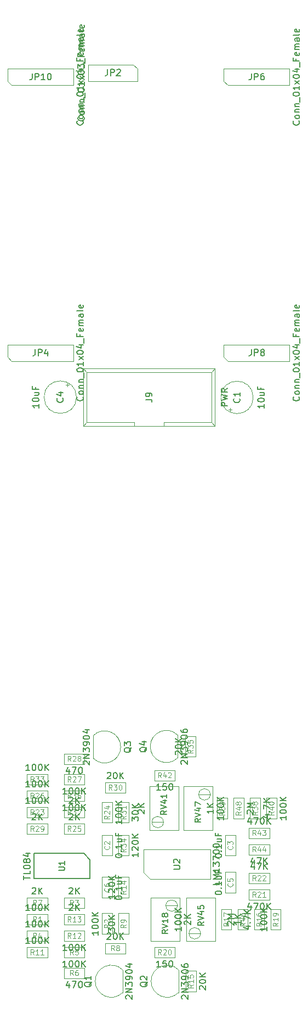
<source format=gbr>
G04 #@! TF.GenerationSoftware,KiCad,Pcbnew,(5.0.1)-4*
G04 #@! TF.CreationDate,2019-03-05T01:37:16-06:00*
G04 #@! TF.ProjectId,vca,7663612E6B696361645F706362000000,rev?*
G04 #@! TF.SameCoordinates,Original*
G04 #@! TF.FileFunction,Other,Fab,Top*
%FSLAX46Y46*%
G04 Gerber Fmt 4.6, Leading zero omitted, Abs format (unit mm)*
G04 Created by KiCad (PCBNEW (5.0.1)-4) date 3/5/2019 1:37:16*
%MOMM*%
%LPD*%
G01*
G04 APERTURE LIST*
%ADD10C,0.100000*%
%ADD11C,0.150000*%
%ADD12C,0.120000*%
%ADD13C,0.135000*%
G04 APERTURE END LIST*
D10*
G04 #@! TO.C,Q2*
X134573625Y-163001625D02*
G75*
G02X130340000Y-161248000I-1753625J1753625D01*
G01*
X134573625Y-159494375D02*
G75*
G03X130340000Y-161248000I-1753625J-1753625D01*
G01*
X134570000Y-163018000D02*
X134570000Y-159518000D01*
G04 #@! TO.C,Q1*
X125937625Y-163001625D02*
G75*
G02X121704000Y-161248000I-1753625J1753625D01*
G01*
X125937625Y-159494375D02*
G75*
G03X121704000Y-161248000I-1753625J-1753625D01*
G01*
X125934000Y-163018000D02*
X125934000Y-159518000D01*
G04 #@! TO.C,Q4*
X134446625Y-126806625D02*
G75*
G02X130213000Y-125053000I-1753625J1753625D01*
G01*
X134446625Y-123299375D02*
G75*
G03X130213000Y-125053000I-1753625J-1753625D01*
G01*
X134443000Y-126823000D02*
X134443000Y-123323000D01*
G04 #@! TO.C,Q3*
X121414375Y-123362875D02*
G75*
G02X125648000Y-125116500I1753625J-1753625D01*
G01*
X121414375Y-126870125D02*
G75*
G03X125648000Y-125116500I1753625J1753625D01*
G01*
X121418000Y-123346500D02*
X121418000Y-126846500D01*
G04 #@! TO.C,C3*
X141799000Y-141893000D02*
X141799000Y-138693000D01*
X143399000Y-141893000D02*
X141799000Y-141893000D01*
X143399000Y-138693000D02*
X143399000Y-141893000D01*
X141799000Y-138693000D02*
X143399000Y-138693000D01*
G04 #@! TO.C,C5*
X141799000Y-147608000D02*
X141799000Y-144408000D01*
X143399000Y-147608000D02*
X141799000Y-147608000D01*
X143399000Y-144408000D02*
X143399000Y-147608000D01*
X141799000Y-144408000D02*
X143399000Y-144408000D01*
G04 #@! TO.C,C1*
X142277500Y-73108605D02*
X142777500Y-73108605D01*
X142527500Y-73358605D02*
X142527500Y-72858605D01*
X146115000Y-71225000D02*
G75*
G03X146115000Y-71225000I-2500000J0D01*
G01*
G04 #@! TO.C,C2*
X124349000Y-138693000D02*
X124349000Y-141893000D01*
X122749000Y-138693000D02*
X124349000Y-138693000D01*
X122749000Y-141893000D02*
X122749000Y-138693000D01*
X124349000Y-141893000D02*
X122749000Y-141893000D01*
G04 #@! TO.C,C6*
X124349000Y-145170000D02*
X124349000Y-148370000D01*
X122749000Y-145170000D02*
X124349000Y-145170000D01*
X122749000Y-148370000D02*
X122749000Y-145170000D01*
X124349000Y-148370000D02*
X122749000Y-148370000D01*
G04 #@! TO.C,J9*
X140206000Y-75630000D02*
X139646000Y-75080000D01*
X119846000Y-75630000D02*
X120386000Y-75080000D01*
X140206000Y-66780000D02*
X139646000Y-67330000D01*
X119846000Y-66780000D02*
X120386000Y-67330000D01*
X139646000Y-67330000D02*
X139646000Y-75080000D01*
X140206000Y-66780000D02*
X140206000Y-75630000D01*
X120386000Y-67330000D02*
X120386000Y-75080000D01*
X119846000Y-66780000D02*
X119846000Y-75630000D01*
X132276000Y-75080000D02*
X132276000Y-75630000D01*
X127776000Y-75080000D02*
X127776000Y-75630000D01*
X132276000Y-75080000D02*
X139646000Y-75080000D01*
X120386000Y-75080000D02*
X127776000Y-75080000D01*
X119846000Y-75630000D02*
X140206000Y-75630000D01*
X120386000Y-67330000D02*
X139646000Y-67330000D01*
X119846000Y-66780000D02*
X140206000Y-66780000D01*
G04 #@! TO.C,R1*
X111154000Y-150923000D02*
X114354000Y-150923000D01*
X111154000Y-152523000D02*
X111154000Y-150923000D01*
X114354000Y-152523000D02*
X111154000Y-152523000D01*
X114354000Y-150923000D02*
X114354000Y-152523000D01*
G04 #@! TO.C,R2*
X122749000Y-153958000D02*
X122749000Y-150758000D01*
X124349000Y-153958000D02*
X122749000Y-153958000D01*
X124349000Y-150758000D02*
X124349000Y-153958000D01*
X122749000Y-150758000D02*
X124349000Y-150758000D01*
G04 #@! TO.C,R3*
X116869000Y-148383000D02*
X120069000Y-148383000D01*
X116869000Y-149983000D02*
X116869000Y-148383000D01*
X120069000Y-149983000D02*
X116869000Y-149983000D01*
X120069000Y-148383000D02*
X120069000Y-149983000D01*
G04 #@! TO.C,R4*
X111154000Y-153463000D02*
X114354000Y-153463000D01*
X111154000Y-155063000D02*
X111154000Y-153463000D01*
X114354000Y-155063000D02*
X111154000Y-155063000D01*
X114354000Y-153463000D02*
X114354000Y-155063000D01*
G04 #@! TO.C,R5*
X120069000Y-157603000D02*
X116869000Y-157603000D01*
X120069000Y-156003000D02*
X120069000Y-157603000D01*
X116869000Y-156003000D02*
X120069000Y-156003000D01*
X116869000Y-157603000D02*
X116869000Y-156003000D01*
G04 #@! TO.C,R6*
X120069000Y-160778000D02*
X116869000Y-160778000D01*
X120069000Y-159178000D02*
X120069000Y-160778000D01*
X116869000Y-159178000D02*
X120069000Y-159178000D01*
X116869000Y-160778000D02*
X116869000Y-159178000D01*
G04 #@! TO.C,R7*
X111154000Y-148383000D02*
X114354000Y-148383000D01*
X111154000Y-149983000D02*
X111154000Y-148383000D01*
X114354000Y-149983000D02*
X111154000Y-149983000D01*
X114354000Y-148383000D02*
X114354000Y-149983000D01*
G04 #@! TO.C,R8*
X123219000Y-155368000D02*
X126419000Y-155368000D01*
X123219000Y-156968000D02*
X123219000Y-155368000D01*
X126419000Y-156968000D02*
X123219000Y-156968000D01*
X126419000Y-155368000D02*
X126419000Y-156968000D01*
G04 #@! TO.C,R9*
X125289000Y-153958000D02*
X125289000Y-150758000D01*
X126889000Y-153958000D02*
X125289000Y-153958000D01*
X126889000Y-150758000D02*
X126889000Y-153958000D01*
X125289000Y-150758000D02*
X126889000Y-150758000D01*
G04 #@! TO.C,R11*
X111154000Y-156003000D02*
X114354000Y-156003000D01*
X111154000Y-157603000D02*
X111154000Y-156003000D01*
X114354000Y-157603000D02*
X111154000Y-157603000D01*
X114354000Y-156003000D02*
X114354000Y-157603000D01*
G04 #@! TO.C,R12*
X120069000Y-155063000D02*
X116869000Y-155063000D01*
X120069000Y-153463000D02*
X120069000Y-155063000D01*
X116869000Y-153463000D02*
X120069000Y-153463000D01*
X116869000Y-155063000D02*
X116869000Y-153463000D01*
G04 #@! TO.C,R13*
X116869000Y-150923000D02*
X120069000Y-150923000D01*
X116869000Y-152523000D02*
X116869000Y-150923000D01*
X120069000Y-152523000D02*
X116869000Y-152523000D01*
X120069000Y-150923000D02*
X120069000Y-152523000D01*
G04 #@! TO.C,R14*
X125289000Y-148370000D02*
X125289000Y-145170000D01*
X126889000Y-148370000D02*
X125289000Y-148370000D01*
X126889000Y-145170000D02*
X126889000Y-148370000D01*
X125289000Y-145170000D02*
X126889000Y-145170000D01*
G04 #@! TO.C,R15*
X137303000Y-159648000D02*
X137303000Y-162848000D01*
X135703000Y-159648000D02*
X137303000Y-159648000D01*
X135703000Y-162848000D02*
X135703000Y-159648000D01*
X137303000Y-162848000D02*
X135703000Y-162848000D01*
G04 #@! TO.C,R16*
X146244000Y-153323000D02*
X146244000Y-150123000D01*
X147844000Y-153323000D02*
X146244000Y-153323000D01*
X147844000Y-150123000D02*
X147844000Y-153323000D01*
X146244000Y-150123000D02*
X147844000Y-150123000D01*
G04 #@! TO.C,R17*
X142764000Y-150123000D02*
X142764000Y-153323000D01*
X141164000Y-150123000D02*
X142764000Y-150123000D01*
X141164000Y-153323000D02*
X141164000Y-150123000D01*
X142764000Y-153323000D02*
X141164000Y-153323000D01*
G04 #@! TO.C,R19*
X148784000Y-153323000D02*
X148784000Y-150123000D01*
X150384000Y-153323000D02*
X148784000Y-153323000D01*
X150384000Y-150123000D02*
X150384000Y-153323000D01*
X148784000Y-150123000D02*
X150384000Y-150123000D01*
G04 #@! TO.C,R20*
X134039000Y-157603000D02*
X130839000Y-157603000D01*
X134039000Y-156003000D02*
X134039000Y-157603000D01*
X130839000Y-156003000D02*
X134039000Y-156003000D01*
X130839000Y-157603000D02*
X130839000Y-156003000D01*
G04 #@! TO.C,R21*
X148644000Y-148713000D02*
X145444000Y-148713000D01*
X148644000Y-147113000D02*
X148644000Y-148713000D01*
X145444000Y-147113000D02*
X148644000Y-147113000D01*
X145444000Y-148713000D02*
X145444000Y-147113000D01*
G04 #@! TO.C,R22*
X145444000Y-144573000D02*
X148644000Y-144573000D01*
X145444000Y-146173000D02*
X145444000Y-144573000D01*
X148644000Y-146173000D02*
X145444000Y-146173000D01*
X148644000Y-144573000D02*
X148644000Y-146173000D01*
G04 #@! TO.C,R23*
X111154000Y-134413000D02*
X114354000Y-134413000D01*
X111154000Y-136013000D02*
X111154000Y-134413000D01*
X114354000Y-136013000D02*
X111154000Y-136013000D01*
X114354000Y-134413000D02*
X114354000Y-136013000D01*
G04 #@! TO.C,R24*
X124349000Y-133613000D02*
X124349000Y-136813000D01*
X122749000Y-133613000D02*
X124349000Y-133613000D01*
X122749000Y-136813000D02*
X122749000Y-133613000D01*
X124349000Y-136813000D02*
X122749000Y-136813000D01*
G04 #@! TO.C,R25*
X116869000Y-136953000D02*
X120069000Y-136953000D01*
X116869000Y-138553000D02*
X116869000Y-136953000D01*
X120069000Y-138553000D02*
X116869000Y-138553000D01*
X120069000Y-136953000D02*
X120069000Y-138553000D01*
G04 #@! TO.C,R26*
X111154000Y-131873000D02*
X114354000Y-131873000D01*
X111154000Y-133473000D02*
X111154000Y-131873000D01*
X114354000Y-133473000D02*
X111154000Y-133473000D01*
X114354000Y-131873000D02*
X114354000Y-133473000D01*
G04 #@! TO.C,R27*
X120069000Y-130933000D02*
X116869000Y-130933000D01*
X120069000Y-129333000D02*
X120069000Y-130933000D01*
X116869000Y-129333000D02*
X120069000Y-129333000D01*
X116869000Y-130933000D02*
X116869000Y-129333000D01*
G04 #@! TO.C,R28*
X120069000Y-127758000D02*
X116869000Y-127758000D01*
X120069000Y-126158000D02*
X120069000Y-127758000D01*
X116869000Y-126158000D02*
X120069000Y-126158000D01*
X116869000Y-127758000D02*
X116869000Y-126158000D01*
G04 #@! TO.C,R29*
X111154000Y-136953000D02*
X114354000Y-136953000D01*
X111154000Y-138553000D02*
X111154000Y-136953000D01*
X114354000Y-138553000D02*
X111154000Y-138553000D01*
X114354000Y-136953000D02*
X114354000Y-138553000D01*
G04 #@! TO.C,R30*
X123219000Y-130603000D02*
X126419000Y-130603000D01*
X123219000Y-132203000D02*
X123219000Y-130603000D01*
X126419000Y-132203000D02*
X123219000Y-132203000D01*
X126419000Y-130603000D02*
X126419000Y-132203000D01*
G04 #@! TO.C,R31*
X126889000Y-133613000D02*
X126889000Y-136813000D01*
X125289000Y-133613000D02*
X126889000Y-133613000D01*
X125289000Y-136813000D02*
X125289000Y-133613000D01*
X126889000Y-136813000D02*
X125289000Y-136813000D01*
G04 #@! TO.C,R33*
X111154000Y-129333000D02*
X114354000Y-129333000D01*
X111154000Y-130933000D02*
X111154000Y-129333000D01*
X114354000Y-130933000D02*
X111154000Y-130933000D01*
X114354000Y-129333000D02*
X114354000Y-130933000D01*
G04 #@! TO.C,R34*
X126889000Y-138693000D02*
X126889000Y-141893000D01*
X125289000Y-138693000D02*
X126889000Y-138693000D01*
X125289000Y-141893000D02*
X125289000Y-138693000D01*
X126889000Y-141893000D02*
X125289000Y-141893000D01*
G04 #@! TO.C,R35*
X135639500Y-126653000D02*
X135639500Y-123453000D01*
X137239500Y-126653000D02*
X135639500Y-126653000D01*
X137239500Y-123453000D02*
X137239500Y-126653000D01*
X135639500Y-123453000D02*
X137239500Y-123453000D01*
G04 #@! TO.C,R36*
X120069000Y-133473000D02*
X116869000Y-133473000D01*
X120069000Y-131873000D02*
X120069000Y-133473000D01*
X116869000Y-131873000D02*
X120069000Y-131873000D01*
X116869000Y-133473000D02*
X116869000Y-131873000D01*
G04 #@! TO.C,R37*
X116869000Y-134413000D02*
X120069000Y-134413000D01*
X116869000Y-136013000D02*
X116869000Y-134413000D01*
X120069000Y-136013000D02*
X116869000Y-136013000D01*
X120069000Y-134413000D02*
X120069000Y-136013000D01*
G04 #@! TO.C,R38*
X147209000Y-132978000D02*
X147209000Y-136178000D01*
X145609000Y-132978000D02*
X147209000Y-132978000D01*
X145609000Y-136178000D02*
X145609000Y-132978000D01*
X147209000Y-136178000D02*
X145609000Y-136178000D01*
G04 #@! TO.C,R39*
X140529000Y-136178000D02*
X140529000Y-132978000D01*
X142129000Y-136178000D02*
X140529000Y-136178000D01*
X142129000Y-132978000D02*
X142129000Y-136178000D01*
X140529000Y-132978000D02*
X142129000Y-132978000D01*
G04 #@! TO.C,R40*
X149749000Y-132978000D02*
X149749000Y-136178000D01*
X148149000Y-132978000D02*
X149749000Y-132978000D01*
X148149000Y-136178000D02*
X148149000Y-132978000D01*
X149749000Y-136178000D02*
X148149000Y-136178000D01*
G04 #@! TO.C,R42*
X134039000Y-130298000D02*
X130839000Y-130298000D01*
X134039000Y-128698000D02*
X134039000Y-130298000D01*
X130839000Y-128698000D02*
X134039000Y-128698000D01*
X130839000Y-130298000D02*
X130839000Y-128698000D01*
G04 #@! TO.C,R43*
X145444000Y-137588000D02*
X148644000Y-137588000D01*
X145444000Y-139188000D02*
X145444000Y-137588000D01*
X148644000Y-139188000D02*
X145444000Y-139188000D01*
X148644000Y-137588000D02*
X148644000Y-139188000D01*
G04 #@! TO.C,R44*
X148644000Y-141728000D02*
X145444000Y-141728000D01*
X148644000Y-140128000D02*
X148644000Y-141728000D01*
X145444000Y-140128000D02*
X148644000Y-140128000D01*
X145444000Y-141728000D02*
X145444000Y-140128000D01*
G04 #@! TO.C,R46*
X143704000Y-153323000D02*
X143704000Y-150123000D01*
X145304000Y-153323000D02*
X143704000Y-153323000D01*
X145304000Y-150123000D02*
X145304000Y-153323000D01*
X143704000Y-150123000D02*
X145304000Y-150123000D01*
G04 #@! TO.C,R48*
X144669000Y-132978000D02*
X144669000Y-136178000D01*
X143069000Y-132978000D02*
X144669000Y-132978000D01*
X143069000Y-136178000D02*
X143069000Y-132978000D01*
X144669000Y-136178000D02*
X143069000Y-136178000D01*
G04 #@! TO.C,RV18*
X134391000Y-149588000D02*
X132628000Y-149587000D01*
X134391000Y-149588000D02*
X132628000Y-149587000D01*
X130279000Y-148368000D02*
X130279000Y-155078000D01*
X134779000Y-148368000D02*
X130279000Y-148368000D01*
X134779000Y-155078000D02*
X134779000Y-148368000D01*
X130279000Y-155078000D02*
X134779000Y-155078000D01*
X134399000Y-149588000D02*
G75*
G03X134399000Y-149588000I-890000J0D01*
G01*
G04 #@! TO.C,RV41*
X130487000Y-136713000D02*
X132250000Y-136714000D01*
X130487000Y-136713000D02*
X132250000Y-136714000D01*
X134599000Y-137933000D02*
X134599000Y-131223000D01*
X130099000Y-137933000D02*
X134599000Y-137933000D01*
X130099000Y-131223000D02*
X130099000Y-137933000D01*
X134599000Y-131223000D02*
X130099000Y-131223000D01*
X132259000Y-136713000D02*
G75*
G03X132259000Y-136713000I-890000J0D01*
G01*
G04 #@! TO.C,RV45*
X136202000Y-153858000D02*
X137965000Y-153859000D01*
X136202000Y-153858000D02*
X137965000Y-153859000D01*
X140314000Y-155078000D02*
X140314000Y-148368000D01*
X135814000Y-155078000D02*
X140314000Y-155078000D01*
X135814000Y-148368000D02*
X135814000Y-155078000D01*
X140314000Y-148368000D02*
X135814000Y-148368000D01*
X137974000Y-153858000D02*
G75*
G03X137974000Y-153858000I-890000J0D01*
G01*
G04 #@! TO.C,RV47*
X139471000Y-132443000D02*
X137708000Y-132442000D01*
X139471000Y-132443000D02*
X137708000Y-132442000D01*
X135359000Y-131223000D02*
X135359000Y-137933000D01*
X139859000Y-131223000D02*
X135359000Y-131223000D01*
X139859000Y-137933000D02*
X139859000Y-131223000D01*
X135359000Y-137933000D02*
X139859000Y-137933000D01*
X139479000Y-132443000D02*
G75*
G03X139479000Y-132443000I-890000J0D01*
G01*
D11*
G04 #@! TO.C,U1*
X119914000Y-141518000D02*
X120914000Y-142518000D01*
X112214000Y-141518000D02*
X119914000Y-141518000D01*
X112214000Y-145418000D02*
X112214000Y-141518000D01*
X120914000Y-145418000D02*
X112214000Y-145418000D01*
X120914000Y-142518000D02*
X120914000Y-145418000D01*
D10*
G04 #@! TO.C,C4*
X117647500Y-69301395D02*
X117147500Y-69301395D01*
X117397500Y-69051395D02*
X117397500Y-69551395D01*
X118810000Y-71185000D02*
G75*
G03X118810000Y-71185000I-2500000J0D01*
G01*
G04 #@! TO.C,JP2*
X127613000Y-19897000D02*
X128248000Y-20532000D01*
X120628000Y-19897000D02*
X127613000Y-19897000D01*
X120628000Y-22437000D02*
X120628000Y-19897000D01*
X128248000Y-22437000D02*
X120628000Y-22437000D01*
X128248000Y-20532000D02*
X128248000Y-22437000D01*
G04 #@! TO.C,JP4*
X108817000Y-65617000D02*
X108182000Y-64982000D01*
X118342000Y-65617000D02*
X108817000Y-65617000D01*
X118342000Y-63077000D02*
X118342000Y-65617000D01*
X108182000Y-63077000D02*
X118342000Y-63077000D01*
X108182000Y-64982000D02*
X108182000Y-63077000D01*
G04 #@! TO.C,JP6*
X142218000Y-23072000D02*
X141583000Y-22437000D01*
X151743000Y-23072000D02*
X142218000Y-23072000D01*
X151743000Y-20532000D02*
X151743000Y-23072000D01*
X141583000Y-20532000D02*
X151743000Y-20532000D01*
X141583000Y-22437000D02*
X141583000Y-20532000D01*
G04 #@! TO.C,JP8*
X142218000Y-65617000D02*
X141583000Y-64982000D01*
X151743000Y-65617000D02*
X142218000Y-65617000D01*
X151743000Y-63077000D02*
X151743000Y-65617000D01*
X141583000Y-63077000D02*
X151743000Y-63077000D01*
X141583000Y-64982000D02*
X141583000Y-63077000D01*
G04 #@! TO.C,JP10*
X108817000Y-23072000D02*
X108182000Y-22437000D01*
X118342000Y-23072000D02*
X108817000Y-23072000D01*
X118342000Y-20532000D02*
X118342000Y-23072000D01*
X108182000Y-20532000D02*
X118342000Y-20532000D01*
X108182000Y-22437000D02*
X108182000Y-20532000D01*
G04 #@! TO.C,U2*
X130194000Y-145489000D02*
X129194000Y-144489000D01*
X139494000Y-145489000D02*
X130194000Y-145489000D01*
X139494000Y-140939000D02*
X139494000Y-145489000D01*
X129194000Y-140939000D02*
X139494000Y-140939000D01*
X129194000Y-144489000D02*
X129194000Y-140939000D01*
G04 #@! TD*
G04 #@! TO.C,Q2*
D11*
X135157619Y-163962285D02*
X135110000Y-163914666D01*
X135062380Y-163819428D01*
X135062380Y-163581333D01*
X135110000Y-163486095D01*
X135157619Y-163438476D01*
X135252857Y-163390857D01*
X135348095Y-163390857D01*
X135490952Y-163438476D01*
X136062380Y-164009904D01*
X136062380Y-163390857D01*
X136062380Y-162962285D02*
X135062380Y-162962285D01*
X136062380Y-162390857D01*
X135062380Y-162390857D01*
X135062380Y-162009904D02*
X135062380Y-161390857D01*
X135443333Y-161724190D01*
X135443333Y-161581333D01*
X135490952Y-161486095D01*
X135538571Y-161438476D01*
X135633809Y-161390857D01*
X135871904Y-161390857D01*
X135967142Y-161438476D01*
X136014761Y-161486095D01*
X136062380Y-161581333D01*
X136062380Y-161867047D01*
X136014761Y-161962285D01*
X135967142Y-162009904D01*
X136062380Y-160914666D02*
X136062380Y-160724190D01*
X136014761Y-160628952D01*
X135967142Y-160581333D01*
X135824285Y-160486095D01*
X135633809Y-160438476D01*
X135252857Y-160438476D01*
X135157619Y-160486095D01*
X135110000Y-160533714D01*
X135062380Y-160628952D01*
X135062380Y-160819428D01*
X135110000Y-160914666D01*
X135157619Y-160962285D01*
X135252857Y-161009904D01*
X135490952Y-161009904D01*
X135586190Y-160962285D01*
X135633809Y-160914666D01*
X135681428Y-160819428D01*
X135681428Y-160628952D01*
X135633809Y-160533714D01*
X135586190Y-160486095D01*
X135490952Y-160438476D01*
X135062380Y-159819428D02*
X135062380Y-159724190D01*
X135110000Y-159628952D01*
X135157619Y-159581333D01*
X135252857Y-159533714D01*
X135443333Y-159486095D01*
X135681428Y-159486095D01*
X135871904Y-159533714D01*
X135967142Y-159581333D01*
X136014761Y-159628952D01*
X136062380Y-159724190D01*
X136062380Y-159819428D01*
X136014761Y-159914666D01*
X135967142Y-159962285D01*
X135871904Y-160009904D01*
X135681428Y-160057523D01*
X135443333Y-160057523D01*
X135252857Y-160009904D01*
X135157619Y-159962285D01*
X135110000Y-159914666D01*
X135062380Y-159819428D01*
X135062380Y-158628952D02*
X135062380Y-158819428D01*
X135110000Y-158914666D01*
X135157619Y-158962285D01*
X135300476Y-159057523D01*
X135490952Y-159105142D01*
X135871904Y-159105142D01*
X135967142Y-159057523D01*
X136014761Y-159009904D01*
X136062380Y-158914666D01*
X136062380Y-158724190D01*
X136014761Y-158628952D01*
X135967142Y-158581333D01*
X135871904Y-158533714D01*
X135633809Y-158533714D01*
X135538571Y-158581333D01*
X135490952Y-158628952D01*
X135443333Y-158724190D01*
X135443333Y-158914666D01*
X135490952Y-159009904D01*
X135538571Y-159057523D01*
X135633809Y-159105142D01*
X129807619Y-161343238D02*
X129760000Y-161438476D01*
X129664761Y-161533714D01*
X129521904Y-161676571D01*
X129474285Y-161771809D01*
X129474285Y-161867047D01*
X129712380Y-161819428D02*
X129664761Y-161914666D01*
X129569523Y-162009904D01*
X129379047Y-162057523D01*
X129045714Y-162057523D01*
X128855238Y-162009904D01*
X128760000Y-161914666D01*
X128712380Y-161819428D01*
X128712380Y-161628952D01*
X128760000Y-161533714D01*
X128855238Y-161438476D01*
X129045714Y-161390857D01*
X129379047Y-161390857D01*
X129569523Y-161438476D01*
X129664761Y-161533714D01*
X129712380Y-161628952D01*
X129712380Y-161819428D01*
X128807619Y-161009904D02*
X128760000Y-160962285D01*
X128712380Y-160867047D01*
X128712380Y-160628952D01*
X128760000Y-160533714D01*
X128807619Y-160486095D01*
X128902857Y-160438476D01*
X128998095Y-160438476D01*
X129140952Y-160486095D01*
X129712380Y-161057523D01*
X129712380Y-160438476D01*
G04 #@! TO.C,Q1*
X126521619Y-163962285D02*
X126474000Y-163914666D01*
X126426380Y-163819428D01*
X126426380Y-163581333D01*
X126474000Y-163486095D01*
X126521619Y-163438476D01*
X126616857Y-163390857D01*
X126712095Y-163390857D01*
X126854952Y-163438476D01*
X127426380Y-164009904D01*
X127426380Y-163390857D01*
X127426380Y-162962285D02*
X126426380Y-162962285D01*
X127426380Y-162390857D01*
X126426380Y-162390857D01*
X126426380Y-162009904D02*
X126426380Y-161390857D01*
X126807333Y-161724190D01*
X126807333Y-161581333D01*
X126854952Y-161486095D01*
X126902571Y-161438476D01*
X126997809Y-161390857D01*
X127235904Y-161390857D01*
X127331142Y-161438476D01*
X127378761Y-161486095D01*
X127426380Y-161581333D01*
X127426380Y-161867047D01*
X127378761Y-161962285D01*
X127331142Y-162009904D01*
X127426380Y-160914666D02*
X127426380Y-160724190D01*
X127378761Y-160628952D01*
X127331142Y-160581333D01*
X127188285Y-160486095D01*
X126997809Y-160438476D01*
X126616857Y-160438476D01*
X126521619Y-160486095D01*
X126474000Y-160533714D01*
X126426380Y-160628952D01*
X126426380Y-160819428D01*
X126474000Y-160914666D01*
X126521619Y-160962285D01*
X126616857Y-161009904D01*
X126854952Y-161009904D01*
X126950190Y-160962285D01*
X126997809Y-160914666D01*
X127045428Y-160819428D01*
X127045428Y-160628952D01*
X126997809Y-160533714D01*
X126950190Y-160486095D01*
X126854952Y-160438476D01*
X126426380Y-159819428D02*
X126426380Y-159724190D01*
X126474000Y-159628952D01*
X126521619Y-159581333D01*
X126616857Y-159533714D01*
X126807333Y-159486095D01*
X127045428Y-159486095D01*
X127235904Y-159533714D01*
X127331142Y-159581333D01*
X127378761Y-159628952D01*
X127426380Y-159724190D01*
X127426380Y-159819428D01*
X127378761Y-159914666D01*
X127331142Y-159962285D01*
X127235904Y-160009904D01*
X127045428Y-160057523D01*
X126807333Y-160057523D01*
X126616857Y-160009904D01*
X126521619Y-159962285D01*
X126474000Y-159914666D01*
X126426380Y-159819428D01*
X126759714Y-158628952D02*
X127426380Y-158628952D01*
X126378761Y-158867047D02*
X127093047Y-159105142D01*
X127093047Y-158486095D01*
X121171619Y-161343238D02*
X121124000Y-161438476D01*
X121028761Y-161533714D01*
X120885904Y-161676571D01*
X120838285Y-161771809D01*
X120838285Y-161867047D01*
X121076380Y-161819428D02*
X121028761Y-161914666D01*
X120933523Y-162009904D01*
X120743047Y-162057523D01*
X120409714Y-162057523D01*
X120219238Y-162009904D01*
X120124000Y-161914666D01*
X120076380Y-161819428D01*
X120076380Y-161628952D01*
X120124000Y-161533714D01*
X120219238Y-161438476D01*
X120409714Y-161390857D01*
X120743047Y-161390857D01*
X120933523Y-161438476D01*
X121028761Y-161533714D01*
X121076380Y-161628952D01*
X121076380Y-161819428D01*
X121076380Y-160438476D02*
X121076380Y-161009904D01*
X121076380Y-160724190D02*
X120076380Y-160724190D01*
X120219238Y-160819428D01*
X120314476Y-160914666D01*
X120362095Y-161009904D01*
G04 #@! TO.C,Q4*
X135030619Y-127767285D02*
X134983000Y-127719666D01*
X134935380Y-127624428D01*
X134935380Y-127386333D01*
X134983000Y-127291095D01*
X135030619Y-127243476D01*
X135125857Y-127195857D01*
X135221095Y-127195857D01*
X135363952Y-127243476D01*
X135935380Y-127814904D01*
X135935380Y-127195857D01*
X135935380Y-126767285D02*
X134935380Y-126767285D01*
X135935380Y-126195857D01*
X134935380Y-126195857D01*
X134935380Y-125814904D02*
X134935380Y-125195857D01*
X135316333Y-125529190D01*
X135316333Y-125386333D01*
X135363952Y-125291095D01*
X135411571Y-125243476D01*
X135506809Y-125195857D01*
X135744904Y-125195857D01*
X135840142Y-125243476D01*
X135887761Y-125291095D01*
X135935380Y-125386333D01*
X135935380Y-125672047D01*
X135887761Y-125767285D01*
X135840142Y-125814904D01*
X135935380Y-124719666D02*
X135935380Y-124529190D01*
X135887761Y-124433952D01*
X135840142Y-124386333D01*
X135697285Y-124291095D01*
X135506809Y-124243476D01*
X135125857Y-124243476D01*
X135030619Y-124291095D01*
X134983000Y-124338714D01*
X134935380Y-124433952D01*
X134935380Y-124624428D01*
X134983000Y-124719666D01*
X135030619Y-124767285D01*
X135125857Y-124814904D01*
X135363952Y-124814904D01*
X135459190Y-124767285D01*
X135506809Y-124719666D01*
X135554428Y-124624428D01*
X135554428Y-124433952D01*
X135506809Y-124338714D01*
X135459190Y-124291095D01*
X135363952Y-124243476D01*
X134935380Y-123624428D02*
X134935380Y-123529190D01*
X134983000Y-123433952D01*
X135030619Y-123386333D01*
X135125857Y-123338714D01*
X135316333Y-123291095D01*
X135554428Y-123291095D01*
X135744904Y-123338714D01*
X135840142Y-123386333D01*
X135887761Y-123433952D01*
X135935380Y-123529190D01*
X135935380Y-123624428D01*
X135887761Y-123719666D01*
X135840142Y-123767285D01*
X135744904Y-123814904D01*
X135554428Y-123862523D01*
X135316333Y-123862523D01*
X135125857Y-123814904D01*
X135030619Y-123767285D01*
X134983000Y-123719666D01*
X134935380Y-123624428D01*
X134935380Y-122433952D02*
X134935380Y-122624428D01*
X134983000Y-122719666D01*
X135030619Y-122767285D01*
X135173476Y-122862523D01*
X135363952Y-122910142D01*
X135744904Y-122910142D01*
X135840142Y-122862523D01*
X135887761Y-122814904D01*
X135935380Y-122719666D01*
X135935380Y-122529190D01*
X135887761Y-122433952D01*
X135840142Y-122386333D01*
X135744904Y-122338714D01*
X135506809Y-122338714D01*
X135411571Y-122386333D01*
X135363952Y-122433952D01*
X135316333Y-122529190D01*
X135316333Y-122719666D01*
X135363952Y-122814904D01*
X135411571Y-122862523D01*
X135506809Y-122910142D01*
X129680619Y-125148238D02*
X129633000Y-125243476D01*
X129537761Y-125338714D01*
X129394904Y-125481571D01*
X129347285Y-125576809D01*
X129347285Y-125672047D01*
X129585380Y-125624428D02*
X129537761Y-125719666D01*
X129442523Y-125814904D01*
X129252047Y-125862523D01*
X128918714Y-125862523D01*
X128728238Y-125814904D01*
X128633000Y-125719666D01*
X128585380Y-125624428D01*
X128585380Y-125433952D01*
X128633000Y-125338714D01*
X128728238Y-125243476D01*
X128918714Y-125195857D01*
X129252047Y-125195857D01*
X129442523Y-125243476D01*
X129537761Y-125338714D01*
X129585380Y-125433952D01*
X129585380Y-125624428D01*
X128918714Y-124338714D02*
X129585380Y-124338714D01*
X128537761Y-124576809D02*
X129252047Y-124814904D01*
X129252047Y-124195857D01*
G04 #@! TO.C,Q3*
X119925619Y-127830785D02*
X119878000Y-127783166D01*
X119830380Y-127687928D01*
X119830380Y-127449833D01*
X119878000Y-127354595D01*
X119925619Y-127306976D01*
X120020857Y-127259357D01*
X120116095Y-127259357D01*
X120258952Y-127306976D01*
X120830380Y-127878404D01*
X120830380Y-127259357D01*
X120830380Y-126830785D02*
X119830380Y-126830785D01*
X120830380Y-126259357D01*
X119830380Y-126259357D01*
X119830380Y-125878404D02*
X119830380Y-125259357D01*
X120211333Y-125592690D01*
X120211333Y-125449833D01*
X120258952Y-125354595D01*
X120306571Y-125306976D01*
X120401809Y-125259357D01*
X120639904Y-125259357D01*
X120735142Y-125306976D01*
X120782761Y-125354595D01*
X120830380Y-125449833D01*
X120830380Y-125735547D01*
X120782761Y-125830785D01*
X120735142Y-125878404D01*
X120830380Y-124783166D02*
X120830380Y-124592690D01*
X120782761Y-124497452D01*
X120735142Y-124449833D01*
X120592285Y-124354595D01*
X120401809Y-124306976D01*
X120020857Y-124306976D01*
X119925619Y-124354595D01*
X119878000Y-124402214D01*
X119830380Y-124497452D01*
X119830380Y-124687928D01*
X119878000Y-124783166D01*
X119925619Y-124830785D01*
X120020857Y-124878404D01*
X120258952Y-124878404D01*
X120354190Y-124830785D01*
X120401809Y-124783166D01*
X120449428Y-124687928D01*
X120449428Y-124497452D01*
X120401809Y-124402214D01*
X120354190Y-124354595D01*
X120258952Y-124306976D01*
X119830380Y-123687928D02*
X119830380Y-123592690D01*
X119878000Y-123497452D01*
X119925619Y-123449833D01*
X120020857Y-123402214D01*
X120211333Y-123354595D01*
X120449428Y-123354595D01*
X120639904Y-123402214D01*
X120735142Y-123449833D01*
X120782761Y-123497452D01*
X120830380Y-123592690D01*
X120830380Y-123687928D01*
X120782761Y-123783166D01*
X120735142Y-123830785D01*
X120639904Y-123878404D01*
X120449428Y-123926023D01*
X120211333Y-123926023D01*
X120020857Y-123878404D01*
X119925619Y-123830785D01*
X119878000Y-123783166D01*
X119830380Y-123687928D01*
X120163714Y-122497452D02*
X120830380Y-122497452D01*
X119782761Y-122735547D02*
X120497047Y-122973642D01*
X120497047Y-122354595D01*
X127275619Y-125211738D02*
X127228000Y-125306976D01*
X127132761Y-125402214D01*
X126989904Y-125545071D01*
X126942285Y-125640309D01*
X126942285Y-125735547D01*
X127180380Y-125687928D02*
X127132761Y-125783166D01*
X127037523Y-125878404D01*
X126847047Y-125926023D01*
X126513714Y-125926023D01*
X126323238Y-125878404D01*
X126228000Y-125783166D01*
X126180380Y-125687928D01*
X126180380Y-125497452D01*
X126228000Y-125402214D01*
X126323238Y-125306976D01*
X126513714Y-125259357D01*
X126847047Y-125259357D01*
X127037523Y-125306976D01*
X127132761Y-125402214D01*
X127180380Y-125497452D01*
X127180380Y-125687928D01*
X126180380Y-124926023D02*
X126180380Y-124306976D01*
X126561333Y-124640309D01*
X126561333Y-124497452D01*
X126608952Y-124402214D01*
X126656571Y-124354595D01*
X126751809Y-124306976D01*
X126989904Y-124306976D01*
X127085142Y-124354595D01*
X127132761Y-124402214D01*
X127180380Y-124497452D01*
X127180380Y-124783166D01*
X127132761Y-124878404D01*
X127085142Y-124926023D01*
G04 #@! TO.C,C3*
X140231380Y-141935857D02*
X140231380Y-141840619D01*
X140279000Y-141745380D01*
X140326619Y-141697761D01*
X140421857Y-141650142D01*
X140612333Y-141602523D01*
X140850428Y-141602523D01*
X141040904Y-141650142D01*
X141136142Y-141697761D01*
X141183761Y-141745380D01*
X141231380Y-141840619D01*
X141231380Y-141935857D01*
X141183761Y-142031095D01*
X141136142Y-142078714D01*
X141040904Y-142126333D01*
X140850428Y-142173952D01*
X140612333Y-142173952D01*
X140421857Y-142126333D01*
X140326619Y-142078714D01*
X140279000Y-142031095D01*
X140231380Y-141935857D01*
X141136142Y-141173952D02*
X141183761Y-141126333D01*
X141231380Y-141173952D01*
X141183761Y-141221571D01*
X141136142Y-141173952D01*
X141231380Y-141173952D01*
X141231380Y-140173952D02*
X141231380Y-140745380D01*
X141231380Y-140459666D02*
X140231380Y-140459666D01*
X140374238Y-140554904D01*
X140469476Y-140650142D01*
X140517095Y-140745380D01*
X140564714Y-139316809D02*
X141231380Y-139316809D01*
X140564714Y-139745380D02*
X141088523Y-139745380D01*
X141183761Y-139697761D01*
X141231380Y-139602523D01*
X141231380Y-139459666D01*
X141183761Y-139364428D01*
X141136142Y-139316809D01*
X140707571Y-138507285D02*
X140707571Y-138840619D01*
X141231380Y-138840619D02*
X140231380Y-138840619D01*
X140231380Y-138364428D01*
D12*
X142884714Y-140426333D02*
X142922809Y-140464428D01*
X142960904Y-140578714D01*
X142960904Y-140654904D01*
X142922809Y-140769190D01*
X142846619Y-140845380D01*
X142770428Y-140883476D01*
X142618047Y-140921571D01*
X142503761Y-140921571D01*
X142351380Y-140883476D01*
X142275190Y-140845380D01*
X142199000Y-140769190D01*
X142160904Y-140654904D01*
X142160904Y-140578714D01*
X142199000Y-140464428D01*
X142237095Y-140426333D01*
X142160904Y-140159666D02*
X142160904Y-139664428D01*
X142465666Y-139931095D01*
X142465666Y-139816809D01*
X142503761Y-139740619D01*
X142541857Y-139702523D01*
X142618047Y-139664428D01*
X142808523Y-139664428D01*
X142884714Y-139702523D01*
X142922809Y-139740619D01*
X142960904Y-139816809D01*
X142960904Y-140045380D01*
X142922809Y-140121571D01*
X142884714Y-140159666D01*
G04 #@! TO.C,C5*
D11*
X140231380Y-147650857D02*
X140231380Y-147555619D01*
X140279000Y-147460380D01*
X140326619Y-147412761D01*
X140421857Y-147365142D01*
X140612333Y-147317523D01*
X140850428Y-147317523D01*
X141040904Y-147365142D01*
X141136142Y-147412761D01*
X141183761Y-147460380D01*
X141231380Y-147555619D01*
X141231380Y-147650857D01*
X141183761Y-147746095D01*
X141136142Y-147793714D01*
X141040904Y-147841333D01*
X140850428Y-147888952D01*
X140612333Y-147888952D01*
X140421857Y-147841333D01*
X140326619Y-147793714D01*
X140279000Y-147746095D01*
X140231380Y-147650857D01*
X141136142Y-146888952D02*
X141183761Y-146841333D01*
X141231380Y-146888952D01*
X141183761Y-146936571D01*
X141136142Y-146888952D01*
X141231380Y-146888952D01*
X141231380Y-145888952D02*
X141231380Y-146460380D01*
X141231380Y-146174666D02*
X140231380Y-146174666D01*
X140374238Y-146269904D01*
X140469476Y-146365142D01*
X140517095Y-146460380D01*
X140564714Y-145031809D02*
X141231380Y-145031809D01*
X140564714Y-145460380D02*
X141088523Y-145460380D01*
X141183761Y-145412761D01*
X141231380Y-145317523D01*
X141231380Y-145174666D01*
X141183761Y-145079428D01*
X141136142Y-145031809D01*
X140707571Y-144222285D02*
X140707571Y-144555619D01*
X141231380Y-144555619D02*
X140231380Y-144555619D01*
X140231380Y-144079428D01*
D12*
X142884714Y-146141333D02*
X142922809Y-146179428D01*
X142960904Y-146293714D01*
X142960904Y-146369904D01*
X142922809Y-146484190D01*
X142846619Y-146560380D01*
X142770428Y-146598476D01*
X142618047Y-146636571D01*
X142503761Y-146636571D01*
X142351380Y-146598476D01*
X142275190Y-146560380D01*
X142199000Y-146484190D01*
X142160904Y-146369904D01*
X142160904Y-146293714D01*
X142199000Y-146179428D01*
X142237095Y-146141333D01*
X142160904Y-145417523D02*
X142160904Y-145798476D01*
X142541857Y-145836571D01*
X142503761Y-145798476D01*
X142465666Y-145722285D01*
X142465666Y-145531809D01*
X142503761Y-145455619D01*
X142541857Y-145417523D01*
X142618047Y-145379428D01*
X142808523Y-145379428D01*
X142884714Y-145417523D01*
X142922809Y-145455619D01*
X142960904Y-145531809D01*
X142960904Y-145722285D01*
X142922809Y-145798476D01*
X142884714Y-145836571D01*
G04 #@! TO.C,C1*
D11*
X147817380Y-72296428D02*
X147817380Y-72867857D01*
X147817380Y-72582142D02*
X146817380Y-72582142D01*
X146960238Y-72677380D01*
X147055476Y-72772619D01*
X147103095Y-72867857D01*
X146817380Y-71677380D02*
X146817380Y-71582142D01*
X146865000Y-71486904D01*
X146912619Y-71439285D01*
X147007857Y-71391666D01*
X147198333Y-71344047D01*
X147436428Y-71344047D01*
X147626904Y-71391666D01*
X147722142Y-71439285D01*
X147769761Y-71486904D01*
X147817380Y-71582142D01*
X147817380Y-71677380D01*
X147769761Y-71772619D01*
X147722142Y-71820238D01*
X147626904Y-71867857D01*
X147436428Y-71915476D01*
X147198333Y-71915476D01*
X147007857Y-71867857D01*
X146912619Y-71820238D01*
X146865000Y-71772619D01*
X146817380Y-71677380D01*
X147150714Y-70486904D02*
X147817380Y-70486904D01*
X147150714Y-70915476D02*
X147674523Y-70915476D01*
X147769761Y-70867857D01*
X147817380Y-70772619D01*
X147817380Y-70629761D01*
X147769761Y-70534523D01*
X147722142Y-70486904D01*
X147293571Y-69677380D02*
X147293571Y-70010714D01*
X147817380Y-70010714D02*
X146817380Y-70010714D01*
X146817380Y-69534523D01*
X143972142Y-71391666D02*
X144019761Y-71439285D01*
X144067380Y-71582142D01*
X144067380Y-71677380D01*
X144019761Y-71820238D01*
X143924523Y-71915476D01*
X143829285Y-71963095D01*
X143638809Y-72010714D01*
X143495952Y-72010714D01*
X143305476Y-71963095D01*
X143210238Y-71915476D01*
X143115000Y-71820238D01*
X143067380Y-71677380D01*
X143067380Y-71582142D01*
X143115000Y-71439285D01*
X143162619Y-71391666D01*
X144067380Y-70439285D02*
X144067380Y-71010714D01*
X144067380Y-70725000D02*
X143067380Y-70725000D01*
X143210238Y-70820238D01*
X143305476Y-70915476D01*
X143353095Y-71010714D01*
G04 #@! TO.C,C2*
X124821380Y-141935857D02*
X124821380Y-141840619D01*
X124869000Y-141745380D01*
X124916619Y-141697761D01*
X125011857Y-141650142D01*
X125202333Y-141602523D01*
X125440428Y-141602523D01*
X125630904Y-141650142D01*
X125726142Y-141697761D01*
X125773761Y-141745380D01*
X125821380Y-141840619D01*
X125821380Y-141935857D01*
X125773761Y-142031095D01*
X125726142Y-142078714D01*
X125630904Y-142126333D01*
X125440428Y-142173952D01*
X125202333Y-142173952D01*
X125011857Y-142126333D01*
X124916619Y-142078714D01*
X124869000Y-142031095D01*
X124821380Y-141935857D01*
X125726142Y-141173952D02*
X125773761Y-141126333D01*
X125821380Y-141173952D01*
X125773761Y-141221571D01*
X125726142Y-141173952D01*
X125821380Y-141173952D01*
X125821380Y-140173952D02*
X125821380Y-140745380D01*
X125821380Y-140459666D02*
X124821380Y-140459666D01*
X124964238Y-140554904D01*
X125059476Y-140650142D01*
X125107095Y-140745380D01*
X125154714Y-139316809D02*
X125821380Y-139316809D01*
X125154714Y-139745380D02*
X125678523Y-139745380D01*
X125773761Y-139697761D01*
X125821380Y-139602523D01*
X125821380Y-139459666D01*
X125773761Y-139364428D01*
X125726142Y-139316809D01*
X125297571Y-138507285D02*
X125297571Y-138840619D01*
X125821380Y-138840619D02*
X124821380Y-138840619D01*
X124821380Y-138364428D01*
D12*
X123834714Y-140426333D02*
X123872809Y-140464428D01*
X123910904Y-140578714D01*
X123910904Y-140654904D01*
X123872809Y-140769190D01*
X123796619Y-140845380D01*
X123720428Y-140883476D01*
X123568047Y-140921571D01*
X123453761Y-140921571D01*
X123301380Y-140883476D01*
X123225190Y-140845380D01*
X123149000Y-140769190D01*
X123110904Y-140654904D01*
X123110904Y-140578714D01*
X123149000Y-140464428D01*
X123187095Y-140426333D01*
X123187095Y-140121571D02*
X123149000Y-140083476D01*
X123110904Y-140007285D01*
X123110904Y-139816809D01*
X123149000Y-139740619D01*
X123187095Y-139702523D01*
X123263285Y-139664428D01*
X123339476Y-139664428D01*
X123453761Y-139702523D01*
X123910904Y-140159666D01*
X123910904Y-139664428D01*
G04 #@! TO.C,C6*
D11*
X124821380Y-148412857D02*
X124821380Y-148317619D01*
X124869000Y-148222380D01*
X124916619Y-148174761D01*
X125011857Y-148127142D01*
X125202333Y-148079523D01*
X125440428Y-148079523D01*
X125630904Y-148127142D01*
X125726142Y-148174761D01*
X125773761Y-148222380D01*
X125821380Y-148317619D01*
X125821380Y-148412857D01*
X125773761Y-148508095D01*
X125726142Y-148555714D01*
X125630904Y-148603333D01*
X125440428Y-148650952D01*
X125202333Y-148650952D01*
X125011857Y-148603333D01*
X124916619Y-148555714D01*
X124869000Y-148508095D01*
X124821380Y-148412857D01*
X125726142Y-147650952D02*
X125773761Y-147603333D01*
X125821380Y-147650952D01*
X125773761Y-147698571D01*
X125726142Y-147650952D01*
X125821380Y-147650952D01*
X125821380Y-146650952D02*
X125821380Y-147222380D01*
X125821380Y-146936666D02*
X124821380Y-146936666D01*
X124964238Y-147031904D01*
X125059476Y-147127142D01*
X125107095Y-147222380D01*
X125154714Y-145793809D02*
X125821380Y-145793809D01*
X125154714Y-146222380D02*
X125678523Y-146222380D01*
X125773761Y-146174761D01*
X125821380Y-146079523D01*
X125821380Y-145936666D01*
X125773761Y-145841428D01*
X125726142Y-145793809D01*
X125297571Y-144984285D02*
X125297571Y-145317619D01*
X125821380Y-145317619D02*
X124821380Y-145317619D01*
X124821380Y-144841428D01*
D12*
X123834714Y-146903333D02*
X123872809Y-146941428D01*
X123910904Y-147055714D01*
X123910904Y-147131904D01*
X123872809Y-147246190D01*
X123796619Y-147322380D01*
X123720428Y-147360476D01*
X123568047Y-147398571D01*
X123453761Y-147398571D01*
X123301380Y-147360476D01*
X123225190Y-147322380D01*
X123149000Y-147246190D01*
X123110904Y-147131904D01*
X123110904Y-147055714D01*
X123149000Y-146941428D01*
X123187095Y-146903333D01*
X123110904Y-146217619D02*
X123110904Y-146370000D01*
X123149000Y-146446190D01*
X123187095Y-146484285D01*
X123301380Y-146560476D01*
X123453761Y-146598571D01*
X123758523Y-146598571D01*
X123834714Y-146560476D01*
X123872809Y-146522380D01*
X123910904Y-146446190D01*
X123910904Y-146293809D01*
X123872809Y-146217619D01*
X123834714Y-146179523D01*
X123758523Y-146141428D01*
X123568047Y-146141428D01*
X123491857Y-146179523D01*
X123453761Y-146217619D01*
X123415666Y-146293809D01*
X123415666Y-146446190D01*
X123453761Y-146522380D01*
X123491857Y-146560476D01*
X123568047Y-146598571D01*
G04 #@! TO.C,J9*
D11*
X142162380Y-72538333D02*
X141162380Y-72538333D01*
X141162380Y-72157380D01*
X141210000Y-72062142D01*
X141257619Y-72014523D01*
X141352857Y-71966904D01*
X141495714Y-71966904D01*
X141590952Y-72014523D01*
X141638571Y-72062142D01*
X141686190Y-72157380D01*
X141686190Y-72538333D01*
X141162380Y-71633571D02*
X142162380Y-71395476D01*
X141448095Y-71205000D01*
X142162380Y-71014523D01*
X141162380Y-70776428D01*
X142162380Y-69824047D02*
X141686190Y-70157380D01*
X142162380Y-70395476D02*
X141162380Y-70395476D01*
X141162380Y-70014523D01*
X141210000Y-69919285D01*
X141257619Y-69871666D01*
X141352857Y-69824047D01*
X141495714Y-69824047D01*
X141590952Y-69871666D01*
X141638571Y-69919285D01*
X141686190Y-70014523D01*
X141686190Y-70395476D01*
X129478380Y-71538333D02*
X130192666Y-71538333D01*
X130335523Y-71585952D01*
X130430761Y-71681190D01*
X130478380Y-71824047D01*
X130478380Y-71919285D01*
X130478380Y-71014523D02*
X130478380Y-70824047D01*
X130430761Y-70728809D01*
X130383142Y-70681190D01*
X130240285Y-70585952D01*
X130049809Y-70538333D01*
X129668857Y-70538333D01*
X129573619Y-70585952D01*
X129526000Y-70633571D01*
X129478380Y-70728809D01*
X129478380Y-70919285D01*
X129526000Y-71014523D01*
X129573619Y-71062142D01*
X129668857Y-71109761D01*
X129906952Y-71109761D01*
X130002190Y-71062142D01*
X130049809Y-71014523D01*
X130097428Y-70919285D01*
X130097428Y-70728809D01*
X130049809Y-70633571D01*
X130002190Y-70585952D01*
X129906952Y-70538333D01*
G04 #@! TO.C,R1*
X111587333Y-150355380D02*
X111015904Y-150355380D01*
X111301619Y-150355380D02*
X111301619Y-149355380D01*
X111206380Y-149498238D01*
X111111142Y-149593476D01*
X111015904Y-149641095D01*
X112206380Y-149355380D02*
X112301619Y-149355380D01*
X112396857Y-149403000D01*
X112444476Y-149450619D01*
X112492095Y-149545857D01*
X112539714Y-149736333D01*
X112539714Y-149974428D01*
X112492095Y-150164904D01*
X112444476Y-150260142D01*
X112396857Y-150307761D01*
X112301619Y-150355380D01*
X112206380Y-150355380D01*
X112111142Y-150307761D01*
X112063523Y-150260142D01*
X112015904Y-150164904D01*
X111968285Y-149974428D01*
X111968285Y-149736333D01*
X112015904Y-149545857D01*
X112063523Y-149450619D01*
X112111142Y-149403000D01*
X112206380Y-149355380D01*
X113158761Y-149355380D02*
X113254000Y-149355380D01*
X113349238Y-149403000D01*
X113396857Y-149450619D01*
X113444476Y-149545857D01*
X113492095Y-149736333D01*
X113492095Y-149974428D01*
X113444476Y-150164904D01*
X113396857Y-150260142D01*
X113349238Y-150307761D01*
X113254000Y-150355380D01*
X113158761Y-150355380D01*
X113063523Y-150307761D01*
X113015904Y-150260142D01*
X112968285Y-150164904D01*
X112920666Y-149974428D01*
X112920666Y-149736333D01*
X112968285Y-149545857D01*
X113015904Y-149450619D01*
X113063523Y-149403000D01*
X113158761Y-149355380D01*
X113920666Y-150355380D02*
X113920666Y-149355380D01*
X114492095Y-150355380D02*
X114063523Y-149783952D01*
X114492095Y-149355380D02*
X113920666Y-149926809D01*
D12*
X112620666Y-152084904D02*
X112354000Y-151703952D01*
X112163523Y-152084904D02*
X112163523Y-151284904D01*
X112468285Y-151284904D01*
X112544476Y-151323000D01*
X112582571Y-151361095D01*
X112620666Y-151437285D01*
X112620666Y-151551571D01*
X112582571Y-151627761D01*
X112544476Y-151665857D01*
X112468285Y-151703952D01*
X112163523Y-151703952D01*
X113382571Y-152084904D02*
X112925428Y-152084904D01*
X113154000Y-152084904D02*
X113154000Y-151284904D01*
X113077809Y-151399190D01*
X113001619Y-151475380D01*
X112925428Y-151513476D01*
G04 #@! TO.C,R2*
D11*
X122181380Y-153524666D02*
X122181380Y-154096095D01*
X122181380Y-153810380D02*
X121181380Y-153810380D01*
X121324238Y-153905619D01*
X121419476Y-154000857D01*
X121467095Y-154096095D01*
X121181380Y-152905619D02*
X121181380Y-152810380D01*
X121229000Y-152715142D01*
X121276619Y-152667523D01*
X121371857Y-152619904D01*
X121562333Y-152572285D01*
X121800428Y-152572285D01*
X121990904Y-152619904D01*
X122086142Y-152667523D01*
X122133761Y-152715142D01*
X122181380Y-152810380D01*
X122181380Y-152905619D01*
X122133761Y-153000857D01*
X122086142Y-153048476D01*
X121990904Y-153096095D01*
X121800428Y-153143714D01*
X121562333Y-153143714D01*
X121371857Y-153096095D01*
X121276619Y-153048476D01*
X121229000Y-153000857D01*
X121181380Y-152905619D01*
X121181380Y-151953238D02*
X121181380Y-151858000D01*
X121229000Y-151762761D01*
X121276619Y-151715142D01*
X121371857Y-151667523D01*
X121562333Y-151619904D01*
X121800428Y-151619904D01*
X121990904Y-151667523D01*
X122086142Y-151715142D01*
X122133761Y-151762761D01*
X122181380Y-151858000D01*
X122181380Y-151953238D01*
X122133761Y-152048476D01*
X122086142Y-152096095D01*
X121990904Y-152143714D01*
X121800428Y-152191333D01*
X121562333Y-152191333D01*
X121371857Y-152143714D01*
X121276619Y-152096095D01*
X121229000Y-152048476D01*
X121181380Y-151953238D01*
X122181380Y-151191333D02*
X121181380Y-151191333D01*
X122181380Y-150619904D02*
X121609952Y-151048476D01*
X121181380Y-150619904D02*
X121752809Y-151191333D01*
D12*
X123910904Y-152491333D02*
X123529952Y-152758000D01*
X123910904Y-152948476D02*
X123110904Y-152948476D01*
X123110904Y-152643714D01*
X123149000Y-152567523D01*
X123187095Y-152529428D01*
X123263285Y-152491333D01*
X123377571Y-152491333D01*
X123453761Y-152529428D01*
X123491857Y-152567523D01*
X123529952Y-152643714D01*
X123529952Y-152948476D01*
X123187095Y-152186571D02*
X123149000Y-152148476D01*
X123110904Y-152072285D01*
X123110904Y-151881809D01*
X123149000Y-151805619D01*
X123187095Y-151767523D01*
X123263285Y-151729428D01*
X123339476Y-151729428D01*
X123453761Y-151767523D01*
X123910904Y-152224666D01*
X123910904Y-151729428D01*
G04 #@! TO.C,R3*
D11*
X117683285Y-146910619D02*
X117730904Y-146863000D01*
X117826142Y-146815380D01*
X118064238Y-146815380D01*
X118159476Y-146863000D01*
X118207095Y-146910619D01*
X118254714Y-147005857D01*
X118254714Y-147101095D01*
X118207095Y-147243952D01*
X117635666Y-147815380D01*
X118254714Y-147815380D01*
X118683285Y-147815380D02*
X118683285Y-146815380D01*
X119254714Y-147815380D02*
X118826142Y-147243952D01*
X119254714Y-146815380D02*
X118683285Y-147386809D01*
D12*
X118335666Y-149544904D02*
X118069000Y-149163952D01*
X117878523Y-149544904D02*
X117878523Y-148744904D01*
X118183285Y-148744904D01*
X118259476Y-148783000D01*
X118297571Y-148821095D01*
X118335666Y-148897285D01*
X118335666Y-149011571D01*
X118297571Y-149087761D01*
X118259476Y-149125857D01*
X118183285Y-149163952D01*
X117878523Y-149163952D01*
X118602333Y-148744904D02*
X119097571Y-148744904D01*
X118830904Y-149049666D01*
X118945190Y-149049666D01*
X119021380Y-149087761D01*
X119059476Y-149125857D01*
X119097571Y-149202047D01*
X119097571Y-149392523D01*
X119059476Y-149468714D01*
X119021380Y-149506809D01*
X118945190Y-149544904D01*
X118716619Y-149544904D01*
X118640428Y-149506809D01*
X118602333Y-149468714D01*
G04 #@! TO.C,R4*
D11*
X111587333Y-152895380D02*
X111015904Y-152895380D01*
X111301619Y-152895380D02*
X111301619Y-151895380D01*
X111206380Y-152038238D01*
X111111142Y-152133476D01*
X111015904Y-152181095D01*
X112206380Y-151895380D02*
X112301619Y-151895380D01*
X112396857Y-151943000D01*
X112444476Y-151990619D01*
X112492095Y-152085857D01*
X112539714Y-152276333D01*
X112539714Y-152514428D01*
X112492095Y-152704904D01*
X112444476Y-152800142D01*
X112396857Y-152847761D01*
X112301619Y-152895380D01*
X112206380Y-152895380D01*
X112111142Y-152847761D01*
X112063523Y-152800142D01*
X112015904Y-152704904D01*
X111968285Y-152514428D01*
X111968285Y-152276333D01*
X112015904Y-152085857D01*
X112063523Y-151990619D01*
X112111142Y-151943000D01*
X112206380Y-151895380D01*
X113158761Y-151895380D02*
X113254000Y-151895380D01*
X113349238Y-151943000D01*
X113396857Y-151990619D01*
X113444476Y-152085857D01*
X113492095Y-152276333D01*
X113492095Y-152514428D01*
X113444476Y-152704904D01*
X113396857Y-152800142D01*
X113349238Y-152847761D01*
X113254000Y-152895380D01*
X113158761Y-152895380D01*
X113063523Y-152847761D01*
X113015904Y-152800142D01*
X112968285Y-152704904D01*
X112920666Y-152514428D01*
X112920666Y-152276333D01*
X112968285Y-152085857D01*
X113015904Y-151990619D01*
X113063523Y-151943000D01*
X113158761Y-151895380D01*
X113920666Y-152895380D02*
X113920666Y-151895380D01*
X114492095Y-152895380D02*
X114063523Y-152323952D01*
X114492095Y-151895380D02*
X113920666Y-152466809D01*
D12*
X112620666Y-154624904D02*
X112354000Y-154243952D01*
X112163523Y-154624904D02*
X112163523Y-153824904D01*
X112468285Y-153824904D01*
X112544476Y-153863000D01*
X112582571Y-153901095D01*
X112620666Y-153977285D01*
X112620666Y-154091571D01*
X112582571Y-154167761D01*
X112544476Y-154205857D01*
X112468285Y-154243952D01*
X112163523Y-154243952D01*
X113306380Y-154091571D02*
X113306380Y-154624904D01*
X113115904Y-153786809D02*
X112925428Y-154358238D01*
X113420666Y-154358238D01*
G04 #@! TO.C,R5*
D11*
X117302333Y-159075380D02*
X116730904Y-159075380D01*
X117016619Y-159075380D02*
X117016619Y-158075380D01*
X116921380Y-158218238D01*
X116826142Y-158313476D01*
X116730904Y-158361095D01*
X117921380Y-158075380D02*
X118016619Y-158075380D01*
X118111857Y-158123000D01*
X118159476Y-158170619D01*
X118207095Y-158265857D01*
X118254714Y-158456333D01*
X118254714Y-158694428D01*
X118207095Y-158884904D01*
X118159476Y-158980142D01*
X118111857Y-159027761D01*
X118016619Y-159075380D01*
X117921380Y-159075380D01*
X117826142Y-159027761D01*
X117778523Y-158980142D01*
X117730904Y-158884904D01*
X117683285Y-158694428D01*
X117683285Y-158456333D01*
X117730904Y-158265857D01*
X117778523Y-158170619D01*
X117826142Y-158123000D01*
X117921380Y-158075380D01*
X118873761Y-158075380D02*
X118969000Y-158075380D01*
X119064238Y-158123000D01*
X119111857Y-158170619D01*
X119159476Y-158265857D01*
X119207095Y-158456333D01*
X119207095Y-158694428D01*
X119159476Y-158884904D01*
X119111857Y-158980142D01*
X119064238Y-159027761D01*
X118969000Y-159075380D01*
X118873761Y-159075380D01*
X118778523Y-159027761D01*
X118730904Y-158980142D01*
X118683285Y-158884904D01*
X118635666Y-158694428D01*
X118635666Y-158456333D01*
X118683285Y-158265857D01*
X118730904Y-158170619D01*
X118778523Y-158123000D01*
X118873761Y-158075380D01*
X119635666Y-159075380D02*
X119635666Y-158075380D01*
X120207095Y-159075380D02*
X119778523Y-158503952D01*
X120207095Y-158075380D02*
X119635666Y-158646809D01*
D12*
X118335666Y-157164904D02*
X118069000Y-156783952D01*
X117878523Y-157164904D02*
X117878523Y-156364904D01*
X118183285Y-156364904D01*
X118259476Y-156403000D01*
X118297571Y-156441095D01*
X118335666Y-156517285D01*
X118335666Y-156631571D01*
X118297571Y-156707761D01*
X118259476Y-156745857D01*
X118183285Y-156783952D01*
X117878523Y-156783952D01*
X119059476Y-156364904D02*
X118678523Y-156364904D01*
X118640428Y-156745857D01*
X118678523Y-156707761D01*
X118754714Y-156669666D01*
X118945190Y-156669666D01*
X119021380Y-156707761D01*
X119059476Y-156745857D01*
X119097571Y-156822047D01*
X119097571Y-157012523D01*
X119059476Y-157088714D01*
X119021380Y-157126809D01*
X118945190Y-157164904D01*
X118754714Y-157164904D01*
X118678523Y-157126809D01*
X118640428Y-157088714D01*
G04 #@! TO.C,R6*
D11*
X117707095Y-161583714D02*
X117707095Y-162250380D01*
X117469000Y-161202761D02*
X117230904Y-161917047D01*
X117849952Y-161917047D01*
X118135666Y-161250380D02*
X118802333Y-161250380D01*
X118373761Y-162250380D01*
X119373761Y-161250380D02*
X119469000Y-161250380D01*
X119564238Y-161298000D01*
X119611857Y-161345619D01*
X119659476Y-161440857D01*
X119707095Y-161631333D01*
X119707095Y-161869428D01*
X119659476Y-162059904D01*
X119611857Y-162155142D01*
X119564238Y-162202761D01*
X119469000Y-162250380D01*
X119373761Y-162250380D01*
X119278523Y-162202761D01*
X119230904Y-162155142D01*
X119183285Y-162059904D01*
X119135666Y-161869428D01*
X119135666Y-161631333D01*
X119183285Y-161440857D01*
X119230904Y-161345619D01*
X119278523Y-161298000D01*
X119373761Y-161250380D01*
D12*
X118335666Y-160339904D02*
X118069000Y-159958952D01*
X117878523Y-160339904D02*
X117878523Y-159539904D01*
X118183285Y-159539904D01*
X118259476Y-159578000D01*
X118297571Y-159616095D01*
X118335666Y-159692285D01*
X118335666Y-159806571D01*
X118297571Y-159882761D01*
X118259476Y-159920857D01*
X118183285Y-159958952D01*
X117878523Y-159958952D01*
X119021380Y-159539904D02*
X118869000Y-159539904D01*
X118792809Y-159578000D01*
X118754714Y-159616095D01*
X118678523Y-159730380D01*
X118640428Y-159882761D01*
X118640428Y-160187523D01*
X118678523Y-160263714D01*
X118716619Y-160301809D01*
X118792809Y-160339904D01*
X118945190Y-160339904D01*
X119021380Y-160301809D01*
X119059476Y-160263714D01*
X119097571Y-160187523D01*
X119097571Y-159997047D01*
X119059476Y-159920857D01*
X119021380Y-159882761D01*
X118945190Y-159844666D01*
X118792809Y-159844666D01*
X118716619Y-159882761D01*
X118678523Y-159920857D01*
X118640428Y-159997047D01*
G04 #@! TO.C,R7*
D11*
X111968285Y-146910619D02*
X112015904Y-146863000D01*
X112111142Y-146815380D01*
X112349238Y-146815380D01*
X112444476Y-146863000D01*
X112492095Y-146910619D01*
X112539714Y-147005857D01*
X112539714Y-147101095D01*
X112492095Y-147243952D01*
X111920666Y-147815380D01*
X112539714Y-147815380D01*
X112968285Y-147815380D02*
X112968285Y-146815380D01*
X113539714Y-147815380D02*
X113111142Y-147243952D01*
X113539714Y-146815380D02*
X112968285Y-147386809D01*
D12*
X112620666Y-149544904D02*
X112354000Y-149163952D01*
X112163523Y-149544904D02*
X112163523Y-148744904D01*
X112468285Y-148744904D01*
X112544476Y-148783000D01*
X112582571Y-148821095D01*
X112620666Y-148897285D01*
X112620666Y-149011571D01*
X112582571Y-149087761D01*
X112544476Y-149125857D01*
X112468285Y-149163952D01*
X112163523Y-149163952D01*
X112887333Y-148744904D02*
X113420666Y-148744904D01*
X113077809Y-149544904D01*
G04 #@! TO.C,R8*
D11*
X123557095Y-153895619D02*
X123604714Y-153848000D01*
X123699952Y-153800380D01*
X123938047Y-153800380D01*
X124033285Y-153848000D01*
X124080904Y-153895619D01*
X124128523Y-153990857D01*
X124128523Y-154086095D01*
X124080904Y-154228952D01*
X123509476Y-154800380D01*
X124128523Y-154800380D01*
X124747571Y-153800380D02*
X124842809Y-153800380D01*
X124938047Y-153848000D01*
X124985666Y-153895619D01*
X125033285Y-153990857D01*
X125080904Y-154181333D01*
X125080904Y-154419428D01*
X125033285Y-154609904D01*
X124985666Y-154705142D01*
X124938047Y-154752761D01*
X124842809Y-154800380D01*
X124747571Y-154800380D01*
X124652333Y-154752761D01*
X124604714Y-154705142D01*
X124557095Y-154609904D01*
X124509476Y-154419428D01*
X124509476Y-154181333D01*
X124557095Y-153990857D01*
X124604714Y-153895619D01*
X124652333Y-153848000D01*
X124747571Y-153800380D01*
X125509476Y-154800380D02*
X125509476Y-153800380D01*
X126080904Y-154800380D02*
X125652333Y-154228952D01*
X126080904Y-153800380D02*
X125509476Y-154371809D01*
D12*
X124685666Y-156529904D02*
X124419000Y-156148952D01*
X124228523Y-156529904D02*
X124228523Y-155729904D01*
X124533285Y-155729904D01*
X124609476Y-155768000D01*
X124647571Y-155806095D01*
X124685666Y-155882285D01*
X124685666Y-155996571D01*
X124647571Y-156072761D01*
X124609476Y-156110857D01*
X124533285Y-156148952D01*
X124228523Y-156148952D01*
X125142809Y-156072761D02*
X125066619Y-156034666D01*
X125028523Y-155996571D01*
X124990428Y-155920380D01*
X124990428Y-155882285D01*
X125028523Y-155806095D01*
X125066619Y-155768000D01*
X125142809Y-155729904D01*
X125295190Y-155729904D01*
X125371380Y-155768000D01*
X125409476Y-155806095D01*
X125447571Y-155882285D01*
X125447571Y-155920380D01*
X125409476Y-155996571D01*
X125371380Y-156034666D01*
X125295190Y-156072761D01*
X125142809Y-156072761D01*
X125066619Y-156110857D01*
X125028523Y-156148952D01*
X124990428Y-156225142D01*
X124990428Y-156377523D01*
X125028523Y-156453714D01*
X125066619Y-156491809D01*
X125142809Y-156529904D01*
X125295190Y-156529904D01*
X125371380Y-156491809D01*
X125409476Y-156453714D01*
X125447571Y-156377523D01*
X125447571Y-156225142D01*
X125409476Y-156148952D01*
X125371380Y-156110857D01*
X125295190Y-156072761D01*
G04 #@! TO.C,R9*
D11*
X123721380Y-153667523D02*
X123721380Y-153048476D01*
X124102333Y-153381809D01*
X124102333Y-153238952D01*
X124149952Y-153143714D01*
X124197571Y-153096095D01*
X124292809Y-153048476D01*
X124530904Y-153048476D01*
X124626142Y-153096095D01*
X124673761Y-153143714D01*
X124721380Y-153238952D01*
X124721380Y-153524666D01*
X124673761Y-153619904D01*
X124626142Y-153667523D01*
X123721380Y-152429428D02*
X123721380Y-152334190D01*
X123769000Y-152238952D01*
X123816619Y-152191333D01*
X123911857Y-152143714D01*
X124102333Y-152096095D01*
X124340428Y-152096095D01*
X124530904Y-152143714D01*
X124626142Y-152191333D01*
X124673761Y-152238952D01*
X124721380Y-152334190D01*
X124721380Y-152429428D01*
X124673761Y-152524666D01*
X124626142Y-152572285D01*
X124530904Y-152619904D01*
X124340428Y-152667523D01*
X124102333Y-152667523D01*
X123911857Y-152619904D01*
X123816619Y-152572285D01*
X123769000Y-152524666D01*
X123721380Y-152429428D01*
X124721380Y-151667523D02*
X123721380Y-151667523D01*
X124721380Y-151096095D02*
X124149952Y-151524666D01*
X123721380Y-151096095D02*
X124292809Y-151667523D01*
D12*
X126450904Y-152491333D02*
X126069952Y-152758000D01*
X126450904Y-152948476D02*
X125650904Y-152948476D01*
X125650904Y-152643714D01*
X125689000Y-152567523D01*
X125727095Y-152529428D01*
X125803285Y-152491333D01*
X125917571Y-152491333D01*
X125993761Y-152529428D01*
X126031857Y-152567523D01*
X126069952Y-152643714D01*
X126069952Y-152948476D01*
X126450904Y-152110380D02*
X126450904Y-151958000D01*
X126412809Y-151881809D01*
X126374714Y-151843714D01*
X126260428Y-151767523D01*
X126108047Y-151729428D01*
X125803285Y-151729428D01*
X125727095Y-151767523D01*
X125689000Y-151805619D01*
X125650904Y-151881809D01*
X125650904Y-152034190D01*
X125689000Y-152110380D01*
X125727095Y-152148476D01*
X125803285Y-152186571D01*
X125993761Y-152186571D01*
X126069952Y-152148476D01*
X126108047Y-152110380D01*
X126146142Y-152034190D01*
X126146142Y-151881809D01*
X126108047Y-151805619D01*
X126069952Y-151767523D01*
X125993761Y-151729428D01*
G04 #@! TO.C,R11*
D11*
X111587333Y-155435380D02*
X111015904Y-155435380D01*
X111301619Y-155435380D02*
X111301619Y-154435380D01*
X111206380Y-154578238D01*
X111111142Y-154673476D01*
X111015904Y-154721095D01*
X112206380Y-154435380D02*
X112301619Y-154435380D01*
X112396857Y-154483000D01*
X112444476Y-154530619D01*
X112492095Y-154625857D01*
X112539714Y-154816333D01*
X112539714Y-155054428D01*
X112492095Y-155244904D01*
X112444476Y-155340142D01*
X112396857Y-155387761D01*
X112301619Y-155435380D01*
X112206380Y-155435380D01*
X112111142Y-155387761D01*
X112063523Y-155340142D01*
X112015904Y-155244904D01*
X111968285Y-155054428D01*
X111968285Y-154816333D01*
X112015904Y-154625857D01*
X112063523Y-154530619D01*
X112111142Y-154483000D01*
X112206380Y-154435380D01*
X113158761Y-154435380D02*
X113254000Y-154435380D01*
X113349238Y-154483000D01*
X113396857Y-154530619D01*
X113444476Y-154625857D01*
X113492095Y-154816333D01*
X113492095Y-155054428D01*
X113444476Y-155244904D01*
X113396857Y-155340142D01*
X113349238Y-155387761D01*
X113254000Y-155435380D01*
X113158761Y-155435380D01*
X113063523Y-155387761D01*
X113015904Y-155340142D01*
X112968285Y-155244904D01*
X112920666Y-155054428D01*
X112920666Y-154816333D01*
X112968285Y-154625857D01*
X113015904Y-154530619D01*
X113063523Y-154483000D01*
X113158761Y-154435380D01*
X113920666Y-155435380D02*
X113920666Y-154435380D01*
X114492095Y-155435380D02*
X114063523Y-154863952D01*
X114492095Y-154435380D02*
X113920666Y-155006809D01*
D12*
X112239714Y-157164904D02*
X111973047Y-156783952D01*
X111782571Y-157164904D02*
X111782571Y-156364904D01*
X112087333Y-156364904D01*
X112163523Y-156403000D01*
X112201619Y-156441095D01*
X112239714Y-156517285D01*
X112239714Y-156631571D01*
X112201619Y-156707761D01*
X112163523Y-156745857D01*
X112087333Y-156783952D01*
X111782571Y-156783952D01*
X113001619Y-157164904D02*
X112544476Y-157164904D01*
X112773047Y-157164904D02*
X112773047Y-156364904D01*
X112696857Y-156479190D01*
X112620666Y-156555380D01*
X112544476Y-156593476D01*
X113763523Y-157164904D02*
X113306380Y-157164904D01*
X113534952Y-157164904D02*
X113534952Y-156364904D01*
X113458761Y-156479190D01*
X113382571Y-156555380D01*
X113306380Y-156593476D01*
G04 #@! TO.C,R12*
D11*
X117302333Y-156535380D02*
X116730904Y-156535380D01*
X117016619Y-156535380D02*
X117016619Y-155535380D01*
X116921380Y-155678238D01*
X116826142Y-155773476D01*
X116730904Y-155821095D01*
X117921380Y-155535380D02*
X118016619Y-155535380D01*
X118111857Y-155583000D01*
X118159476Y-155630619D01*
X118207095Y-155725857D01*
X118254714Y-155916333D01*
X118254714Y-156154428D01*
X118207095Y-156344904D01*
X118159476Y-156440142D01*
X118111857Y-156487761D01*
X118016619Y-156535380D01*
X117921380Y-156535380D01*
X117826142Y-156487761D01*
X117778523Y-156440142D01*
X117730904Y-156344904D01*
X117683285Y-156154428D01*
X117683285Y-155916333D01*
X117730904Y-155725857D01*
X117778523Y-155630619D01*
X117826142Y-155583000D01*
X117921380Y-155535380D01*
X118873761Y-155535380D02*
X118969000Y-155535380D01*
X119064238Y-155583000D01*
X119111857Y-155630619D01*
X119159476Y-155725857D01*
X119207095Y-155916333D01*
X119207095Y-156154428D01*
X119159476Y-156344904D01*
X119111857Y-156440142D01*
X119064238Y-156487761D01*
X118969000Y-156535380D01*
X118873761Y-156535380D01*
X118778523Y-156487761D01*
X118730904Y-156440142D01*
X118683285Y-156344904D01*
X118635666Y-156154428D01*
X118635666Y-155916333D01*
X118683285Y-155725857D01*
X118730904Y-155630619D01*
X118778523Y-155583000D01*
X118873761Y-155535380D01*
X119635666Y-156535380D02*
X119635666Y-155535380D01*
X120207095Y-156535380D02*
X119778523Y-155963952D01*
X120207095Y-155535380D02*
X119635666Y-156106809D01*
D12*
X117954714Y-154624904D02*
X117688047Y-154243952D01*
X117497571Y-154624904D02*
X117497571Y-153824904D01*
X117802333Y-153824904D01*
X117878523Y-153863000D01*
X117916619Y-153901095D01*
X117954714Y-153977285D01*
X117954714Y-154091571D01*
X117916619Y-154167761D01*
X117878523Y-154205857D01*
X117802333Y-154243952D01*
X117497571Y-154243952D01*
X118716619Y-154624904D02*
X118259476Y-154624904D01*
X118488047Y-154624904D02*
X118488047Y-153824904D01*
X118411857Y-153939190D01*
X118335666Y-154015380D01*
X118259476Y-154053476D01*
X119021380Y-153901095D02*
X119059476Y-153863000D01*
X119135666Y-153824904D01*
X119326142Y-153824904D01*
X119402333Y-153863000D01*
X119440428Y-153901095D01*
X119478523Y-153977285D01*
X119478523Y-154053476D01*
X119440428Y-154167761D01*
X118983285Y-154624904D01*
X119478523Y-154624904D01*
G04 #@! TO.C,R13*
D11*
X117683285Y-149450619D02*
X117730904Y-149403000D01*
X117826142Y-149355380D01*
X118064238Y-149355380D01*
X118159476Y-149403000D01*
X118207095Y-149450619D01*
X118254714Y-149545857D01*
X118254714Y-149641095D01*
X118207095Y-149783952D01*
X117635666Y-150355380D01*
X118254714Y-150355380D01*
X118683285Y-150355380D02*
X118683285Y-149355380D01*
X119254714Y-150355380D02*
X118826142Y-149783952D01*
X119254714Y-149355380D02*
X118683285Y-149926809D01*
D12*
X117954714Y-152084904D02*
X117688047Y-151703952D01*
X117497571Y-152084904D02*
X117497571Y-151284904D01*
X117802333Y-151284904D01*
X117878523Y-151323000D01*
X117916619Y-151361095D01*
X117954714Y-151437285D01*
X117954714Y-151551571D01*
X117916619Y-151627761D01*
X117878523Y-151665857D01*
X117802333Y-151703952D01*
X117497571Y-151703952D01*
X118716619Y-152084904D02*
X118259476Y-152084904D01*
X118488047Y-152084904D02*
X118488047Y-151284904D01*
X118411857Y-151399190D01*
X118335666Y-151475380D01*
X118259476Y-151513476D01*
X118983285Y-151284904D02*
X119478523Y-151284904D01*
X119211857Y-151589666D01*
X119326142Y-151589666D01*
X119402333Y-151627761D01*
X119440428Y-151665857D01*
X119478523Y-151742047D01*
X119478523Y-151932523D01*
X119440428Y-152008714D01*
X119402333Y-152046809D01*
X119326142Y-152084904D01*
X119097571Y-152084904D01*
X119021380Y-152046809D01*
X118983285Y-152008714D01*
G04 #@! TO.C,R14*
D11*
X124721380Y-147936666D02*
X124721380Y-148508095D01*
X124721380Y-148222380D02*
X123721380Y-148222380D01*
X123864238Y-148317619D01*
X123959476Y-148412857D01*
X124007095Y-148508095D01*
X123816619Y-147555714D02*
X123769000Y-147508095D01*
X123721380Y-147412857D01*
X123721380Y-147174761D01*
X123769000Y-147079523D01*
X123816619Y-147031904D01*
X123911857Y-146984285D01*
X124007095Y-146984285D01*
X124149952Y-147031904D01*
X124721380Y-147603333D01*
X124721380Y-146984285D01*
X123721380Y-146365238D02*
X123721380Y-146270000D01*
X123769000Y-146174761D01*
X123816619Y-146127142D01*
X123911857Y-146079523D01*
X124102333Y-146031904D01*
X124340428Y-146031904D01*
X124530904Y-146079523D01*
X124626142Y-146127142D01*
X124673761Y-146174761D01*
X124721380Y-146270000D01*
X124721380Y-146365238D01*
X124673761Y-146460476D01*
X124626142Y-146508095D01*
X124530904Y-146555714D01*
X124340428Y-146603333D01*
X124102333Y-146603333D01*
X123911857Y-146555714D01*
X123816619Y-146508095D01*
X123769000Y-146460476D01*
X123721380Y-146365238D01*
X124721380Y-145603333D02*
X123721380Y-145603333D01*
X124721380Y-145031904D02*
X124149952Y-145460476D01*
X123721380Y-145031904D02*
X124292809Y-145603333D01*
D12*
X126450904Y-147284285D02*
X126069952Y-147550952D01*
X126450904Y-147741428D02*
X125650904Y-147741428D01*
X125650904Y-147436666D01*
X125689000Y-147360476D01*
X125727095Y-147322380D01*
X125803285Y-147284285D01*
X125917571Y-147284285D01*
X125993761Y-147322380D01*
X126031857Y-147360476D01*
X126069952Y-147436666D01*
X126069952Y-147741428D01*
X126450904Y-146522380D02*
X126450904Y-146979523D01*
X126450904Y-146750952D02*
X125650904Y-146750952D01*
X125765190Y-146827142D01*
X125841380Y-146903333D01*
X125879476Y-146979523D01*
X125917571Y-145836666D02*
X126450904Y-145836666D01*
X125612809Y-146027142D02*
X126184238Y-146217619D01*
X126184238Y-145722380D01*
G04 #@! TO.C,R15*
D11*
X137870619Y-162509904D02*
X137823000Y-162462285D01*
X137775380Y-162367047D01*
X137775380Y-162128952D01*
X137823000Y-162033714D01*
X137870619Y-161986095D01*
X137965857Y-161938476D01*
X138061095Y-161938476D01*
X138203952Y-161986095D01*
X138775380Y-162557523D01*
X138775380Y-161938476D01*
X137775380Y-161319428D02*
X137775380Y-161224190D01*
X137823000Y-161128952D01*
X137870619Y-161081333D01*
X137965857Y-161033714D01*
X138156333Y-160986095D01*
X138394428Y-160986095D01*
X138584904Y-161033714D01*
X138680142Y-161081333D01*
X138727761Y-161128952D01*
X138775380Y-161224190D01*
X138775380Y-161319428D01*
X138727761Y-161414666D01*
X138680142Y-161462285D01*
X138584904Y-161509904D01*
X138394428Y-161557523D01*
X138156333Y-161557523D01*
X137965857Y-161509904D01*
X137870619Y-161462285D01*
X137823000Y-161414666D01*
X137775380Y-161319428D01*
X138775380Y-160557523D02*
X137775380Y-160557523D01*
X138775380Y-159986095D02*
X138203952Y-160414666D01*
X137775380Y-159986095D02*
X138346809Y-160557523D01*
D12*
X136864904Y-161762285D02*
X136483952Y-162028952D01*
X136864904Y-162219428D02*
X136064904Y-162219428D01*
X136064904Y-161914666D01*
X136103000Y-161838476D01*
X136141095Y-161800380D01*
X136217285Y-161762285D01*
X136331571Y-161762285D01*
X136407761Y-161800380D01*
X136445857Y-161838476D01*
X136483952Y-161914666D01*
X136483952Y-162219428D01*
X136864904Y-161000380D02*
X136864904Y-161457523D01*
X136864904Y-161228952D02*
X136064904Y-161228952D01*
X136179190Y-161305142D01*
X136255380Y-161381333D01*
X136293476Y-161457523D01*
X136064904Y-160276571D02*
X136064904Y-160657523D01*
X136445857Y-160695619D01*
X136407761Y-160657523D01*
X136369666Y-160581333D01*
X136369666Y-160390857D01*
X136407761Y-160314666D01*
X136445857Y-160276571D01*
X136522047Y-160238476D01*
X136712523Y-160238476D01*
X136788714Y-160276571D01*
X136826809Y-160314666D01*
X136864904Y-160390857D01*
X136864904Y-160581333D01*
X136826809Y-160657523D01*
X136788714Y-160695619D01*
G04 #@! TO.C,R16*
D11*
X145009714Y-152746809D02*
X145676380Y-152746809D01*
X144628761Y-152984904D02*
X145343047Y-153223000D01*
X145343047Y-152603952D01*
X145581142Y-152223000D02*
X145628761Y-152175380D01*
X145676380Y-152223000D01*
X145628761Y-152270619D01*
X145581142Y-152223000D01*
X145676380Y-152223000D01*
X144676380Y-151842047D02*
X144676380Y-151175380D01*
X145676380Y-151603952D01*
X145676380Y-150794428D02*
X144676380Y-150794428D01*
X145676380Y-150223000D02*
X145104952Y-150651571D01*
X144676380Y-150223000D02*
X145247809Y-150794428D01*
D12*
X147405904Y-152237285D02*
X147024952Y-152503952D01*
X147405904Y-152694428D02*
X146605904Y-152694428D01*
X146605904Y-152389666D01*
X146644000Y-152313476D01*
X146682095Y-152275380D01*
X146758285Y-152237285D01*
X146872571Y-152237285D01*
X146948761Y-152275380D01*
X146986857Y-152313476D01*
X147024952Y-152389666D01*
X147024952Y-152694428D01*
X147405904Y-151475380D02*
X147405904Y-151932523D01*
X147405904Y-151703952D02*
X146605904Y-151703952D01*
X146720190Y-151780142D01*
X146796380Y-151856333D01*
X146834476Y-151932523D01*
X146605904Y-150789666D02*
X146605904Y-150942047D01*
X146644000Y-151018238D01*
X146682095Y-151056333D01*
X146796380Y-151132523D01*
X146948761Y-151170619D01*
X147253523Y-151170619D01*
X147329714Y-151132523D01*
X147367809Y-151094428D01*
X147405904Y-151018238D01*
X147405904Y-150865857D01*
X147367809Y-150789666D01*
X147329714Y-150751571D01*
X147253523Y-150713476D01*
X147063047Y-150713476D01*
X146986857Y-150751571D01*
X146948761Y-150789666D01*
X146910666Y-150865857D01*
X146910666Y-151018238D01*
X146948761Y-151094428D01*
X146986857Y-151132523D01*
X147063047Y-151170619D01*
G04 #@! TO.C,R17*
D11*
X144236380Y-151937285D02*
X144236380Y-152508714D01*
X144236380Y-152223000D02*
X143236380Y-152223000D01*
X143379238Y-152318238D01*
X143474476Y-152413476D01*
X143522095Y-152508714D01*
X144236380Y-151508714D02*
X143236380Y-151508714D01*
X144236380Y-150937285D02*
X143664952Y-151365857D01*
X143236380Y-150937285D02*
X143807809Y-151508714D01*
D12*
X142325904Y-152237285D02*
X141944952Y-152503952D01*
X142325904Y-152694428D02*
X141525904Y-152694428D01*
X141525904Y-152389666D01*
X141564000Y-152313476D01*
X141602095Y-152275380D01*
X141678285Y-152237285D01*
X141792571Y-152237285D01*
X141868761Y-152275380D01*
X141906857Y-152313476D01*
X141944952Y-152389666D01*
X141944952Y-152694428D01*
X142325904Y-151475380D02*
X142325904Y-151932523D01*
X142325904Y-151703952D02*
X141525904Y-151703952D01*
X141640190Y-151780142D01*
X141716380Y-151856333D01*
X141754476Y-151932523D01*
X141525904Y-151208714D02*
X141525904Y-150675380D01*
X142325904Y-151018238D01*
G04 #@! TO.C,R19*
D11*
X148216380Y-152889666D02*
X148216380Y-153461095D01*
X148216380Y-153175380D02*
X147216380Y-153175380D01*
X147359238Y-153270619D01*
X147454476Y-153365857D01*
X147502095Y-153461095D01*
X147216380Y-152270619D02*
X147216380Y-152175380D01*
X147264000Y-152080142D01*
X147311619Y-152032523D01*
X147406857Y-151984904D01*
X147597333Y-151937285D01*
X147835428Y-151937285D01*
X148025904Y-151984904D01*
X148121142Y-152032523D01*
X148168761Y-152080142D01*
X148216380Y-152175380D01*
X148216380Y-152270619D01*
X148168761Y-152365857D01*
X148121142Y-152413476D01*
X148025904Y-152461095D01*
X147835428Y-152508714D01*
X147597333Y-152508714D01*
X147406857Y-152461095D01*
X147311619Y-152413476D01*
X147264000Y-152365857D01*
X147216380Y-152270619D01*
X147216380Y-151318238D02*
X147216380Y-151223000D01*
X147264000Y-151127761D01*
X147311619Y-151080142D01*
X147406857Y-151032523D01*
X147597333Y-150984904D01*
X147835428Y-150984904D01*
X148025904Y-151032523D01*
X148121142Y-151080142D01*
X148168761Y-151127761D01*
X148216380Y-151223000D01*
X148216380Y-151318238D01*
X148168761Y-151413476D01*
X148121142Y-151461095D01*
X148025904Y-151508714D01*
X147835428Y-151556333D01*
X147597333Y-151556333D01*
X147406857Y-151508714D01*
X147311619Y-151461095D01*
X147264000Y-151413476D01*
X147216380Y-151318238D01*
X148216380Y-150556333D02*
X147216380Y-150556333D01*
X148216380Y-149984904D02*
X147644952Y-150413476D01*
X147216380Y-149984904D02*
X147787809Y-150556333D01*
D12*
X149945904Y-152237285D02*
X149564952Y-152503952D01*
X149945904Y-152694428D02*
X149145904Y-152694428D01*
X149145904Y-152389666D01*
X149184000Y-152313476D01*
X149222095Y-152275380D01*
X149298285Y-152237285D01*
X149412571Y-152237285D01*
X149488761Y-152275380D01*
X149526857Y-152313476D01*
X149564952Y-152389666D01*
X149564952Y-152694428D01*
X149945904Y-151475380D02*
X149945904Y-151932523D01*
X149945904Y-151703952D02*
X149145904Y-151703952D01*
X149260190Y-151780142D01*
X149336380Y-151856333D01*
X149374476Y-151932523D01*
X149945904Y-151094428D02*
X149945904Y-150942047D01*
X149907809Y-150865857D01*
X149869714Y-150827761D01*
X149755428Y-150751571D01*
X149603047Y-150713476D01*
X149298285Y-150713476D01*
X149222095Y-150751571D01*
X149184000Y-150789666D01*
X149145904Y-150865857D01*
X149145904Y-151018238D01*
X149184000Y-151094428D01*
X149222095Y-151132523D01*
X149298285Y-151170619D01*
X149488761Y-151170619D01*
X149564952Y-151132523D01*
X149603047Y-151094428D01*
X149641142Y-151018238D01*
X149641142Y-150865857D01*
X149603047Y-150789666D01*
X149564952Y-150751571D01*
X149488761Y-150713476D01*
G04 #@! TO.C,R20*
D11*
X131772333Y-159075380D02*
X131200904Y-159075380D01*
X131486619Y-159075380D02*
X131486619Y-158075380D01*
X131391380Y-158218238D01*
X131296142Y-158313476D01*
X131200904Y-158361095D01*
X132677095Y-158075380D02*
X132200904Y-158075380D01*
X132153285Y-158551571D01*
X132200904Y-158503952D01*
X132296142Y-158456333D01*
X132534238Y-158456333D01*
X132629476Y-158503952D01*
X132677095Y-158551571D01*
X132724714Y-158646809D01*
X132724714Y-158884904D01*
X132677095Y-158980142D01*
X132629476Y-159027761D01*
X132534238Y-159075380D01*
X132296142Y-159075380D01*
X132200904Y-159027761D01*
X132153285Y-158980142D01*
X133343761Y-158075380D02*
X133439000Y-158075380D01*
X133534238Y-158123000D01*
X133581857Y-158170619D01*
X133629476Y-158265857D01*
X133677095Y-158456333D01*
X133677095Y-158694428D01*
X133629476Y-158884904D01*
X133581857Y-158980142D01*
X133534238Y-159027761D01*
X133439000Y-159075380D01*
X133343761Y-159075380D01*
X133248523Y-159027761D01*
X133200904Y-158980142D01*
X133153285Y-158884904D01*
X133105666Y-158694428D01*
X133105666Y-158456333D01*
X133153285Y-158265857D01*
X133200904Y-158170619D01*
X133248523Y-158123000D01*
X133343761Y-158075380D01*
D12*
X131924714Y-157164904D02*
X131658047Y-156783952D01*
X131467571Y-157164904D02*
X131467571Y-156364904D01*
X131772333Y-156364904D01*
X131848523Y-156403000D01*
X131886619Y-156441095D01*
X131924714Y-156517285D01*
X131924714Y-156631571D01*
X131886619Y-156707761D01*
X131848523Y-156745857D01*
X131772333Y-156783952D01*
X131467571Y-156783952D01*
X132229476Y-156441095D02*
X132267571Y-156403000D01*
X132343761Y-156364904D01*
X132534238Y-156364904D01*
X132610428Y-156403000D01*
X132648523Y-156441095D01*
X132686619Y-156517285D01*
X132686619Y-156593476D01*
X132648523Y-156707761D01*
X132191380Y-157164904D01*
X132686619Y-157164904D01*
X133181857Y-156364904D02*
X133258047Y-156364904D01*
X133334238Y-156403000D01*
X133372333Y-156441095D01*
X133410428Y-156517285D01*
X133448523Y-156669666D01*
X133448523Y-156860142D01*
X133410428Y-157012523D01*
X133372333Y-157088714D01*
X133334238Y-157126809D01*
X133258047Y-157164904D01*
X133181857Y-157164904D01*
X133105666Y-157126809D01*
X133067571Y-157088714D01*
X133029476Y-157012523D01*
X132991380Y-156860142D01*
X132991380Y-156669666D01*
X133029476Y-156517285D01*
X133067571Y-156441095D01*
X133105666Y-156403000D01*
X133181857Y-156364904D01*
G04 #@! TO.C,R21*
D11*
X145782095Y-149518714D02*
X145782095Y-150185380D01*
X145544000Y-149137761D02*
X145305904Y-149852047D01*
X145924952Y-149852047D01*
X146210666Y-149185380D02*
X146877333Y-149185380D01*
X146448761Y-150185380D01*
X147448761Y-149185380D02*
X147544000Y-149185380D01*
X147639238Y-149233000D01*
X147686857Y-149280619D01*
X147734476Y-149375857D01*
X147782095Y-149566333D01*
X147782095Y-149804428D01*
X147734476Y-149994904D01*
X147686857Y-150090142D01*
X147639238Y-150137761D01*
X147544000Y-150185380D01*
X147448761Y-150185380D01*
X147353523Y-150137761D01*
X147305904Y-150090142D01*
X147258285Y-149994904D01*
X147210666Y-149804428D01*
X147210666Y-149566333D01*
X147258285Y-149375857D01*
X147305904Y-149280619D01*
X147353523Y-149233000D01*
X147448761Y-149185380D01*
X148210666Y-150185380D02*
X148210666Y-149185380D01*
X148782095Y-150185380D02*
X148353523Y-149613952D01*
X148782095Y-149185380D02*
X148210666Y-149756809D01*
D12*
X146529714Y-148274904D02*
X146263047Y-147893952D01*
X146072571Y-148274904D02*
X146072571Y-147474904D01*
X146377333Y-147474904D01*
X146453523Y-147513000D01*
X146491619Y-147551095D01*
X146529714Y-147627285D01*
X146529714Y-147741571D01*
X146491619Y-147817761D01*
X146453523Y-147855857D01*
X146377333Y-147893952D01*
X146072571Y-147893952D01*
X146834476Y-147551095D02*
X146872571Y-147513000D01*
X146948761Y-147474904D01*
X147139238Y-147474904D01*
X147215428Y-147513000D01*
X147253523Y-147551095D01*
X147291619Y-147627285D01*
X147291619Y-147703476D01*
X147253523Y-147817761D01*
X146796380Y-148274904D01*
X147291619Y-148274904D01*
X148053523Y-148274904D02*
X147596380Y-148274904D01*
X147824952Y-148274904D02*
X147824952Y-147474904D01*
X147748761Y-147589190D01*
X147672571Y-147665380D01*
X147596380Y-147703476D01*
G04 #@! TO.C,R22*
D11*
X146258285Y-143338714D02*
X146258285Y-144005380D01*
X146020190Y-142957761D02*
X145782095Y-143672047D01*
X146401142Y-143672047D01*
X146686857Y-143005380D02*
X147353523Y-143005380D01*
X146924952Y-144005380D01*
X147734476Y-144005380D02*
X147734476Y-143005380D01*
X148305904Y-144005380D02*
X147877333Y-143433952D01*
X148305904Y-143005380D02*
X147734476Y-143576809D01*
D12*
X146529714Y-145734904D02*
X146263047Y-145353952D01*
X146072571Y-145734904D02*
X146072571Y-144934904D01*
X146377333Y-144934904D01*
X146453523Y-144973000D01*
X146491619Y-145011095D01*
X146529714Y-145087285D01*
X146529714Y-145201571D01*
X146491619Y-145277761D01*
X146453523Y-145315857D01*
X146377333Y-145353952D01*
X146072571Y-145353952D01*
X146834476Y-145011095D02*
X146872571Y-144973000D01*
X146948761Y-144934904D01*
X147139238Y-144934904D01*
X147215428Y-144973000D01*
X147253523Y-145011095D01*
X147291619Y-145087285D01*
X147291619Y-145163476D01*
X147253523Y-145277761D01*
X146796380Y-145734904D01*
X147291619Y-145734904D01*
X147596380Y-145011095D02*
X147634476Y-144973000D01*
X147710666Y-144934904D01*
X147901142Y-144934904D01*
X147977333Y-144973000D01*
X148015428Y-145011095D01*
X148053523Y-145087285D01*
X148053523Y-145163476D01*
X148015428Y-145277761D01*
X147558285Y-145734904D01*
X148053523Y-145734904D01*
G04 #@! TO.C,R23*
D11*
X111587333Y-133845380D02*
X111015904Y-133845380D01*
X111301619Y-133845380D02*
X111301619Y-132845380D01*
X111206380Y-132988238D01*
X111111142Y-133083476D01*
X111015904Y-133131095D01*
X112206380Y-132845380D02*
X112301619Y-132845380D01*
X112396857Y-132893000D01*
X112444476Y-132940619D01*
X112492095Y-133035857D01*
X112539714Y-133226333D01*
X112539714Y-133464428D01*
X112492095Y-133654904D01*
X112444476Y-133750142D01*
X112396857Y-133797761D01*
X112301619Y-133845380D01*
X112206380Y-133845380D01*
X112111142Y-133797761D01*
X112063523Y-133750142D01*
X112015904Y-133654904D01*
X111968285Y-133464428D01*
X111968285Y-133226333D01*
X112015904Y-133035857D01*
X112063523Y-132940619D01*
X112111142Y-132893000D01*
X112206380Y-132845380D01*
X113158761Y-132845380D02*
X113254000Y-132845380D01*
X113349238Y-132893000D01*
X113396857Y-132940619D01*
X113444476Y-133035857D01*
X113492095Y-133226333D01*
X113492095Y-133464428D01*
X113444476Y-133654904D01*
X113396857Y-133750142D01*
X113349238Y-133797761D01*
X113254000Y-133845380D01*
X113158761Y-133845380D01*
X113063523Y-133797761D01*
X113015904Y-133750142D01*
X112968285Y-133654904D01*
X112920666Y-133464428D01*
X112920666Y-133226333D01*
X112968285Y-133035857D01*
X113015904Y-132940619D01*
X113063523Y-132893000D01*
X113158761Y-132845380D01*
X113920666Y-133845380D02*
X113920666Y-132845380D01*
X114492095Y-133845380D02*
X114063523Y-133273952D01*
X114492095Y-132845380D02*
X113920666Y-133416809D01*
D12*
X112239714Y-135574904D02*
X111973047Y-135193952D01*
X111782571Y-135574904D02*
X111782571Y-134774904D01*
X112087333Y-134774904D01*
X112163523Y-134813000D01*
X112201619Y-134851095D01*
X112239714Y-134927285D01*
X112239714Y-135041571D01*
X112201619Y-135117761D01*
X112163523Y-135155857D01*
X112087333Y-135193952D01*
X111782571Y-135193952D01*
X112544476Y-134851095D02*
X112582571Y-134813000D01*
X112658761Y-134774904D01*
X112849238Y-134774904D01*
X112925428Y-134813000D01*
X112963523Y-134851095D01*
X113001619Y-134927285D01*
X113001619Y-135003476D01*
X112963523Y-135117761D01*
X112506380Y-135574904D01*
X113001619Y-135574904D01*
X113268285Y-134774904D02*
X113763523Y-134774904D01*
X113496857Y-135079666D01*
X113611142Y-135079666D01*
X113687333Y-135117761D01*
X113725428Y-135155857D01*
X113763523Y-135232047D01*
X113763523Y-135422523D01*
X113725428Y-135498714D01*
X113687333Y-135536809D01*
X113611142Y-135574904D01*
X113382571Y-135574904D01*
X113306380Y-135536809D01*
X113268285Y-135498714D01*
G04 #@! TO.C,R24*
D11*
X125821380Y-136379666D02*
X125821380Y-136951095D01*
X125821380Y-136665380D02*
X124821380Y-136665380D01*
X124964238Y-136760619D01*
X125059476Y-136855857D01*
X125107095Y-136951095D01*
X124821380Y-135760619D02*
X124821380Y-135665380D01*
X124869000Y-135570142D01*
X124916619Y-135522523D01*
X125011857Y-135474904D01*
X125202333Y-135427285D01*
X125440428Y-135427285D01*
X125630904Y-135474904D01*
X125726142Y-135522523D01*
X125773761Y-135570142D01*
X125821380Y-135665380D01*
X125821380Y-135760619D01*
X125773761Y-135855857D01*
X125726142Y-135903476D01*
X125630904Y-135951095D01*
X125440428Y-135998714D01*
X125202333Y-135998714D01*
X125011857Y-135951095D01*
X124916619Y-135903476D01*
X124869000Y-135855857D01*
X124821380Y-135760619D01*
X124821380Y-134808238D02*
X124821380Y-134713000D01*
X124869000Y-134617761D01*
X124916619Y-134570142D01*
X125011857Y-134522523D01*
X125202333Y-134474904D01*
X125440428Y-134474904D01*
X125630904Y-134522523D01*
X125726142Y-134570142D01*
X125773761Y-134617761D01*
X125821380Y-134713000D01*
X125821380Y-134808238D01*
X125773761Y-134903476D01*
X125726142Y-134951095D01*
X125630904Y-134998714D01*
X125440428Y-135046333D01*
X125202333Y-135046333D01*
X125011857Y-134998714D01*
X124916619Y-134951095D01*
X124869000Y-134903476D01*
X124821380Y-134808238D01*
X125821380Y-134046333D02*
X124821380Y-134046333D01*
X125821380Y-133474904D02*
X125249952Y-133903476D01*
X124821380Y-133474904D02*
X125392809Y-134046333D01*
D12*
X123910904Y-135727285D02*
X123529952Y-135993952D01*
X123910904Y-136184428D02*
X123110904Y-136184428D01*
X123110904Y-135879666D01*
X123149000Y-135803476D01*
X123187095Y-135765380D01*
X123263285Y-135727285D01*
X123377571Y-135727285D01*
X123453761Y-135765380D01*
X123491857Y-135803476D01*
X123529952Y-135879666D01*
X123529952Y-136184428D01*
X123187095Y-135422523D02*
X123149000Y-135384428D01*
X123110904Y-135308238D01*
X123110904Y-135117761D01*
X123149000Y-135041571D01*
X123187095Y-135003476D01*
X123263285Y-134965380D01*
X123339476Y-134965380D01*
X123453761Y-135003476D01*
X123910904Y-135460619D01*
X123910904Y-134965380D01*
X123377571Y-134279666D02*
X123910904Y-134279666D01*
X123072809Y-134470142D02*
X123644238Y-134660619D01*
X123644238Y-134165380D01*
G04 #@! TO.C,R25*
D11*
X117683285Y-135480619D02*
X117730904Y-135433000D01*
X117826142Y-135385380D01*
X118064238Y-135385380D01*
X118159476Y-135433000D01*
X118207095Y-135480619D01*
X118254714Y-135575857D01*
X118254714Y-135671095D01*
X118207095Y-135813952D01*
X117635666Y-136385380D01*
X118254714Y-136385380D01*
X118683285Y-136385380D02*
X118683285Y-135385380D01*
X119254714Y-136385380D02*
X118826142Y-135813952D01*
X119254714Y-135385380D02*
X118683285Y-135956809D01*
D12*
X117954714Y-138114904D02*
X117688047Y-137733952D01*
X117497571Y-138114904D02*
X117497571Y-137314904D01*
X117802333Y-137314904D01*
X117878523Y-137353000D01*
X117916619Y-137391095D01*
X117954714Y-137467285D01*
X117954714Y-137581571D01*
X117916619Y-137657761D01*
X117878523Y-137695857D01*
X117802333Y-137733952D01*
X117497571Y-137733952D01*
X118259476Y-137391095D02*
X118297571Y-137353000D01*
X118373761Y-137314904D01*
X118564238Y-137314904D01*
X118640428Y-137353000D01*
X118678523Y-137391095D01*
X118716619Y-137467285D01*
X118716619Y-137543476D01*
X118678523Y-137657761D01*
X118221380Y-138114904D01*
X118716619Y-138114904D01*
X119440428Y-137314904D02*
X119059476Y-137314904D01*
X119021380Y-137695857D01*
X119059476Y-137657761D01*
X119135666Y-137619666D01*
X119326142Y-137619666D01*
X119402333Y-137657761D01*
X119440428Y-137695857D01*
X119478523Y-137772047D01*
X119478523Y-137962523D01*
X119440428Y-138038714D01*
X119402333Y-138076809D01*
X119326142Y-138114904D01*
X119135666Y-138114904D01*
X119059476Y-138076809D01*
X119021380Y-138038714D01*
G04 #@! TO.C,R26*
D11*
X111587333Y-131305380D02*
X111015904Y-131305380D01*
X111301619Y-131305380D02*
X111301619Y-130305380D01*
X111206380Y-130448238D01*
X111111142Y-130543476D01*
X111015904Y-130591095D01*
X112206380Y-130305380D02*
X112301619Y-130305380D01*
X112396857Y-130353000D01*
X112444476Y-130400619D01*
X112492095Y-130495857D01*
X112539714Y-130686333D01*
X112539714Y-130924428D01*
X112492095Y-131114904D01*
X112444476Y-131210142D01*
X112396857Y-131257761D01*
X112301619Y-131305380D01*
X112206380Y-131305380D01*
X112111142Y-131257761D01*
X112063523Y-131210142D01*
X112015904Y-131114904D01*
X111968285Y-130924428D01*
X111968285Y-130686333D01*
X112015904Y-130495857D01*
X112063523Y-130400619D01*
X112111142Y-130353000D01*
X112206380Y-130305380D01*
X113158761Y-130305380D02*
X113254000Y-130305380D01*
X113349238Y-130353000D01*
X113396857Y-130400619D01*
X113444476Y-130495857D01*
X113492095Y-130686333D01*
X113492095Y-130924428D01*
X113444476Y-131114904D01*
X113396857Y-131210142D01*
X113349238Y-131257761D01*
X113254000Y-131305380D01*
X113158761Y-131305380D01*
X113063523Y-131257761D01*
X113015904Y-131210142D01*
X112968285Y-131114904D01*
X112920666Y-130924428D01*
X112920666Y-130686333D01*
X112968285Y-130495857D01*
X113015904Y-130400619D01*
X113063523Y-130353000D01*
X113158761Y-130305380D01*
X113920666Y-131305380D02*
X113920666Y-130305380D01*
X114492095Y-131305380D02*
X114063523Y-130733952D01*
X114492095Y-130305380D02*
X113920666Y-130876809D01*
D12*
X112239714Y-133034904D02*
X111973047Y-132653952D01*
X111782571Y-133034904D02*
X111782571Y-132234904D01*
X112087333Y-132234904D01*
X112163523Y-132273000D01*
X112201619Y-132311095D01*
X112239714Y-132387285D01*
X112239714Y-132501571D01*
X112201619Y-132577761D01*
X112163523Y-132615857D01*
X112087333Y-132653952D01*
X111782571Y-132653952D01*
X112544476Y-132311095D02*
X112582571Y-132273000D01*
X112658761Y-132234904D01*
X112849238Y-132234904D01*
X112925428Y-132273000D01*
X112963523Y-132311095D01*
X113001619Y-132387285D01*
X113001619Y-132463476D01*
X112963523Y-132577761D01*
X112506380Y-133034904D01*
X113001619Y-133034904D01*
X113687333Y-132234904D02*
X113534952Y-132234904D01*
X113458761Y-132273000D01*
X113420666Y-132311095D01*
X113344476Y-132425380D01*
X113306380Y-132577761D01*
X113306380Y-132882523D01*
X113344476Y-132958714D01*
X113382571Y-132996809D01*
X113458761Y-133034904D01*
X113611142Y-133034904D01*
X113687333Y-132996809D01*
X113725428Y-132958714D01*
X113763523Y-132882523D01*
X113763523Y-132692047D01*
X113725428Y-132615857D01*
X113687333Y-132577761D01*
X113611142Y-132539666D01*
X113458761Y-132539666D01*
X113382571Y-132577761D01*
X113344476Y-132615857D01*
X113306380Y-132692047D01*
G04 #@! TO.C,R27*
D11*
X117302333Y-132405380D02*
X116730904Y-132405380D01*
X117016619Y-132405380D02*
X117016619Y-131405380D01*
X116921380Y-131548238D01*
X116826142Y-131643476D01*
X116730904Y-131691095D01*
X117921380Y-131405380D02*
X118016619Y-131405380D01*
X118111857Y-131453000D01*
X118159476Y-131500619D01*
X118207095Y-131595857D01*
X118254714Y-131786333D01*
X118254714Y-132024428D01*
X118207095Y-132214904D01*
X118159476Y-132310142D01*
X118111857Y-132357761D01*
X118016619Y-132405380D01*
X117921380Y-132405380D01*
X117826142Y-132357761D01*
X117778523Y-132310142D01*
X117730904Y-132214904D01*
X117683285Y-132024428D01*
X117683285Y-131786333D01*
X117730904Y-131595857D01*
X117778523Y-131500619D01*
X117826142Y-131453000D01*
X117921380Y-131405380D01*
X118873761Y-131405380D02*
X118969000Y-131405380D01*
X119064238Y-131453000D01*
X119111857Y-131500619D01*
X119159476Y-131595857D01*
X119207095Y-131786333D01*
X119207095Y-132024428D01*
X119159476Y-132214904D01*
X119111857Y-132310142D01*
X119064238Y-132357761D01*
X118969000Y-132405380D01*
X118873761Y-132405380D01*
X118778523Y-132357761D01*
X118730904Y-132310142D01*
X118683285Y-132214904D01*
X118635666Y-132024428D01*
X118635666Y-131786333D01*
X118683285Y-131595857D01*
X118730904Y-131500619D01*
X118778523Y-131453000D01*
X118873761Y-131405380D01*
X119635666Y-132405380D02*
X119635666Y-131405380D01*
X120207095Y-132405380D02*
X119778523Y-131833952D01*
X120207095Y-131405380D02*
X119635666Y-131976809D01*
D12*
X117954714Y-130494904D02*
X117688047Y-130113952D01*
X117497571Y-130494904D02*
X117497571Y-129694904D01*
X117802333Y-129694904D01*
X117878523Y-129733000D01*
X117916619Y-129771095D01*
X117954714Y-129847285D01*
X117954714Y-129961571D01*
X117916619Y-130037761D01*
X117878523Y-130075857D01*
X117802333Y-130113952D01*
X117497571Y-130113952D01*
X118259476Y-129771095D02*
X118297571Y-129733000D01*
X118373761Y-129694904D01*
X118564238Y-129694904D01*
X118640428Y-129733000D01*
X118678523Y-129771095D01*
X118716619Y-129847285D01*
X118716619Y-129923476D01*
X118678523Y-130037761D01*
X118221380Y-130494904D01*
X118716619Y-130494904D01*
X118983285Y-129694904D02*
X119516619Y-129694904D01*
X119173761Y-130494904D01*
G04 #@! TO.C,R28*
D11*
X117707095Y-128563714D02*
X117707095Y-129230380D01*
X117469000Y-128182761D02*
X117230904Y-128897047D01*
X117849952Y-128897047D01*
X118135666Y-128230380D02*
X118802333Y-128230380D01*
X118373761Y-129230380D01*
X119373761Y-128230380D02*
X119469000Y-128230380D01*
X119564238Y-128278000D01*
X119611857Y-128325619D01*
X119659476Y-128420857D01*
X119707095Y-128611333D01*
X119707095Y-128849428D01*
X119659476Y-129039904D01*
X119611857Y-129135142D01*
X119564238Y-129182761D01*
X119469000Y-129230380D01*
X119373761Y-129230380D01*
X119278523Y-129182761D01*
X119230904Y-129135142D01*
X119183285Y-129039904D01*
X119135666Y-128849428D01*
X119135666Y-128611333D01*
X119183285Y-128420857D01*
X119230904Y-128325619D01*
X119278523Y-128278000D01*
X119373761Y-128230380D01*
D12*
X117954714Y-127319904D02*
X117688047Y-126938952D01*
X117497571Y-127319904D02*
X117497571Y-126519904D01*
X117802333Y-126519904D01*
X117878523Y-126558000D01*
X117916619Y-126596095D01*
X117954714Y-126672285D01*
X117954714Y-126786571D01*
X117916619Y-126862761D01*
X117878523Y-126900857D01*
X117802333Y-126938952D01*
X117497571Y-126938952D01*
X118259476Y-126596095D02*
X118297571Y-126558000D01*
X118373761Y-126519904D01*
X118564238Y-126519904D01*
X118640428Y-126558000D01*
X118678523Y-126596095D01*
X118716619Y-126672285D01*
X118716619Y-126748476D01*
X118678523Y-126862761D01*
X118221380Y-127319904D01*
X118716619Y-127319904D01*
X119173761Y-126862761D02*
X119097571Y-126824666D01*
X119059476Y-126786571D01*
X119021380Y-126710380D01*
X119021380Y-126672285D01*
X119059476Y-126596095D01*
X119097571Y-126558000D01*
X119173761Y-126519904D01*
X119326142Y-126519904D01*
X119402333Y-126558000D01*
X119440428Y-126596095D01*
X119478523Y-126672285D01*
X119478523Y-126710380D01*
X119440428Y-126786571D01*
X119402333Y-126824666D01*
X119326142Y-126862761D01*
X119173761Y-126862761D01*
X119097571Y-126900857D01*
X119059476Y-126938952D01*
X119021380Y-127015142D01*
X119021380Y-127167523D01*
X119059476Y-127243714D01*
X119097571Y-127281809D01*
X119173761Y-127319904D01*
X119326142Y-127319904D01*
X119402333Y-127281809D01*
X119440428Y-127243714D01*
X119478523Y-127167523D01*
X119478523Y-127015142D01*
X119440428Y-126938952D01*
X119402333Y-126900857D01*
X119326142Y-126862761D01*
G04 #@! TO.C,R29*
D11*
X111968285Y-135480619D02*
X112015904Y-135433000D01*
X112111142Y-135385380D01*
X112349238Y-135385380D01*
X112444476Y-135433000D01*
X112492095Y-135480619D01*
X112539714Y-135575857D01*
X112539714Y-135671095D01*
X112492095Y-135813952D01*
X111920666Y-136385380D01*
X112539714Y-136385380D01*
X112968285Y-136385380D02*
X112968285Y-135385380D01*
X113539714Y-136385380D02*
X113111142Y-135813952D01*
X113539714Y-135385380D02*
X112968285Y-135956809D01*
D12*
X112239714Y-138114904D02*
X111973047Y-137733952D01*
X111782571Y-138114904D02*
X111782571Y-137314904D01*
X112087333Y-137314904D01*
X112163523Y-137353000D01*
X112201619Y-137391095D01*
X112239714Y-137467285D01*
X112239714Y-137581571D01*
X112201619Y-137657761D01*
X112163523Y-137695857D01*
X112087333Y-137733952D01*
X111782571Y-137733952D01*
X112544476Y-137391095D02*
X112582571Y-137353000D01*
X112658761Y-137314904D01*
X112849238Y-137314904D01*
X112925428Y-137353000D01*
X112963523Y-137391095D01*
X113001619Y-137467285D01*
X113001619Y-137543476D01*
X112963523Y-137657761D01*
X112506380Y-138114904D01*
X113001619Y-138114904D01*
X113382571Y-138114904D02*
X113534952Y-138114904D01*
X113611142Y-138076809D01*
X113649238Y-138038714D01*
X113725428Y-137924428D01*
X113763523Y-137772047D01*
X113763523Y-137467285D01*
X113725428Y-137391095D01*
X113687333Y-137353000D01*
X113611142Y-137314904D01*
X113458761Y-137314904D01*
X113382571Y-137353000D01*
X113344476Y-137391095D01*
X113306380Y-137467285D01*
X113306380Y-137657761D01*
X113344476Y-137733952D01*
X113382571Y-137772047D01*
X113458761Y-137810142D01*
X113611142Y-137810142D01*
X113687333Y-137772047D01*
X113725428Y-137733952D01*
X113763523Y-137657761D01*
G04 #@! TO.C,R30*
D11*
X123557095Y-129130619D02*
X123604714Y-129083000D01*
X123699952Y-129035380D01*
X123938047Y-129035380D01*
X124033285Y-129083000D01*
X124080904Y-129130619D01*
X124128523Y-129225857D01*
X124128523Y-129321095D01*
X124080904Y-129463952D01*
X123509476Y-130035380D01*
X124128523Y-130035380D01*
X124747571Y-129035380D02*
X124842809Y-129035380D01*
X124938047Y-129083000D01*
X124985666Y-129130619D01*
X125033285Y-129225857D01*
X125080904Y-129416333D01*
X125080904Y-129654428D01*
X125033285Y-129844904D01*
X124985666Y-129940142D01*
X124938047Y-129987761D01*
X124842809Y-130035380D01*
X124747571Y-130035380D01*
X124652333Y-129987761D01*
X124604714Y-129940142D01*
X124557095Y-129844904D01*
X124509476Y-129654428D01*
X124509476Y-129416333D01*
X124557095Y-129225857D01*
X124604714Y-129130619D01*
X124652333Y-129083000D01*
X124747571Y-129035380D01*
X125509476Y-130035380D02*
X125509476Y-129035380D01*
X126080904Y-130035380D02*
X125652333Y-129463952D01*
X126080904Y-129035380D02*
X125509476Y-129606809D01*
D12*
X124304714Y-131764904D02*
X124038047Y-131383952D01*
X123847571Y-131764904D02*
X123847571Y-130964904D01*
X124152333Y-130964904D01*
X124228523Y-131003000D01*
X124266619Y-131041095D01*
X124304714Y-131117285D01*
X124304714Y-131231571D01*
X124266619Y-131307761D01*
X124228523Y-131345857D01*
X124152333Y-131383952D01*
X123847571Y-131383952D01*
X124571380Y-130964904D02*
X125066619Y-130964904D01*
X124799952Y-131269666D01*
X124914238Y-131269666D01*
X124990428Y-131307761D01*
X125028523Y-131345857D01*
X125066619Y-131422047D01*
X125066619Y-131612523D01*
X125028523Y-131688714D01*
X124990428Y-131726809D01*
X124914238Y-131764904D01*
X124685666Y-131764904D01*
X124609476Y-131726809D01*
X124571380Y-131688714D01*
X125561857Y-130964904D02*
X125638047Y-130964904D01*
X125714238Y-131003000D01*
X125752333Y-131041095D01*
X125790428Y-131117285D01*
X125828523Y-131269666D01*
X125828523Y-131460142D01*
X125790428Y-131612523D01*
X125752333Y-131688714D01*
X125714238Y-131726809D01*
X125638047Y-131764904D01*
X125561857Y-131764904D01*
X125485666Y-131726809D01*
X125447571Y-131688714D01*
X125409476Y-131612523D01*
X125371380Y-131460142D01*
X125371380Y-131269666D01*
X125409476Y-131117285D01*
X125447571Y-131041095D01*
X125485666Y-131003000D01*
X125561857Y-130964904D01*
G04 #@! TO.C,R31*
D11*
X127361380Y-136522523D02*
X127361380Y-135903476D01*
X127742333Y-136236809D01*
X127742333Y-136093952D01*
X127789952Y-135998714D01*
X127837571Y-135951095D01*
X127932809Y-135903476D01*
X128170904Y-135903476D01*
X128266142Y-135951095D01*
X128313761Y-135998714D01*
X128361380Y-136093952D01*
X128361380Y-136379666D01*
X128313761Y-136474904D01*
X128266142Y-136522523D01*
X127361380Y-135284428D02*
X127361380Y-135189190D01*
X127409000Y-135093952D01*
X127456619Y-135046333D01*
X127551857Y-134998714D01*
X127742333Y-134951095D01*
X127980428Y-134951095D01*
X128170904Y-134998714D01*
X128266142Y-135046333D01*
X128313761Y-135093952D01*
X128361380Y-135189190D01*
X128361380Y-135284428D01*
X128313761Y-135379666D01*
X128266142Y-135427285D01*
X128170904Y-135474904D01*
X127980428Y-135522523D01*
X127742333Y-135522523D01*
X127551857Y-135474904D01*
X127456619Y-135427285D01*
X127409000Y-135379666D01*
X127361380Y-135284428D01*
X128361380Y-134522523D02*
X127361380Y-134522523D01*
X128361380Y-133951095D02*
X127789952Y-134379666D01*
X127361380Y-133951095D02*
X127932809Y-134522523D01*
D12*
X126450904Y-135727285D02*
X126069952Y-135993952D01*
X126450904Y-136184428D02*
X125650904Y-136184428D01*
X125650904Y-135879666D01*
X125689000Y-135803476D01*
X125727095Y-135765380D01*
X125803285Y-135727285D01*
X125917571Y-135727285D01*
X125993761Y-135765380D01*
X126031857Y-135803476D01*
X126069952Y-135879666D01*
X126069952Y-136184428D01*
X125650904Y-135460619D02*
X125650904Y-134965380D01*
X125955666Y-135232047D01*
X125955666Y-135117761D01*
X125993761Y-135041571D01*
X126031857Y-135003476D01*
X126108047Y-134965380D01*
X126298523Y-134965380D01*
X126374714Y-135003476D01*
X126412809Y-135041571D01*
X126450904Y-135117761D01*
X126450904Y-135346333D01*
X126412809Y-135422523D01*
X126374714Y-135460619D01*
X126450904Y-134203476D02*
X126450904Y-134660619D01*
X126450904Y-134432047D02*
X125650904Y-134432047D01*
X125765190Y-134508238D01*
X125841380Y-134584428D01*
X125879476Y-134660619D01*
G04 #@! TO.C,R33*
D11*
X111587333Y-128765380D02*
X111015904Y-128765380D01*
X111301619Y-128765380D02*
X111301619Y-127765380D01*
X111206380Y-127908238D01*
X111111142Y-128003476D01*
X111015904Y-128051095D01*
X112206380Y-127765380D02*
X112301619Y-127765380D01*
X112396857Y-127813000D01*
X112444476Y-127860619D01*
X112492095Y-127955857D01*
X112539714Y-128146333D01*
X112539714Y-128384428D01*
X112492095Y-128574904D01*
X112444476Y-128670142D01*
X112396857Y-128717761D01*
X112301619Y-128765380D01*
X112206380Y-128765380D01*
X112111142Y-128717761D01*
X112063523Y-128670142D01*
X112015904Y-128574904D01*
X111968285Y-128384428D01*
X111968285Y-128146333D01*
X112015904Y-127955857D01*
X112063523Y-127860619D01*
X112111142Y-127813000D01*
X112206380Y-127765380D01*
X113158761Y-127765380D02*
X113254000Y-127765380D01*
X113349238Y-127813000D01*
X113396857Y-127860619D01*
X113444476Y-127955857D01*
X113492095Y-128146333D01*
X113492095Y-128384428D01*
X113444476Y-128574904D01*
X113396857Y-128670142D01*
X113349238Y-128717761D01*
X113254000Y-128765380D01*
X113158761Y-128765380D01*
X113063523Y-128717761D01*
X113015904Y-128670142D01*
X112968285Y-128574904D01*
X112920666Y-128384428D01*
X112920666Y-128146333D01*
X112968285Y-127955857D01*
X113015904Y-127860619D01*
X113063523Y-127813000D01*
X113158761Y-127765380D01*
X113920666Y-128765380D02*
X113920666Y-127765380D01*
X114492095Y-128765380D02*
X114063523Y-128193952D01*
X114492095Y-127765380D02*
X113920666Y-128336809D01*
D12*
X112239714Y-130494904D02*
X111973047Y-130113952D01*
X111782571Y-130494904D02*
X111782571Y-129694904D01*
X112087333Y-129694904D01*
X112163523Y-129733000D01*
X112201619Y-129771095D01*
X112239714Y-129847285D01*
X112239714Y-129961571D01*
X112201619Y-130037761D01*
X112163523Y-130075857D01*
X112087333Y-130113952D01*
X111782571Y-130113952D01*
X112506380Y-129694904D02*
X113001619Y-129694904D01*
X112734952Y-129999666D01*
X112849238Y-129999666D01*
X112925428Y-130037761D01*
X112963523Y-130075857D01*
X113001619Y-130152047D01*
X113001619Y-130342523D01*
X112963523Y-130418714D01*
X112925428Y-130456809D01*
X112849238Y-130494904D01*
X112620666Y-130494904D01*
X112544476Y-130456809D01*
X112506380Y-130418714D01*
X113268285Y-129694904D02*
X113763523Y-129694904D01*
X113496857Y-129999666D01*
X113611142Y-129999666D01*
X113687333Y-130037761D01*
X113725428Y-130075857D01*
X113763523Y-130152047D01*
X113763523Y-130342523D01*
X113725428Y-130418714D01*
X113687333Y-130456809D01*
X113611142Y-130494904D01*
X113382571Y-130494904D01*
X113306380Y-130456809D01*
X113268285Y-130418714D01*
G04 #@! TO.C,R34*
D11*
X128361380Y-141459666D02*
X128361380Y-142031095D01*
X128361380Y-141745380D02*
X127361380Y-141745380D01*
X127504238Y-141840619D01*
X127599476Y-141935857D01*
X127647095Y-142031095D01*
X127456619Y-141078714D02*
X127409000Y-141031095D01*
X127361380Y-140935857D01*
X127361380Y-140697761D01*
X127409000Y-140602523D01*
X127456619Y-140554904D01*
X127551857Y-140507285D01*
X127647095Y-140507285D01*
X127789952Y-140554904D01*
X128361380Y-141126333D01*
X128361380Y-140507285D01*
X127361380Y-139888238D02*
X127361380Y-139793000D01*
X127409000Y-139697761D01*
X127456619Y-139650142D01*
X127551857Y-139602523D01*
X127742333Y-139554904D01*
X127980428Y-139554904D01*
X128170904Y-139602523D01*
X128266142Y-139650142D01*
X128313761Y-139697761D01*
X128361380Y-139793000D01*
X128361380Y-139888238D01*
X128313761Y-139983476D01*
X128266142Y-140031095D01*
X128170904Y-140078714D01*
X127980428Y-140126333D01*
X127742333Y-140126333D01*
X127551857Y-140078714D01*
X127456619Y-140031095D01*
X127409000Y-139983476D01*
X127361380Y-139888238D01*
X128361380Y-139126333D02*
X127361380Y-139126333D01*
X128361380Y-138554904D02*
X127789952Y-138983476D01*
X127361380Y-138554904D02*
X127932809Y-139126333D01*
D12*
X126450904Y-140807285D02*
X126069952Y-141073952D01*
X126450904Y-141264428D02*
X125650904Y-141264428D01*
X125650904Y-140959666D01*
X125689000Y-140883476D01*
X125727095Y-140845380D01*
X125803285Y-140807285D01*
X125917571Y-140807285D01*
X125993761Y-140845380D01*
X126031857Y-140883476D01*
X126069952Y-140959666D01*
X126069952Y-141264428D01*
X125650904Y-140540619D02*
X125650904Y-140045380D01*
X125955666Y-140312047D01*
X125955666Y-140197761D01*
X125993761Y-140121571D01*
X126031857Y-140083476D01*
X126108047Y-140045380D01*
X126298523Y-140045380D01*
X126374714Y-140083476D01*
X126412809Y-140121571D01*
X126450904Y-140197761D01*
X126450904Y-140426333D01*
X126412809Y-140502523D01*
X126374714Y-140540619D01*
X125917571Y-139359666D02*
X126450904Y-139359666D01*
X125612809Y-139550142D02*
X126184238Y-139740619D01*
X126184238Y-139245380D01*
G04 #@! TO.C,R35*
D11*
X134167119Y-126314904D02*
X134119500Y-126267285D01*
X134071880Y-126172047D01*
X134071880Y-125933952D01*
X134119500Y-125838714D01*
X134167119Y-125791095D01*
X134262357Y-125743476D01*
X134357595Y-125743476D01*
X134500452Y-125791095D01*
X135071880Y-126362523D01*
X135071880Y-125743476D01*
X134071880Y-125124428D02*
X134071880Y-125029190D01*
X134119500Y-124933952D01*
X134167119Y-124886333D01*
X134262357Y-124838714D01*
X134452833Y-124791095D01*
X134690928Y-124791095D01*
X134881404Y-124838714D01*
X134976642Y-124886333D01*
X135024261Y-124933952D01*
X135071880Y-125029190D01*
X135071880Y-125124428D01*
X135024261Y-125219666D01*
X134976642Y-125267285D01*
X134881404Y-125314904D01*
X134690928Y-125362523D01*
X134452833Y-125362523D01*
X134262357Y-125314904D01*
X134167119Y-125267285D01*
X134119500Y-125219666D01*
X134071880Y-125124428D01*
X135071880Y-124362523D02*
X134071880Y-124362523D01*
X135071880Y-123791095D02*
X134500452Y-124219666D01*
X134071880Y-123791095D02*
X134643309Y-124362523D01*
D12*
X136801404Y-125567285D02*
X136420452Y-125833952D01*
X136801404Y-126024428D02*
X136001404Y-126024428D01*
X136001404Y-125719666D01*
X136039500Y-125643476D01*
X136077595Y-125605380D01*
X136153785Y-125567285D01*
X136268071Y-125567285D01*
X136344261Y-125605380D01*
X136382357Y-125643476D01*
X136420452Y-125719666D01*
X136420452Y-126024428D01*
X136001404Y-125300619D02*
X136001404Y-124805380D01*
X136306166Y-125072047D01*
X136306166Y-124957761D01*
X136344261Y-124881571D01*
X136382357Y-124843476D01*
X136458547Y-124805380D01*
X136649023Y-124805380D01*
X136725214Y-124843476D01*
X136763309Y-124881571D01*
X136801404Y-124957761D01*
X136801404Y-125186333D01*
X136763309Y-125262523D01*
X136725214Y-125300619D01*
X136001404Y-124081571D02*
X136001404Y-124462523D01*
X136382357Y-124500619D01*
X136344261Y-124462523D01*
X136306166Y-124386333D01*
X136306166Y-124195857D01*
X136344261Y-124119666D01*
X136382357Y-124081571D01*
X136458547Y-124043476D01*
X136649023Y-124043476D01*
X136725214Y-124081571D01*
X136763309Y-124119666D01*
X136801404Y-124195857D01*
X136801404Y-124386333D01*
X136763309Y-124462523D01*
X136725214Y-124500619D01*
G04 #@! TO.C,R36*
D11*
X117302333Y-134945380D02*
X116730904Y-134945380D01*
X117016619Y-134945380D02*
X117016619Y-133945380D01*
X116921380Y-134088238D01*
X116826142Y-134183476D01*
X116730904Y-134231095D01*
X117921380Y-133945380D02*
X118016619Y-133945380D01*
X118111857Y-133993000D01*
X118159476Y-134040619D01*
X118207095Y-134135857D01*
X118254714Y-134326333D01*
X118254714Y-134564428D01*
X118207095Y-134754904D01*
X118159476Y-134850142D01*
X118111857Y-134897761D01*
X118016619Y-134945380D01*
X117921380Y-134945380D01*
X117826142Y-134897761D01*
X117778523Y-134850142D01*
X117730904Y-134754904D01*
X117683285Y-134564428D01*
X117683285Y-134326333D01*
X117730904Y-134135857D01*
X117778523Y-134040619D01*
X117826142Y-133993000D01*
X117921380Y-133945380D01*
X118873761Y-133945380D02*
X118969000Y-133945380D01*
X119064238Y-133993000D01*
X119111857Y-134040619D01*
X119159476Y-134135857D01*
X119207095Y-134326333D01*
X119207095Y-134564428D01*
X119159476Y-134754904D01*
X119111857Y-134850142D01*
X119064238Y-134897761D01*
X118969000Y-134945380D01*
X118873761Y-134945380D01*
X118778523Y-134897761D01*
X118730904Y-134850142D01*
X118683285Y-134754904D01*
X118635666Y-134564428D01*
X118635666Y-134326333D01*
X118683285Y-134135857D01*
X118730904Y-134040619D01*
X118778523Y-133993000D01*
X118873761Y-133945380D01*
X119635666Y-134945380D02*
X119635666Y-133945380D01*
X120207095Y-134945380D02*
X119778523Y-134373952D01*
X120207095Y-133945380D02*
X119635666Y-134516809D01*
D12*
X117954714Y-133034904D02*
X117688047Y-132653952D01*
X117497571Y-133034904D02*
X117497571Y-132234904D01*
X117802333Y-132234904D01*
X117878523Y-132273000D01*
X117916619Y-132311095D01*
X117954714Y-132387285D01*
X117954714Y-132501571D01*
X117916619Y-132577761D01*
X117878523Y-132615857D01*
X117802333Y-132653952D01*
X117497571Y-132653952D01*
X118221380Y-132234904D02*
X118716619Y-132234904D01*
X118449952Y-132539666D01*
X118564238Y-132539666D01*
X118640428Y-132577761D01*
X118678523Y-132615857D01*
X118716619Y-132692047D01*
X118716619Y-132882523D01*
X118678523Y-132958714D01*
X118640428Y-132996809D01*
X118564238Y-133034904D01*
X118335666Y-133034904D01*
X118259476Y-132996809D01*
X118221380Y-132958714D01*
X119402333Y-132234904D02*
X119249952Y-132234904D01*
X119173761Y-132273000D01*
X119135666Y-132311095D01*
X119059476Y-132425380D01*
X119021380Y-132577761D01*
X119021380Y-132882523D01*
X119059476Y-132958714D01*
X119097571Y-132996809D01*
X119173761Y-133034904D01*
X119326142Y-133034904D01*
X119402333Y-132996809D01*
X119440428Y-132958714D01*
X119478523Y-132882523D01*
X119478523Y-132692047D01*
X119440428Y-132615857D01*
X119402333Y-132577761D01*
X119326142Y-132539666D01*
X119173761Y-132539666D01*
X119097571Y-132577761D01*
X119059476Y-132615857D01*
X119021380Y-132692047D01*
G04 #@! TO.C,R37*
D11*
X117683285Y-132940619D02*
X117730904Y-132893000D01*
X117826142Y-132845380D01*
X118064238Y-132845380D01*
X118159476Y-132893000D01*
X118207095Y-132940619D01*
X118254714Y-133035857D01*
X118254714Y-133131095D01*
X118207095Y-133273952D01*
X117635666Y-133845380D01*
X118254714Y-133845380D01*
X118683285Y-133845380D02*
X118683285Y-132845380D01*
X119254714Y-133845380D02*
X118826142Y-133273952D01*
X119254714Y-132845380D02*
X118683285Y-133416809D01*
D12*
X117954714Y-135574904D02*
X117688047Y-135193952D01*
X117497571Y-135574904D02*
X117497571Y-134774904D01*
X117802333Y-134774904D01*
X117878523Y-134813000D01*
X117916619Y-134851095D01*
X117954714Y-134927285D01*
X117954714Y-135041571D01*
X117916619Y-135117761D01*
X117878523Y-135155857D01*
X117802333Y-135193952D01*
X117497571Y-135193952D01*
X118221380Y-134774904D02*
X118716619Y-134774904D01*
X118449952Y-135079666D01*
X118564238Y-135079666D01*
X118640428Y-135117761D01*
X118678523Y-135155857D01*
X118716619Y-135232047D01*
X118716619Y-135422523D01*
X118678523Y-135498714D01*
X118640428Y-135536809D01*
X118564238Y-135574904D01*
X118335666Y-135574904D01*
X118259476Y-135536809D01*
X118221380Y-135498714D01*
X118983285Y-134774904D02*
X119516619Y-134774904D01*
X119173761Y-135574904D01*
G04 #@! TO.C,R38*
D11*
X148014714Y-135601809D02*
X148681380Y-135601809D01*
X147633761Y-135839904D02*
X148348047Y-136078000D01*
X148348047Y-135458952D01*
X148586142Y-135078000D02*
X148633761Y-135030380D01*
X148681380Y-135078000D01*
X148633761Y-135125619D01*
X148586142Y-135078000D01*
X148681380Y-135078000D01*
X147681380Y-134697047D02*
X147681380Y-134030380D01*
X148681380Y-134458952D01*
X148681380Y-133649428D02*
X147681380Y-133649428D01*
X148681380Y-133078000D02*
X148109952Y-133506571D01*
X147681380Y-133078000D02*
X148252809Y-133649428D01*
D12*
X146770904Y-135092285D02*
X146389952Y-135358952D01*
X146770904Y-135549428D02*
X145970904Y-135549428D01*
X145970904Y-135244666D01*
X146009000Y-135168476D01*
X146047095Y-135130380D01*
X146123285Y-135092285D01*
X146237571Y-135092285D01*
X146313761Y-135130380D01*
X146351857Y-135168476D01*
X146389952Y-135244666D01*
X146389952Y-135549428D01*
X145970904Y-134825619D02*
X145970904Y-134330380D01*
X146275666Y-134597047D01*
X146275666Y-134482761D01*
X146313761Y-134406571D01*
X146351857Y-134368476D01*
X146428047Y-134330380D01*
X146618523Y-134330380D01*
X146694714Y-134368476D01*
X146732809Y-134406571D01*
X146770904Y-134482761D01*
X146770904Y-134711333D01*
X146732809Y-134787523D01*
X146694714Y-134825619D01*
X146313761Y-133873238D02*
X146275666Y-133949428D01*
X146237571Y-133987523D01*
X146161380Y-134025619D01*
X146123285Y-134025619D01*
X146047095Y-133987523D01*
X146009000Y-133949428D01*
X145970904Y-133873238D01*
X145970904Y-133720857D01*
X146009000Y-133644666D01*
X146047095Y-133606571D01*
X146123285Y-133568476D01*
X146161380Y-133568476D01*
X146237571Y-133606571D01*
X146275666Y-133644666D01*
X146313761Y-133720857D01*
X146313761Y-133873238D01*
X146351857Y-133949428D01*
X146389952Y-133987523D01*
X146466142Y-134025619D01*
X146618523Y-134025619D01*
X146694714Y-133987523D01*
X146732809Y-133949428D01*
X146770904Y-133873238D01*
X146770904Y-133720857D01*
X146732809Y-133644666D01*
X146694714Y-133606571D01*
X146618523Y-133568476D01*
X146466142Y-133568476D01*
X146389952Y-133606571D01*
X146351857Y-133644666D01*
X146313761Y-133720857D01*
G04 #@! TO.C,R39*
D11*
X139961380Y-134792285D02*
X139961380Y-135363714D01*
X139961380Y-135078000D02*
X138961380Y-135078000D01*
X139104238Y-135173238D01*
X139199476Y-135268476D01*
X139247095Y-135363714D01*
X139961380Y-134363714D02*
X138961380Y-134363714D01*
X139961380Y-133792285D02*
X139389952Y-134220857D01*
X138961380Y-133792285D02*
X139532809Y-134363714D01*
D12*
X141690904Y-135092285D02*
X141309952Y-135358952D01*
X141690904Y-135549428D02*
X140890904Y-135549428D01*
X140890904Y-135244666D01*
X140929000Y-135168476D01*
X140967095Y-135130380D01*
X141043285Y-135092285D01*
X141157571Y-135092285D01*
X141233761Y-135130380D01*
X141271857Y-135168476D01*
X141309952Y-135244666D01*
X141309952Y-135549428D01*
X140890904Y-134825619D02*
X140890904Y-134330380D01*
X141195666Y-134597047D01*
X141195666Y-134482761D01*
X141233761Y-134406571D01*
X141271857Y-134368476D01*
X141348047Y-134330380D01*
X141538523Y-134330380D01*
X141614714Y-134368476D01*
X141652809Y-134406571D01*
X141690904Y-134482761D01*
X141690904Y-134711333D01*
X141652809Y-134787523D01*
X141614714Y-134825619D01*
X141690904Y-133949428D02*
X141690904Y-133797047D01*
X141652809Y-133720857D01*
X141614714Y-133682761D01*
X141500428Y-133606571D01*
X141348047Y-133568476D01*
X141043285Y-133568476D01*
X140967095Y-133606571D01*
X140929000Y-133644666D01*
X140890904Y-133720857D01*
X140890904Y-133873238D01*
X140929000Y-133949428D01*
X140967095Y-133987523D01*
X141043285Y-134025619D01*
X141233761Y-134025619D01*
X141309952Y-133987523D01*
X141348047Y-133949428D01*
X141386142Y-133873238D01*
X141386142Y-133720857D01*
X141348047Y-133644666D01*
X141309952Y-133606571D01*
X141233761Y-133568476D01*
G04 #@! TO.C,R40*
D11*
X151221380Y-135744666D02*
X151221380Y-136316095D01*
X151221380Y-136030380D02*
X150221380Y-136030380D01*
X150364238Y-136125619D01*
X150459476Y-136220857D01*
X150507095Y-136316095D01*
X150221380Y-135125619D02*
X150221380Y-135030380D01*
X150269000Y-134935142D01*
X150316619Y-134887523D01*
X150411857Y-134839904D01*
X150602333Y-134792285D01*
X150840428Y-134792285D01*
X151030904Y-134839904D01*
X151126142Y-134887523D01*
X151173761Y-134935142D01*
X151221380Y-135030380D01*
X151221380Y-135125619D01*
X151173761Y-135220857D01*
X151126142Y-135268476D01*
X151030904Y-135316095D01*
X150840428Y-135363714D01*
X150602333Y-135363714D01*
X150411857Y-135316095D01*
X150316619Y-135268476D01*
X150269000Y-135220857D01*
X150221380Y-135125619D01*
X150221380Y-134173238D02*
X150221380Y-134078000D01*
X150269000Y-133982761D01*
X150316619Y-133935142D01*
X150411857Y-133887523D01*
X150602333Y-133839904D01*
X150840428Y-133839904D01*
X151030904Y-133887523D01*
X151126142Y-133935142D01*
X151173761Y-133982761D01*
X151221380Y-134078000D01*
X151221380Y-134173238D01*
X151173761Y-134268476D01*
X151126142Y-134316095D01*
X151030904Y-134363714D01*
X150840428Y-134411333D01*
X150602333Y-134411333D01*
X150411857Y-134363714D01*
X150316619Y-134316095D01*
X150269000Y-134268476D01*
X150221380Y-134173238D01*
X151221380Y-133411333D02*
X150221380Y-133411333D01*
X151221380Y-132839904D02*
X150649952Y-133268476D01*
X150221380Y-132839904D02*
X150792809Y-133411333D01*
D12*
X149310904Y-135092285D02*
X148929952Y-135358952D01*
X149310904Y-135549428D02*
X148510904Y-135549428D01*
X148510904Y-135244666D01*
X148549000Y-135168476D01*
X148587095Y-135130380D01*
X148663285Y-135092285D01*
X148777571Y-135092285D01*
X148853761Y-135130380D01*
X148891857Y-135168476D01*
X148929952Y-135244666D01*
X148929952Y-135549428D01*
X148777571Y-134406571D02*
X149310904Y-134406571D01*
X148472809Y-134597047D02*
X149044238Y-134787523D01*
X149044238Y-134292285D01*
X148510904Y-133835142D02*
X148510904Y-133758952D01*
X148549000Y-133682761D01*
X148587095Y-133644666D01*
X148663285Y-133606571D01*
X148815666Y-133568476D01*
X149006142Y-133568476D01*
X149158523Y-133606571D01*
X149234714Y-133644666D01*
X149272809Y-133682761D01*
X149310904Y-133758952D01*
X149310904Y-133835142D01*
X149272809Y-133911333D01*
X149234714Y-133949428D01*
X149158523Y-133987523D01*
X149006142Y-134025619D01*
X148815666Y-134025619D01*
X148663285Y-133987523D01*
X148587095Y-133949428D01*
X148549000Y-133911333D01*
X148510904Y-133835142D01*
G04 #@! TO.C,R42*
D11*
X131772333Y-131770380D02*
X131200904Y-131770380D01*
X131486619Y-131770380D02*
X131486619Y-130770380D01*
X131391380Y-130913238D01*
X131296142Y-131008476D01*
X131200904Y-131056095D01*
X132677095Y-130770380D02*
X132200904Y-130770380D01*
X132153285Y-131246571D01*
X132200904Y-131198952D01*
X132296142Y-131151333D01*
X132534238Y-131151333D01*
X132629476Y-131198952D01*
X132677095Y-131246571D01*
X132724714Y-131341809D01*
X132724714Y-131579904D01*
X132677095Y-131675142D01*
X132629476Y-131722761D01*
X132534238Y-131770380D01*
X132296142Y-131770380D01*
X132200904Y-131722761D01*
X132153285Y-131675142D01*
X133343761Y-130770380D02*
X133439000Y-130770380D01*
X133534238Y-130818000D01*
X133581857Y-130865619D01*
X133629476Y-130960857D01*
X133677095Y-131151333D01*
X133677095Y-131389428D01*
X133629476Y-131579904D01*
X133581857Y-131675142D01*
X133534238Y-131722761D01*
X133439000Y-131770380D01*
X133343761Y-131770380D01*
X133248523Y-131722761D01*
X133200904Y-131675142D01*
X133153285Y-131579904D01*
X133105666Y-131389428D01*
X133105666Y-131151333D01*
X133153285Y-130960857D01*
X133200904Y-130865619D01*
X133248523Y-130818000D01*
X133343761Y-130770380D01*
D12*
X131924714Y-129859904D02*
X131658047Y-129478952D01*
X131467571Y-129859904D02*
X131467571Y-129059904D01*
X131772333Y-129059904D01*
X131848523Y-129098000D01*
X131886619Y-129136095D01*
X131924714Y-129212285D01*
X131924714Y-129326571D01*
X131886619Y-129402761D01*
X131848523Y-129440857D01*
X131772333Y-129478952D01*
X131467571Y-129478952D01*
X132610428Y-129326571D02*
X132610428Y-129859904D01*
X132419952Y-129021809D02*
X132229476Y-129593238D01*
X132724714Y-129593238D01*
X132991380Y-129136095D02*
X133029476Y-129098000D01*
X133105666Y-129059904D01*
X133296142Y-129059904D01*
X133372333Y-129098000D01*
X133410428Y-129136095D01*
X133448523Y-129212285D01*
X133448523Y-129288476D01*
X133410428Y-129402761D01*
X132953285Y-129859904D01*
X133448523Y-129859904D01*
G04 #@! TO.C,R43*
D11*
X145782095Y-136353714D02*
X145782095Y-137020380D01*
X145544000Y-135972761D02*
X145305904Y-136687047D01*
X145924952Y-136687047D01*
X146210666Y-136020380D02*
X146877333Y-136020380D01*
X146448761Y-137020380D01*
X147448761Y-136020380D02*
X147544000Y-136020380D01*
X147639238Y-136068000D01*
X147686857Y-136115619D01*
X147734476Y-136210857D01*
X147782095Y-136401333D01*
X147782095Y-136639428D01*
X147734476Y-136829904D01*
X147686857Y-136925142D01*
X147639238Y-136972761D01*
X147544000Y-137020380D01*
X147448761Y-137020380D01*
X147353523Y-136972761D01*
X147305904Y-136925142D01*
X147258285Y-136829904D01*
X147210666Y-136639428D01*
X147210666Y-136401333D01*
X147258285Y-136210857D01*
X147305904Y-136115619D01*
X147353523Y-136068000D01*
X147448761Y-136020380D01*
X148210666Y-137020380D02*
X148210666Y-136020380D01*
X148782095Y-137020380D02*
X148353523Y-136448952D01*
X148782095Y-136020380D02*
X148210666Y-136591809D01*
D12*
X146529714Y-138749904D02*
X146263047Y-138368952D01*
X146072571Y-138749904D02*
X146072571Y-137949904D01*
X146377333Y-137949904D01*
X146453523Y-137988000D01*
X146491619Y-138026095D01*
X146529714Y-138102285D01*
X146529714Y-138216571D01*
X146491619Y-138292761D01*
X146453523Y-138330857D01*
X146377333Y-138368952D01*
X146072571Y-138368952D01*
X147215428Y-138216571D02*
X147215428Y-138749904D01*
X147024952Y-137911809D02*
X146834476Y-138483238D01*
X147329714Y-138483238D01*
X147558285Y-137949904D02*
X148053523Y-137949904D01*
X147786857Y-138254666D01*
X147901142Y-138254666D01*
X147977333Y-138292761D01*
X148015428Y-138330857D01*
X148053523Y-138407047D01*
X148053523Y-138597523D01*
X148015428Y-138673714D01*
X147977333Y-138711809D01*
X147901142Y-138749904D01*
X147672571Y-138749904D01*
X147596380Y-138711809D01*
X147558285Y-138673714D01*
G04 #@! TO.C,R44*
D11*
X146258285Y-142533714D02*
X146258285Y-143200380D01*
X146020190Y-142152761D02*
X145782095Y-142867047D01*
X146401142Y-142867047D01*
X146686857Y-142200380D02*
X147353523Y-142200380D01*
X146924952Y-143200380D01*
X147734476Y-143200380D02*
X147734476Y-142200380D01*
X148305904Y-143200380D02*
X147877333Y-142628952D01*
X148305904Y-142200380D02*
X147734476Y-142771809D01*
D12*
X146529714Y-141289904D02*
X146263047Y-140908952D01*
X146072571Y-141289904D02*
X146072571Y-140489904D01*
X146377333Y-140489904D01*
X146453523Y-140528000D01*
X146491619Y-140566095D01*
X146529714Y-140642285D01*
X146529714Y-140756571D01*
X146491619Y-140832761D01*
X146453523Y-140870857D01*
X146377333Y-140908952D01*
X146072571Y-140908952D01*
X147215428Y-140756571D02*
X147215428Y-141289904D01*
X147024952Y-140451809D02*
X146834476Y-141023238D01*
X147329714Y-141023238D01*
X147977333Y-140756571D02*
X147977333Y-141289904D01*
X147786857Y-140451809D02*
X147596380Y-141023238D01*
X148091619Y-141023238D01*
G04 #@! TO.C,R46*
D11*
X142231619Y-152580142D02*
X142184000Y-152532523D01*
X142136380Y-152437285D01*
X142136380Y-152199190D01*
X142184000Y-152103952D01*
X142231619Y-152056333D01*
X142326857Y-152008714D01*
X142422095Y-152008714D01*
X142564952Y-152056333D01*
X143136380Y-152627761D01*
X143136380Y-152008714D01*
X143136380Y-151580142D02*
X142136380Y-151580142D01*
X142850666Y-151246809D01*
X142136380Y-150913476D01*
X143136380Y-150913476D01*
D12*
X144865904Y-152237285D02*
X144484952Y-152503952D01*
X144865904Y-152694428D02*
X144065904Y-152694428D01*
X144065904Y-152389666D01*
X144104000Y-152313476D01*
X144142095Y-152275380D01*
X144218285Y-152237285D01*
X144332571Y-152237285D01*
X144408761Y-152275380D01*
X144446857Y-152313476D01*
X144484952Y-152389666D01*
X144484952Y-152694428D01*
X144332571Y-151551571D02*
X144865904Y-151551571D01*
X144027809Y-151742047D02*
X144599238Y-151932523D01*
X144599238Y-151437285D01*
X144065904Y-150789666D02*
X144065904Y-150942047D01*
X144104000Y-151018238D01*
X144142095Y-151056333D01*
X144256380Y-151132523D01*
X144408761Y-151170619D01*
X144713523Y-151170619D01*
X144789714Y-151132523D01*
X144827809Y-151094428D01*
X144865904Y-151018238D01*
X144865904Y-150865857D01*
X144827809Y-150789666D01*
X144789714Y-150751571D01*
X144713523Y-150713476D01*
X144523047Y-150713476D01*
X144446857Y-150751571D01*
X144408761Y-150789666D01*
X144370666Y-150865857D01*
X144370666Y-151018238D01*
X144408761Y-151094428D01*
X144446857Y-151132523D01*
X144523047Y-151170619D01*
G04 #@! TO.C,R48*
D11*
X145236619Y-135435142D02*
X145189000Y-135387523D01*
X145141380Y-135292285D01*
X145141380Y-135054190D01*
X145189000Y-134958952D01*
X145236619Y-134911333D01*
X145331857Y-134863714D01*
X145427095Y-134863714D01*
X145569952Y-134911333D01*
X146141380Y-135482761D01*
X146141380Y-134863714D01*
X146141380Y-134435142D02*
X145141380Y-134435142D01*
X145855666Y-134101809D01*
X145141380Y-133768476D01*
X146141380Y-133768476D01*
D12*
X144230904Y-135092285D02*
X143849952Y-135358952D01*
X144230904Y-135549428D02*
X143430904Y-135549428D01*
X143430904Y-135244666D01*
X143469000Y-135168476D01*
X143507095Y-135130380D01*
X143583285Y-135092285D01*
X143697571Y-135092285D01*
X143773761Y-135130380D01*
X143811857Y-135168476D01*
X143849952Y-135244666D01*
X143849952Y-135549428D01*
X143697571Y-134406571D02*
X144230904Y-134406571D01*
X143392809Y-134597047D02*
X143964238Y-134787523D01*
X143964238Y-134292285D01*
X143773761Y-133873238D02*
X143735666Y-133949428D01*
X143697571Y-133987523D01*
X143621380Y-134025619D01*
X143583285Y-134025619D01*
X143507095Y-133987523D01*
X143469000Y-133949428D01*
X143430904Y-133873238D01*
X143430904Y-133720857D01*
X143469000Y-133644666D01*
X143507095Y-133606571D01*
X143583285Y-133568476D01*
X143621380Y-133568476D01*
X143697571Y-133606571D01*
X143735666Y-133644666D01*
X143773761Y-133720857D01*
X143773761Y-133873238D01*
X143811857Y-133949428D01*
X143849952Y-133987523D01*
X143926142Y-134025619D01*
X144078523Y-134025619D01*
X144154714Y-133987523D01*
X144192809Y-133949428D01*
X144230904Y-133873238D01*
X144230904Y-133720857D01*
X144192809Y-133644666D01*
X144154714Y-133606571D01*
X144078523Y-133568476D01*
X143926142Y-133568476D01*
X143849952Y-133606571D01*
X143811857Y-133644666D01*
X143773761Y-133720857D01*
G04 #@! TO.C,RV18*
D11*
X135576619Y-152508714D02*
X135529000Y-152461095D01*
X135481380Y-152365857D01*
X135481380Y-152127761D01*
X135529000Y-152032523D01*
X135576619Y-151984904D01*
X135671857Y-151937285D01*
X135767095Y-151937285D01*
X135909952Y-151984904D01*
X136481380Y-152556333D01*
X136481380Y-151937285D01*
X136481380Y-151508714D02*
X135481380Y-151508714D01*
X136481380Y-150937285D02*
X135909952Y-151365857D01*
X135481380Y-150937285D02*
X136052809Y-151508714D01*
X132945190Y-153318714D02*
X132507095Y-153625380D01*
X132945190Y-153844428D02*
X132025190Y-153844428D01*
X132025190Y-153493952D01*
X132069000Y-153406333D01*
X132112809Y-153362523D01*
X132200428Y-153318714D01*
X132331857Y-153318714D01*
X132419476Y-153362523D01*
X132463285Y-153406333D01*
X132507095Y-153493952D01*
X132507095Y-153844428D01*
X132025190Y-153055857D02*
X132945190Y-152749190D01*
X132025190Y-152442523D01*
X132945190Y-151653952D02*
X132945190Y-152179666D01*
X132945190Y-151916809D02*
X132025190Y-151916809D01*
X132156619Y-152004428D01*
X132244238Y-152092047D01*
X132288047Y-152179666D01*
X132419476Y-151128238D02*
X132375666Y-151215857D01*
X132331857Y-151259666D01*
X132244238Y-151303476D01*
X132200428Y-151303476D01*
X132112809Y-151259666D01*
X132069000Y-151215857D01*
X132025190Y-151128238D01*
X132025190Y-150953000D01*
X132069000Y-150865380D01*
X132112809Y-150821571D01*
X132200428Y-150777761D01*
X132244238Y-150777761D01*
X132331857Y-150821571D01*
X132375666Y-150865380D01*
X132419476Y-150953000D01*
X132419476Y-151128238D01*
X132463285Y-151215857D01*
X132507095Y-151259666D01*
X132594714Y-151303476D01*
X132769952Y-151303476D01*
X132857571Y-151259666D01*
X132901380Y-151215857D01*
X132945190Y-151128238D01*
X132945190Y-150953000D01*
X132901380Y-150865380D01*
X132857571Y-150821571D01*
X132769952Y-150777761D01*
X132594714Y-150777761D01*
X132507095Y-150821571D01*
X132463285Y-150865380D01*
X132419476Y-150953000D01*
G04 #@! TO.C,RV41*
X128396619Y-135363714D02*
X128349000Y-135316095D01*
X128301380Y-135220857D01*
X128301380Y-134982761D01*
X128349000Y-134887523D01*
X128396619Y-134839904D01*
X128491857Y-134792285D01*
X128587095Y-134792285D01*
X128729952Y-134839904D01*
X129301380Y-135411333D01*
X129301380Y-134792285D01*
X129301380Y-134363714D02*
X128301380Y-134363714D01*
X129301380Y-133792285D02*
X128729952Y-134220857D01*
X128301380Y-133792285D02*
X128872809Y-134363714D01*
X132765190Y-134953714D02*
X132327095Y-135260380D01*
X132765190Y-135479428D02*
X131845190Y-135479428D01*
X131845190Y-135128952D01*
X131889000Y-135041333D01*
X131932809Y-134997523D01*
X132020428Y-134953714D01*
X132151857Y-134953714D01*
X132239476Y-134997523D01*
X132283285Y-135041333D01*
X132327095Y-135128952D01*
X132327095Y-135479428D01*
X131845190Y-134690857D02*
X132765190Y-134384190D01*
X131845190Y-134077523D01*
X132151857Y-133376571D02*
X132765190Y-133376571D01*
X131801380Y-133595619D02*
X132458523Y-133814666D01*
X132458523Y-133245142D01*
X132765190Y-132412761D02*
X132765190Y-132938476D01*
X132765190Y-132675619D02*
X131845190Y-132675619D01*
X131976619Y-132763238D01*
X132064238Y-132850857D01*
X132108047Y-132938476D01*
G04 #@! TO.C,RV45*
X135016380Y-152889666D02*
X135016380Y-153461095D01*
X135016380Y-153175380D02*
X134016380Y-153175380D01*
X134159238Y-153270619D01*
X134254476Y-153365857D01*
X134302095Y-153461095D01*
X134016380Y-152270619D02*
X134016380Y-152175380D01*
X134064000Y-152080142D01*
X134111619Y-152032523D01*
X134206857Y-151984904D01*
X134397333Y-151937285D01*
X134635428Y-151937285D01*
X134825904Y-151984904D01*
X134921142Y-152032523D01*
X134968761Y-152080142D01*
X135016380Y-152175380D01*
X135016380Y-152270619D01*
X134968761Y-152365857D01*
X134921142Y-152413476D01*
X134825904Y-152461095D01*
X134635428Y-152508714D01*
X134397333Y-152508714D01*
X134206857Y-152461095D01*
X134111619Y-152413476D01*
X134064000Y-152365857D01*
X134016380Y-152270619D01*
X134016380Y-151318238D02*
X134016380Y-151223000D01*
X134064000Y-151127761D01*
X134111619Y-151080142D01*
X134206857Y-151032523D01*
X134397333Y-150984904D01*
X134635428Y-150984904D01*
X134825904Y-151032523D01*
X134921142Y-151080142D01*
X134968761Y-151127761D01*
X135016380Y-151223000D01*
X135016380Y-151318238D01*
X134968761Y-151413476D01*
X134921142Y-151461095D01*
X134825904Y-151508714D01*
X134635428Y-151556333D01*
X134397333Y-151556333D01*
X134206857Y-151508714D01*
X134111619Y-151461095D01*
X134064000Y-151413476D01*
X134016380Y-151318238D01*
X135016380Y-150556333D02*
X134016380Y-150556333D01*
X135016380Y-149984904D02*
X134444952Y-150413476D01*
X134016380Y-149984904D02*
X134587809Y-150556333D01*
X138480190Y-152098714D02*
X138042095Y-152405380D01*
X138480190Y-152624428D02*
X137560190Y-152624428D01*
X137560190Y-152273952D01*
X137604000Y-152186333D01*
X137647809Y-152142523D01*
X137735428Y-152098714D01*
X137866857Y-152098714D01*
X137954476Y-152142523D01*
X137998285Y-152186333D01*
X138042095Y-152273952D01*
X138042095Y-152624428D01*
X137560190Y-151835857D02*
X138480190Y-151529190D01*
X137560190Y-151222523D01*
X137866857Y-150521571D02*
X138480190Y-150521571D01*
X137516380Y-150740619D02*
X138173523Y-150959666D01*
X138173523Y-150390142D01*
X137560190Y-149601571D02*
X137560190Y-150039666D01*
X137998285Y-150083476D01*
X137954476Y-150039666D01*
X137910666Y-149952047D01*
X137910666Y-149733000D01*
X137954476Y-149645380D01*
X137998285Y-149601571D01*
X138085904Y-149557761D01*
X138304952Y-149557761D01*
X138392571Y-149601571D01*
X138436380Y-149645380D01*
X138480190Y-149733000D01*
X138480190Y-149952047D01*
X138436380Y-150039666D01*
X138392571Y-150083476D01*
G04 #@! TO.C,RV47*
X141561380Y-135744666D02*
X141561380Y-136316095D01*
X141561380Y-136030380D02*
X140561380Y-136030380D01*
X140704238Y-136125619D01*
X140799476Y-136220857D01*
X140847095Y-136316095D01*
X140561380Y-135125619D02*
X140561380Y-135030380D01*
X140609000Y-134935142D01*
X140656619Y-134887523D01*
X140751857Y-134839904D01*
X140942333Y-134792285D01*
X141180428Y-134792285D01*
X141370904Y-134839904D01*
X141466142Y-134887523D01*
X141513761Y-134935142D01*
X141561380Y-135030380D01*
X141561380Y-135125619D01*
X141513761Y-135220857D01*
X141466142Y-135268476D01*
X141370904Y-135316095D01*
X141180428Y-135363714D01*
X140942333Y-135363714D01*
X140751857Y-135316095D01*
X140656619Y-135268476D01*
X140609000Y-135220857D01*
X140561380Y-135125619D01*
X140561380Y-134173238D02*
X140561380Y-134078000D01*
X140609000Y-133982761D01*
X140656619Y-133935142D01*
X140751857Y-133887523D01*
X140942333Y-133839904D01*
X141180428Y-133839904D01*
X141370904Y-133887523D01*
X141466142Y-133935142D01*
X141513761Y-133982761D01*
X141561380Y-134078000D01*
X141561380Y-134173238D01*
X141513761Y-134268476D01*
X141466142Y-134316095D01*
X141370904Y-134363714D01*
X141180428Y-134411333D01*
X140942333Y-134411333D01*
X140751857Y-134363714D01*
X140656619Y-134316095D01*
X140609000Y-134268476D01*
X140561380Y-134173238D01*
X141561380Y-133411333D02*
X140561380Y-133411333D01*
X141561380Y-132839904D02*
X140989952Y-133268476D01*
X140561380Y-132839904D02*
X141132809Y-133411333D01*
X138025190Y-136173714D02*
X137587095Y-136480380D01*
X138025190Y-136699428D02*
X137105190Y-136699428D01*
X137105190Y-136348952D01*
X137149000Y-136261333D01*
X137192809Y-136217523D01*
X137280428Y-136173714D01*
X137411857Y-136173714D01*
X137499476Y-136217523D01*
X137543285Y-136261333D01*
X137587095Y-136348952D01*
X137587095Y-136699428D01*
X137105190Y-135910857D02*
X138025190Y-135604190D01*
X137105190Y-135297523D01*
X137411857Y-134596571D02*
X138025190Y-134596571D01*
X137061380Y-134815619D02*
X137718523Y-135034666D01*
X137718523Y-134465142D01*
X137105190Y-134202285D02*
X137105190Y-133588952D01*
X138025190Y-133983238D01*
G04 #@! TO.C,U1*
X110641380Y-145587047D02*
X110641380Y-145015619D01*
X111641380Y-145301333D02*
X110641380Y-145301333D01*
X111641380Y-144206095D02*
X111641380Y-144682285D01*
X110641380Y-144682285D01*
X110641380Y-143682285D02*
X110641380Y-143587047D01*
X110689000Y-143491809D01*
X110736619Y-143444190D01*
X110831857Y-143396571D01*
X111022333Y-143348952D01*
X111260428Y-143348952D01*
X111450904Y-143396571D01*
X111546142Y-143444190D01*
X111593761Y-143491809D01*
X111641380Y-143587047D01*
X111641380Y-143682285D01*
X111593761Y-143777523D01*
X111546142Y-143825142D01*
X111450904Y-143872761D01*
X111260428Y-143920380D01*
X111022333Y-143920380D01*
X110831857Y-143872761D01*
X110736619Y-143825142D01*
X110689000Y-143777523D01*
X110641380Y-143682285D01*
X111069952Y-142777523D02*
X111022333Y-142872761D01*
X110974714Y-142920380D01*
X110879476Y-142968000D01*
X110831857Y-142968000D01*
X110736619Y-142920380D01*
X110689000Y-142872761D01*
X110641380Y-142777523D01*
X110641380Y-142587047D01*
X110689000Y-142491809D01*
X110736619Y-142444190D01*
X110831857Y-142396571D01*
X110879476Y-142396571D01*
X110974714Y-142444190D01*
X111022333Y-142491809D01*
X111069952Y-142587047D01*
X111069952Y-142777523D01*
X111117571Y-142872761D01*
X111165190Y-142920380D01*
X111260428Y-142968000D01*
X111450904Y-142968000D01*
X111546142Y-142920380D01*
X111593761Y-142872761D01*
X111641380Y-142777523D01*
X111641380Y-142587047D01*
X111593761Y-142491809D01*
X111546142Y-142444190D01*
X111450904Y-142396571D01*
X111260428Y-142396571D01*
X111165190Y-142444190D01*
X111117571Y-142491809D01*
X111069952Y-142587047D01*
X110974714Y-141539428D02*
X111641380Y-141539428D01*
X110593761Y-141777523D02*
X111308047Y-142015619D01*
X111308047Y-141396571D01*
D13*
X116071142Y-144153714D02*
X116799714Y-144153714D01*
X116885428Y-144110857D01*
X116928285Y-144068000D01*
X116971142Y-143982285D01*
X116971142Y-143810857D01*
X116928285Y-143725142D01*
X116885428Y-143682285D01*
X116799714Y-143639428D01*
X116071142Y-143639428D01*
X116971142Y-142739428D02*
X116971142Y-143253714D01*
X116971142Y-142996571D02*
X116071142Y-142996571D01*
X116199714Y-143082285D01*
X116285428Y-143168000D01*
X116328285Y-143253714D01*
G04 #@! TO.C,C4*
D11*
X113012380Y-72256428D02*
X113012380Y-72827857D01*
X113012380Y-72542142D02*
X112012380Y-72542142D01*
X112155238Y-72637380D01*
X112250476Y-72732619D01*
X112298095Y-72827857D01*
X112012380Y-71637380D02*
X112012380Y-71542142D01*
X112060000Y-71446904D01*
X112107619Y-71399285D01*
X112202857Y-71351666D01*
X112393333Y-71304047D01*
X112631428Y-71304047D01*
X112821904Y-71351666D01*
X112917142Y-71399285D01*
X112964761Y-71446904D01*
X113012380Y-71542142D01*
X113012380Y-71637380D01*
X112964761Y-71732619D01*
X112917142Y-71780238D01*
X112821904Y-71827857D01*
X112631428Y-71875476D01*
X112393333Y-71875476D01*
X112202857Y-71827857D01*
X112107619Y-71780238D01*
X112060000Y-71732619D01*
X112012380Y-71637380D01*
X112345714Y-70446904D02*
X113012380Y-70446904D01*
X112345714Y-70875476D02*
X112869523Y-70875476D01*
X112964761Y-70827857D01*
X113012380Y-70732619D01*
X113012380Y-70589761D01*
X112964761Y-70494523D01*
X112917142Y-70446904D01*
X112488571Y-69637380D02*
X112488571Y-69970714D01*
X113012380Y-69970714D02*
X112012380Y-69970714D01*
X112012380Y-69494523D01*
X116667142Y-71351666D02*
X116714761Y-71399285D01*
X116762380Y-71542142D01*
X116762380Y-71637380D01*
X116714761Y-71780238D01*
X116619523Y-71875476D01*
X116524285Y-71923095D01*
X116333809Y-71970714D01*
X116190952Y-71970714D01*
X116000476Y-71923095D01*
X115905238Y-71875476D01*
X115810000Y-71780238D01*
X115762380Y-71637380D01*
X115762380Y-71542142D01*
X115810000Y-71399285D01*
X115857619Y-71351666D01*
X116095714Y-70494523D02*
X116762380Y-70494523D01*
X115714761Y-70732619D02*
X116429047Y-70970714D01*
X116429047Y-70351666D01*
G04 #@! TO.C,JP2*
X119925142Y-27952714D02*
X119972761Y-28000333D01*
X120020380Y-28143190D01*
X120020380Y-28238428D01*
X119972761Y-28381285D01*
X119877523Y-28476523D01*
X119782285Y-28524142D01*
X119591809Y-28571761D01*
X119448952Y-28571761D01*
X119258476Y-28524142D01*
X119163238Y-28476523D01*
X119068000Y-28381285D01*
X119020380Y-28238428D01*
X119020380Y-28143190D01*
X119068000Y-28000333D01*
X119115619Y-27952714D01*
X120020380Y-27381285D02*
X119972761Y-27476523D01*
X119925142Y-27524142D01*
X119829904Y-27571761D01*
X119544190Y-27571761D01*
X119448952Y-27524142D01*
X119401333Y-27476523D01*
X119353714Y-27381285D01*
X119353714Y-27238428D01*
X119401333Y-27143190D01*
X119448952Y-27095571D01*
X119544190Y-27047952D01*
X119829904Y-27047952D01*
X119925142Y-27095571D01*
X119972761Y-27143190D01*
X120020380Y-27238428D01*
X120020380Y-27381285D01*
X119353714Y-26619380D02*
X120020380Y-26619380D01*
X119448952Y-26619380D02*
X119401333Y-26571761D01*
X119353714Y-26476523D01*
X119353714Y-26333666D01*
X119401333Y-26238428D01*
X119496571Y-26190809D01*
X120020380Y-26190809D01*
X119353714Y-25714619D02*
X120020380Y-25714619D01*
X119448952Y-25714619D02*
X119401333Y-25667000D01*
X119353714Y-25571761D01*
X119353714Y-25428904D01*
X119401333Y-25333666D01*
X119496571Y-25286047D01*
X120020380Y-25286047D01*
X120115619Y-25047952D02*
X120115619Y-24286047D01*
X119020380Y-23857476D02*
X119020380Y-23762238D01*
X119068000Y-23667000D01*
X119115619Y-23619380D01*
X119210857Y-23571761D01*
X119401333Y-23524142D01*
X119639428Y-23524142D01*
X119829904Y-23571761D01*
X119925142Y-23619380D01*
X119972761Y-23667000D01*
X120020380Y-23762238D01*
X120020380Y-23857476D01*
X119972761Y-23952714D01*
X119925142Y-24000333D01*
X119829904Y-24047952D01*
X119639428Y-24095571D01*
X119401333Y-24095571D01*
X119210857Y-24047952D01*
X119115619Y-24000333D01*
X119068000Y-23952714D01*
X119020380Y-23857476D01*
X120020380Y-22571761D02*
X120020380Y-23143190D01*
X120020380Y-22857476D02*
X119020380Y-22857476D01*
X119163238Y-22952714D01*
X119258476Y-23047952D01*
X119306095Y-23143190D01*
X120020380Y-22238428D02*
X119353714Y-21714619D01*
X119353714Y-22238428D02*
X120020380Y-21714619D01*
X119020380Y-21143190D02*
X119020380Y-21047952D01*
X119068000Y-20952714D01*
X119115619Y-20905095D01*
X119210857Y-20857476D01*
X119401333Y-20809857D01*
X119639428Y-20809857D01*
X119829904Y-20857476D01*
X119925142Y-20905095D01*
X119972761Y-20952714D01*
X120020380Y-21047952D01*
X120020380Y-21143190D01*
X119972761Y-21238428D01*
X119925142Y-21286047D01*
X119829904Y-21333666D01*
X119639428Y-21381285D01*
X119401333Y-21381285D01*
X119210857Y-21333666D01*
X119115619Y-21286047D01*
X119068000Y-21238428D01*
X119020380Y-21143190D01*
X119020380Y-20476523D02*
X119020380Y-19857476D01*
X119401333Y-20190809D01*
X119401333Y-20047952D01*
X119448952Y-19952714D01*
X119496571Y-19905095D01*
X119591809Y-19857476D01*
X119829904Y-19857476D01*
X119925142Y-19905095D01*
X119972761Y-19952714D01*
X120020380Y-20047952D01*
X120020380Y-20333666D01*
X119972761Y-20428904D01*
X119925142Y-20476523D01*
X120115619Y-19667000D02*
X120115619Y-18905095D01*
X119496571Y-18333666D02*
X119496571Y-18667000D01*
X120020380Y-18667000D02*
X119020380Y-18667000D01*
X119020380Y-18190809D01*
X119972761Y-17428904D02*
X120020380Y-17524142D01*
X120020380Y-17714619D01*
X119972761Y-17809857D01*
X119877523Y-17857476D01*
X119496571Y-17857476D01*
X119401333Y-17809857D01*
X119353714Y-17714619D01*
X119353714Y-17524142D01*
X119401333Y-17428904D01*
X119496571Y-17381285D01*
X119591809Y-17381285D01*
X119687047Y-17857476D01*
X120020380Y-16952714D02*
X119353714Y-16952714D01*
X119448952Y-16952714D02*
X119401333Y-16905095D01*
X119353714Y-16809857D01*
X119353714Y-16667000D01*
X119401333Y-16571761D01*
X119496571Y-16524142D01*
X120020380Y-16524142D01*
X119496571Y-16524142D02*
X119401333Y-16476523D01*
X119353714Y-16381285D01*
X119353714Y-16238428D01*
X119401333Y-16143190D01*
X119496571Y-16095571D01*
X120020380Y-16095571D01*
X120020380Y-15190809D02*
X119496571Y-15190809D01*
X119401333Y-15238428D01*
X119353714Y-15333666D01*
X119353714Y-15524142D01*
X119401333Y-15619380D01*
X119972761Y-15190809D02*
X120020380Y-15286047D01*
X120020380Y-15524142D01*
X119972761Y-15619380D01*
X119877523Y-15667000D01*
X119782285Y-15667000D01*
X119687047Y-15619380D01*
X119639428Y-15524142D01*
X119639428Y-15286047D01*
X119591809Y-15190809D01*
X120020380Y-14571761D02*
X119972761Y-14667000D01*
X119877523Y-14714619D01*
X119020380Y-14714619D01*
X119972761Y-13809857D02*
X120020380Y-13905095D01*
X120020380Y-14095571D01*
X119972761Y-14190809D01*
X119877523Y-14238428D01*
X119496571Y-14238428D01*
X119401333Y-14190809D01*
X119353714Y-14095571D01*
X119353714Y-13905095D01*
X119401333Y-13809857D01*
X119496571Y-13762238D01*
X119591809Y-13762238D01*
X119687047Y-14238428D01*
X123604666Y-20619380D02*
X123604666Y-21333666D01*
X123557047Y-21476523D01*
X123461809Y-21571761D01*
X123318952Y-21619380D01*
X123223714Y-21619380D01*
X124080857Y-21619380D02*
X124080857Y-20619380D01*
X124461809Y-20619380D01*
X124557047Y-20667000D01*
X124604666Y-20714619D01*
X124652285Y-20809857D01*
X124652285Y-20952714D01*
X124604666Y-21047952D01*
X124557047Y-21095571D01*
X124461809Y-21143190D01*
X124080857Y-21143190D01*
X125033238Y-20714619D02*
X125080857Y-20667000D01*
X125176095Y-20619380D01*
X125414190Y-20619380D01*
X125509428Y-20667000D01*
X125557047Y-20714619D01*
X125604666Y-20809857D01*
X125604666Y-20905095D01*
X125557047Y-21047952D01*
X124985619Y-21619380D01*
X125604666Y-21619380D01*
G04 #@! TO.C,JP4*
X119759142Y-71132714D02*
X119806761Y-71180333D01*
X119854380Y-71323190D01*
X119854380Y-71418428D01*
X119806761Y-71561285D01*
X119711523Y-71656523D01*
X119616285Y-71704142D01*
X119425809Y-71751761D01*
X119282952Y-71751761D01*
X119092476Y-71704142D01*
X118997238Y-71656523D01*
X118902000Y-71561285D01*
X118854380Y-71418428D01*
X118854380Y-71323190D01*
X118902000Y-71180333D01*
X118949619Y-71132714D01*
X119854380Y-70561285D02*
X119806761Y-70656523D01*
X119759142Y-70704142D01*
X119663904Y-70751761D01*
X119378190Y-70751761D01*
X119282952Y-70704142D01*
X119235333Y-70656523D01*
X119187714Y-70561285D01*
X119187714Y-70418428D01*
X119235333Y-70323190D01*
X119282952Y-70275571D01*
X119378190Y-70227952D01*
X119663904Y-70227952D01*
X119759142Y-70275571D01*
X119806761Y-70323190D01*
X119854380Y-70418428D01*
X119854380Y-70561285D01*
X119187714Y-69799380D02*
X119854380Y-69799380D01*
X119282952Y-69799380D02*
X119235333Y-69751761D01*
X119187714Y-69656523D01*
X119187714Y-69513666D01*
X119235333Y-69418428D01*
X119330571Y-69370809D01*
X119854380Y-69370809D01*
X119187714Y-68894619D02*
X119854380Y-68894619D01*
X119282952Y-68894619D02*
X119235333Y-68847000D01*
X119187714Y-68751761D01*
X119187714Y-68608904D01*
X119235333Y-68513666D01*
X119330571Y-68466047D01*
X119854380Y-68466047D01*
X119949619Y-68227952D02*
X119949619Y-67466047D01*
X118854380Y-67037476D02*
X118854380Y-66942238D01*
X118902000Y-66847000D01*
X118949619Y-66799380D01*
X119044857Y-66751761D01*
X119235333Y-66704142D01*
X119473428Y-66704142D01*
X119663904Y-66751761D01*
X119759142Y-66799380D01*
X119806761Y-66847000D01*
X119854380Y-66942238D01*
X119854380Y-67037476D01*
X119806761Y-67132714D01*
X119759142Y-67180333D01*
X119663904Y-67227952D01*
X119473428Y-67275571D01*
X119235333Y-67275571D01*
X119044857Y-67227952D01*
X118949619Y-67180333D01*
X118902000Y-67132714D01*
X118854380Y-67037476D01*
X119854380Y-65751761D02*
X119854380Y-66323190D01*
X119854380Y-66037476D02*
X118854380Y-66037476D01*
X118997238Y-66132714D01*
X119092476Y-66227952D01*
X119140095Y-66323190D01*
X119854380Y-65418428D02*
X119187714Y-64894619D01*
X119187714Y-65418428D02*
X119854380Y-64894619D01*
X118854380Y-64323190D02*
X118854380Y-64227952D01*
X118902000Y-64132714D01*
X118949619Y-64085095D01*
X119044857Y-64037476D01*
X119235333Y-63989857D01*
X119473428Y-63989857D01*
X119663904Y-64037476D01*
X119759142Y-64085095D01*
X119806761Y-64132714D01*
X119854380Y-64227952D01*
X119854380Y-64323190D01*
X119806761Y-64418428D01*
X119759142Y-64466047D01*
X119663904Y-64513666D01*
X119473428Y-64561285D01*
X119235333Y-64561285D01*
X119044857Y-64513666D01*
X118949619Y-64466047D01*
X118902000Y-64418428D01*
X118854380Y-64323190D01*
X119187714Y-63132714D02*
X119854380Y-63132714D01*
X118806761Y-63370809D02*
X119521047Y-63608904D01*
X119521047Y-62989857D01*
X119949619Y-62847000D02*
X119949619Y-62085095D01*
X119330571Y-61513666D02*
X119330571Y-61847000D01*
X119854380Y-61847000D02*
X118854380Y-61847000D01*
X118854380Y-61370809D01*
X119806761Y-60608904D02*
X119854380Y-60704142D01*
X119854380Y-60894619D01*
X119806761Y-60989857D01*
X119711523Y-61037476D01*
X119330571Y-61037476D01*
X119235333Y-60989857D01*
X119187714Y-60894619D01*
X119187714Y-60704142D01*
X119235333Y-60608904D01*
X119330571Y-60561285D01*
X119425809Y-60561285D01*
X119521047Y-61037476D01*
X119854380Y-60132714D02*
X119187714Y-60132714D01*
X119282952Y-60132714D02*
X119235333Y-60085095D01*
X119187714Y-59989857D01*
X119187714Y-59847000D01*
X119235333Y-59751761D01*
X119330571Y-59704142D01*
X119854380Y-59704142D01*
X119330571Y-59704142D02*
X119235333Y-59656523D01*
X119187714Y-59561285D01*
X119187714Y-59418428D01*
X119235333Y-59323190D01*
X119330571Y-59275571D01*
X119854380Y-59275571D01*
X119854380Y-58370809D02*
X119330571Y-58370809D01*
X119235333Y-58418428D01*
X119187714Y-58513666D01*
X119187714Y-58704142D01*
X119235333Y-58799380D01*
X119806761Y-58370809D02*
X119854380Y-58466047D01*
X119854380Y-58704142D01*
X119806761Y-58799380D01*
X119711523Y-58847000D01*
X119616285Y-58847000D01*
X119521047Y-58799380D01*
X119473428Y-58704142D01*
X119473428Y-58466047D01*
X119425809Y-58370809D01*
X119854380Y-57751761D02*
X119806761Y-57847000D01*
X119711523Y-57894619D01*
X118854380Y-57894619D01*
X119806761Y-56989857D02*
X119854380Y-57085095D01*
X119854380Y-57275571D01*
X119806761Y-57370809D01*
X119711523Y-57418428D01*
X119330571Y-57418428D01*
X119235333Y-57370809D01*
X119187714Y-57275571D01*
X119187714Y-57085095D01*
X119235333Y-56989857D01*
X119330571Y-56942238D01*
X119425809Y-56942238D01*
X119521047Y-57418428D01*
X112428666Y-63799380D02*
X112428666Y-64513666D01*
X112381047Y-64656523D01*
X112285809Y-64751761D01*
X112142952Y-64799380D01*
X112047714Y-64799380D01*
X112904857Y-64799380D02*
X112904857Y-63799380D01*
X113285809Y-63799380D01*
X113381047Y-63847000D01*
X113428666Y-63894619D01*
X113476285Y-63989857D01*
X113476285Y-64132714D01*
X113428666Y-64227952D01*
X113381047Y-64275571D01*
X113285809Y-64323190D01*
X112904857Y-64323190D01*
X114333428Y-64132714D02*
X114333428Y-64799380D01*
X114095333Y-63751761D02*
X113857238Y-64466047D01*
X114476285Y-64466047D01*
G04 #@! TO.C,JP6*
X153160142Y-28587714D02*
X153207761Y-28635333D01*
X153255380Y-28778190D01*
X153255380Y-28873428D01*
X153207761Y-29016285D01*
X153112523Y-29111523D01*
X153017285Y-29159142D01*
X152826809Y-29206761D01*
X152683952Y-29206761D01*
X152493476Y-29159142D01*
X152398238Y-29111523D01*
X152303000Y-29016285D01*
X152255380Y-28873428D01*
X152255380Y-28778190D01*
X152303000Y-28635333D01*
X152350619Y-28587714D01*
X153255380Y-28016285D02*
X153207761Y-28111523D01*
X153160142Y-28159142D01*
X153064904Y-28206761D01*
X152779190Y-28206761D01*
X152683952Y-28159142D01*
X152636333Y-28111523D01*
X152588714Y-28016285D01*
X152588714Y-27873428D01*
X152636333Y-27778190D01*
X152683952Y-27730571D01*
X152779190Y-27682952D01*
X153064904Y-27682952D01*
X153160142Y-27730571D01*
X153207761Y-27778190D01*
X153255380Y-27873428D01*
X153255380Y-28016285D01*
X152588714Y-27254380D02*
X153255380Y-27254380D01*
X152683952Y-27254380D02*
X152636333Y-27206761D01*
X152588714Y-27111523D01*
X152588714Y-26968666D01*
X152636333Y-26873428D01*
X152731571Y-26825809D01*
X153255380Y-26825809D01*
X152588714Y-26349619D02*
X153255380Y-26349619D01*
X152683952Y-26349619D02*
X152636333Y-26302000D01*
X152588714Y-26206761D01*
X152588714Y-26063904D01*
X152636333Y-25968666D01*
X152731571Y-25921047D01*
X153255380Y-25921047D01*
X153350619Y-25682952D02*
X153350619Y-24921047D01*
X152255380Y-24492476D02*
X152255380Y-24397238D01*
X152303000Y-24302000D01*
X152350619Y-24254380D01*
X152445857Y-24206761D01*
X152636333Y-24159142D01*
X152874428Y-24159142D01*
X153064904Y-24206761D01*
X153160142Y-24254380D01*
X153207761Y-24302000D01*
X153255380Y-24397238D01*
X153255380Y-24492476D01*
X153207761Y-24587714D01*
X153160142Y-24635333D01*
X153064904Y-24682952D01*
X152874428Y-24730571D01*
X152636333Y-24730571D01*
X152445857Y-24682952D01*
X152350619Y-24635333D01*
X152303000Y-24587714D01*
X152255380Y-24492476D01*
X153255380Y-23206761D02*
X153255380Y-23778190D01*
X153255380Y-23492476D02*
X152255380Y-23492476D01*
X152398238Y-23587714D01*
X152493476Y-23682952D01*
X152541095Y-23778190D01*
X153255380Y-22873428D02*
X152588714Y-22349619D01*
X152588714Y-22873428D02*
X153255380Y-22349619D01*
X152255380Y-21778190D02*
X152255380Y-21682952D01*
X152303000Y-21587714D01*
X152350619Y-21540095D01*
X152445857Y-21492476D01*
X152636333Y-21444857D01*
X152874428Y-21444857D01*
X153064904Y-21492476D01*
X153160142Y-21540095D01*
X153207761Y-21587714D01*
X153255380Y-21682952D01*
X153255380Y-21778190D01*
X153207761Y-21873428D01*
X153160142Y-21921047D01*
X153064904Y-21968666D01*
X152874428Y-22016285D01*
X152636333Y-22016285D01*
X152445857Y-21968666D01*
X152350619Y-21921047D01*
X152303000Y-21873428D01*
X152255380Y-21778190D01*
X152588714Y-20587714D02*
X153255380Y-20587714D01*
X152207761Y-20825809D02*
X152922047Y-21063904D01*
X152922047Y-20444857D01*
X153350619Y-20302000D02*
X153350619Y-19540095D01*
X152731571Y-18968666D02*
X152731571Y-19302000D01*
X153255380Y-19302000D02*
X152255380Y-19302000D01*
X152255380Y-18825809D01*
X153207761Y-18063904D02*
X153255380Y-18159142D01*
X153255380Y-18349619D01*
X153207761Y-18444857D01*
X153112523Y-18492476D01*
X152731571Y-18492476D01*
X152636333Y-18444857D01*
X152588714Y-18349619D01*
X152588714Y-18159142D01*
X152636333Y-18063904D01*
X152731571Y-18016285D01*
X152826809Y-18016285D01*
X152922047Y-18492476D01*
X153255380Y-17587714D02*
X152588714Y-17587714D01*
X152683952Y-17587714D02*
X152636333Y-17540095D01*
X152588714Y-17444857D01*
X152588714Y-17302000D01*
X152636333Y-17206761D01*
X152731571Y-17159142D01*
X153255380Y-17159142D01*
X152731571Y-17159142D02*
X152636333Y-17111523D01*
X152588714Y-17016285D01*
X152588714Y-16873428D01*
X152636333Y-16778190D01*
X152731571Y-16730571D01*
X153255380Y-16730571D01*
X153255380Y-15825809D02*
X152731571Y-15825809D01*
X152636333Y-15873428D01*
X152588714Y-15968666D01*
X152588714Y-16159142D01*
X152636333Y-16254380D01*
X153207761Y-15825809D02*
X153255380Y-15921047D01*
X153255380Y-16159142D01*
X153207761Y-16254380D01*
X153112523Y-16302000D01*
X153017285Y-16302000D01*
X152922047Y-16254380D01*
X152874428Y-16159142D01*
X152874428Y-15921047D01*
X152826809Y-15825809D01*
X153255380Y-15206761D02*
X153207761Y-15302000D01*
X153112523Y-15349619D01*
X152255380Y-15349619D01*
X153207761Y-14444857D02*
X153255380Y-14540095D01*
X153255380Y-14730571D01*
X153207761Y-14825809D01*
X153112523Y-14873428D01*
X152731571Y-14873428D01*
X152636333Y-14825809D01*
X152588714Y-14730571D01*
X152588714Y-14540095D01*
X152636333Y-14444857D01*
X152731571Y-14397238D01*
X152826809Y-14397238D01*
X152922047Y-14873428D01*
X145829666Y-21254380D02*
X145829666Y-21968666D01*
X145782047Y-22111523D01*
X145686809Y-22206761D01*
X145543952Y-22254380D01*
X145448714Y-22254380D01*
X146305857Y-22254380D02*
X146305857Y-21254380D01*
X146686809Y-21254380D01*
X146782047Y-21302000D01*
X146829666Y-21349619D01*
X146877285Y-21444857D01*
X146877285Y-21587714D01*
X146829666Y-21682952D01*
X146782047Y-21730571D01*
X146686809Y-21778190D01*
X146305857Y-21778190D01*
X147734428Y-21254380D02*
X147543952Y-21254380D01*
X147448714Y-21302000D01*
X147401095Y-21349619D01*
X147305857Y-21492476D01*
X147258238Y-21682952D01*
X147258238Y-22063904D01*
X147305857Y-22159142D01*
X147353476Y-22206761D01*
X147448714Y-22254380D01*
X147639190Y-22254380D01*
X147734428Y-22206761D01*
X147782047Y-22159142D01*
X147829666Y-22063904D01*
X147829666Y-21825809D01*
X147782047Y-21730571D01*
X147734428Y-21682952D01*
X147639190Y-21635333D01*
X147448714Y-21635333D01*
X147353476Y-21682952D01*
X147305857Y-21730571D01*
X147258238Y-21825809D01*
G04 #@! TO.C,JP8*
X153160142Y-71132714D02*
X153207761Y-71180333D01*
X153255380Y-71323190D01*
X153255380Y-71418428D01*
X153207761Y-71561285D01*
X153112523Y-71656523D01*
X153017285Y-71704142D01*
X152826809Y-71751761D01*
X152683952Y-71751761D01*
X152493476Y-71704142D01*
X152398238Y-71656523D01*
X152303000Y-71561285D01*
X152255380Y-71418428D01*
X152255380Y-71323190D01*
X152303000Y-71180333D01*
X152350619Y-71132714D01*
X153255380Y-70561285D02*
X153207761Y-70656523D01*
X153160142Y-70704142D01*
X153064904Y-70751761D01*
X152779190Y-70751761D01*
X152683952Y-70704142D01*
X152636333Y-70656523D01*
X152588714Y-70561285D01*
X152588714Y-70418428D01*
X152636333Y-70323190D01*
X152683952Y-70275571D01*
X152779190Y-70227952D01*
X153064904Y-70227952D01*
X153160142Y-70275571D01*
X153207761Y-70323190D01*
X153255380Y-70418428D01*
X153255380Y-70561285D01*
X152588714Y-69799380D02*
X153255380Y-69799380D01*
X152683952Y-69799380D02*
X152636333Y-69751761D01*
X152588714Y-69656523D01*
X152588714Y-69513666D01*
X152636333Y-69418428D01*
X152731571Y-69370809D01*
X153255380Y-69370809D01*
X152588714Y-68894619D02*
X153255380Y-68894619D01*
X152683952Y-68894619D02*
X152636333Y-68847000D01*
X152588714Y-68751761D01*
X152588714Y-68608904D01*
X152636333Y-68513666D01*
X152731571Y-68466047D01*
X153255380Y-68466047D01*
X153350619Y-68227952D02*
X153350619Y-67466047D01*
X152255380Y-67037476D02*
X152255380Y-66942238D01*
X152303000Y-66847000D01*
X152350619Y-66799380D01*
X152445857Y-66751761D01*
X152636333Y-66704142D01*
X152874428Y-66704142D01*
X153064904Y-66751761D01*
X153160142Y-66799380D01*
X153207761Y-66847000D01*
X153255380Y-66942238D01*
X153255380Y-67037476D01*
X153207761Y-67132714D01*
X153160142Y-67180333D01*
X153064904Y-67227952D01*
X152874428Y-67275571D01*
X152636333Y-67275571D01*
X152445857Y-67227952D01*
X152350619Y-67180333D01*
X152303000Y-67132714D01*
X152255380Y-67037476D01*
X153255380Y-65751761D02*
X153255380Y-66323190D01*
X153255380Y-66037476D02*
X152255380Y-66037476D01*
X152398238Y-66132714D01*
X152493476Y-66227952D01*
X152541095Y-66323190D01*
X153255380Y-65418428D02*
X152588714Y-64894619D01*
X152588714Y-65418428D02*
X153255380Y-64894619D01*
X152255380Y-64323190D02*
X152255380Y-64227952D01*
X152303000Y-64132714D01*
X152350619Y-64085095D01*
X152445857Y-64037476D01*
X152636333Y-63989857D01*
X152874428Y-63989857D01*
X153064904Y-64037476D01*
X153160142Y-64085095D01*
X153207761Y-64132714D01*
X153255380Y-64227952D01*
X153255380Y-64323190D01*
X153207761Y-64418428D01*
X153160142Y-64466047D01*
X153064904Y-64513666D01*
X152874428Y-64561285D01*
X152636333Y-64561285D01*
X152445857Y-64513666D01*
X152350619Y-64466047D01*
X152303000Y-64418428D01*
X152255380Y-64323190D01*
X152588714Y-63132714D02*
X153255380Y-63132714D01*
X152207761Y-63370809D02*
X152922047Y-63608904D01*
X152922047Y-62989857D01*
X153350619Y-62847000D02*
X153350619Y-62085095D01*
X152731571Y-61513666D02*
X152731571Y-61847000D01*
X153255380Y-61847000D02*
X152255380Y-61847000D01*
X152255380Y-61370809D01*
X153207761Y-60608904D02*
X153255380Y-60704142D01*
X153255380Y-60894619D01*
X153207761Y-60989857D01*
X153112523Y-61037476D01*
X152731571Y-61037476D01*
X152636333Y-60989857D01*
X152588714Y-60894619D01*
X152588714Y-60704142D01*
X152636333Y-60608904D01*
X152731571Y-60561285D01*
X152826809Y-60561285D01*
X152922047Y-61037476D01*
X153255380Y-60132714D02*
X152588714Y-60132714D01*
X152683952Y-60132714D02*
X152636333Y-60085095D01*
X152588714Y-59989857D01*
X152588714Y-59847000D01*
X152636333Y-59751761D01*
X152731571Y-59704142D01*
X153255380Y-59704142D01*
X152731571Y-59704142D02*
X152636333Y-59656523D01*
X152588714Y-59561285D01*
X152588714Y-59418428D01*
X152636333Y-59323190D01*
X152731571Y-59275571D01*
X153255380Y-59275571D01*
X153255380Y-58370809D02*
X152731571Y-58370809D01*
X152636333Y-58418428D01*
X152588714Y-58513666D01*
X152588714Y-58704142D01*
X152636333Y-58799380D01*
X153207761Y-58370809D02*
X153255380Y-58466047D01*
X153255380Y-58704142D01*
X153207761Y-58799380D01*
X153112523Y-58847000D01*
X153017285Y-58847000D01*
X152922047Y-58799380D01*
X152874428Y-58704142D01*
X152874428Y-58466047D01*
X152826809Y-58370809D01*
X153255380Y-57751761D02*
X153207761Y-57847000D01*
X153112523Y-57894619D01*
X152255380Y-57894619D01*
X153207761Y-56989857D02*
X153255380Y-57085095D01*
X153255380Y-57275571D01*
X153207761Y-57370809D01*
X153112523Y-57418428D01*
X152731571Y-57418428D01*
X152636333Y-57370809D01*
X152588714Y-57275571D01*
X152588714Y-57085095D01*
X152636333Y-56989857D01*
X152731571Y-56942238D01*
X152826809Y-56942238D01*
X152922047Y-57418428D01*
X145829666Y-63799380D02*
X145829666Y-64513666D01*
X145782047Y-64656523D01*
X145686809Y-64751761D01*
X145543952Y-64799380D01*
X145448714Y-64799380D01*
X146305857Y-64799380D02*
X146305857Y-63799380D01*
X146686809Y-63799380D01*
X146782047Y-63847000D01*
X146829666Y-63894619D01*
X146877285Y-63989857D01*
X146877285Y-64132714D01*
X146829666Y-64227952D01*
X146782047Y-64275571D01*
X146686809Y-64323190D01*
X146305857Y-64323190D01*
X147448714Y-64227952D02*
X147353476Y-64180333D01*
X147305857Y-64132714D01*
X147258238Y-64037476D01*
X147258238Y-63989857D01*
X147305857Y-63894619D01*
X147353476Y-63847000D01*
X147448714Y-63799380D01*
X147639190Y-63799380D01*
X147734428Y-63847000D01*
X147782047Y-63894619D01*
X147829666Y-63989857D01*
X147829666Y-64037476D01*
X147782047Y-64132714D01*
X147734428Y-64180333D01*
X147639190Y-64227952D01*
X147448714Y-64227952D01*
X147353476Y-64275571D01*
X147305857Y-64323190D01*
X147258238Y-64418428D01*
X147258238Y-64608904D01*
X147305857Y-64704142D01*
X147353476Y-64751761D01*
X147448714Y-64799380D01*
X147639190Y-64799380D01*
X147734428Y-64751761D01*
X147782047Y-64704142D01*
X147829666Y-64608904D01*
X147829666Y-64418428D01*
X147782047Y-64323190D01*
X147734428Y-64275571D01*
X147639190Y-64227952D01*
G04 #@! TO.C,JP10*
X119759142Y-28587714D02*
X119806761Y-28635333D01*
X119854380Y-28778190D01*
X119854380Y-28873428D01*
X119806761Y-29016285D01*
X119711523Y-29111523D01*
X119616285Y-29159142D01*
X119425809Y-29206761D01*
X119282952Y-29206761D01*
X119092476Y-29159142D01*
X118997238Y-29111523D01*
X118902000Y-29016285D01*
X118854380Y-28873428D01*
X118854380Y-28778190D01*
X118902000Y-28635333D01*
X118949619Y-28587714D01*
X119854380Y-28016285D02*
X119806761Y-28111523D01*
X119759142Y-28159142D01*
X119663904Y-28206761D01*
X119378190Y-28206761D01*
X119282952Y-28159142D01*
X119235333Y-28111523D01*
X119187714Y-28016285D01*
X119187714Y-27873428D01*
X119235333Y-27778190D01*
X119282952Y-27730571D01*
X119378190Y-27682952D01*
X119663904Y-27682952D01*
X119759142Y-27730571D01*
X119806761Y-27778190D01*
X119854380Y-27873428D01*
X119854380Y-28016285D01*
X119187714Y-27254380D02*
X119854380Y-27254380D01*
X119282952Y-27254380D02*
X119235333Y-27206761D01*
X119187714Y-27111523D01*
X119187714Y-26968666D01*
X119235333Y-26873428D01*
X119330571Y-26825809D01*
X119854380Y-26825809D01*
X119187714Y-26349619D02*
X119854380Y-26349619D01*
X119282952Y-26349619D02*
X119235333Y-26302000D01*
X119187714Y-26206761D01*
X119187714Y-26063904D01*
X119235333Y-25968666D01*
X119330571Y-25921047D01*
X119854380Y-25921047D01*
X119949619Y-25682952D02*
X119949619Y-24921047D01*
X118854380Y-24492476D02*
X118854380Y-24397238D01*
X118902000Y-24302000D01*
X118949619Y-24254380D01*
X119044857Y-24206761D01*
X119235333Y-24159142D01*
X119473428Y-24159142D01*
X119663904Y-24206761D01*
X119759142Y-24254380D01*
X119806761Y-24302000D01*
X119854380Y-24397238D01*
X119854380Y-24492476D01*
X119806761Y-24587714D01*
X119759142Y-24635333D01*
X119663904Y-24682952D01*
X119473428Y-24730571D01*
X119235333Y-24730571D01*
X119044857Y-24682952D01*
X118949619Y-24635333D01*
X118902000Y-24587714D01*
X118854380Y-24492476D01*
X119854380Y-23206761D02*
X119854380Y-23778190D01*
X119854380Y-23492476D02*
X118854380Y-23492476D01*
X118997238Y-23587714D01*
X119092476Y-23682952D01*
X119140095Y-23778190D01*
X119854380Y-22873428D02*
X119187714Y-22349619D01*
X119187714Y-22873428D02*
X119854380Y-22349619D01*
X118854380Y-21778190D02*
X118854380Y-21682952D01*
X118902000Y-21587714D01*
X118949619Y-21540095D01*
X119044857Y-21492476D01*
X119235333Y-21444857D01*
X119473428Y-21444857D01*
X119663904Y-21492476D01*
X119759142Y-21540095D01*
X119806761Y-21587714D01*
X119854380Y-21682952D01*
X119854380Y-21778190D01*
X119806761Y-21873428D01*
X119759142Y-21921047D01*
X119663904Y-21968666D01*
X119473428Y-22016285D01*
X119235333Y-22016285D01*
X119044857Y-21968666D01*
X118949619Y-21921047D01*
X118902000Y-21873428D01*
X118854380Y-21778190D01*
X119187714Y-20587714D02*
X119854380Y-20587714D01*
X118806761Y-20825809D02*
X119521047Y-21063904D01*
X119521047Y-20444857D01*
X119949619Y-20302000D02*
X119949619Y-19540095D01*
X119330571Y-18968666D02*
X119330571Y-19302000D01*
X119854380Y-19302000D02*
X118854380Y-19302000D01*
X118854380Y-18825809D01*
X119806761Y-18063904D02*
X119854380Y-18159142D01*
X119854380Y-18349619D01*
X119806761Y-18444857D01*
X119711523Y-18492476D01*
X119330571Y-18492476D01*
X119235333Y-18444857D01*
X119187714Y-18349619D01*
X119187714Y-18159142D01*
X119235333Y-18063904D01*
X119330571Y-18016285D01*
X119425809Y-18016285D01*
X119521047Y-18492476D01*
X119854380Y-17587714D02*
X119187714Y-17587714D01*
X119282952Y-17587714D02*
X119235333Y-17540095D01*
X119187714Y-17444857D01*
X119187714Y-17302000D01*
X119235333Y-17206761D01*
X119330571Y-17159142D01*
X119854380Y-17159142D01*
X119330571Y-17159142D02*
X119235333Y-17111523D01*
X119187714Y-17016285D01*
X119187714Y-16873428D01*
X119235333Y-16778190D01*
X119330571Y-16730571D01*
X119854380Y-16730571D01*
X119854380Y-15825809D02*
X119330571Y-15825809D01*
X119235333Y-15873428D01*
X119187714Y-15968666D01*
X119187714Y-16159142D01*
X119235333Y-16254380D01*
X119806761Y-15825809D02*
X119854380Y-15921047D01*
X119854380Y-16159142D01*
X119806761Y-16254380D01*
X119711523Y-16302000D01*
X119616285Y-16302000D01*
X119521047Y-16254380D01*
X119473428Y-16159142D01*
X119473428Y-15921047D01*
X119425809Y-15825809D01*
X119854380Y-15206761D02*
X119806761Y-15302000D01*
X119711523Y-15349619D01*
X118854380Y-15349619D01*
X119806761Y-14444857D02*
X119854380Y-14540095D01*
X119854380Y-14730571D01*
X119806761Y-14825809D01*
X119711523Y-14873428D01*
X119330571Y-14873428D01*
X119235333Y-14825809D01*
X119187714Y-14730571D01*
X119187714Y-14540095D01*
X119235333Y-14444857D01*
X119330571Y-14397238D01*
X119425809Y-14397238D01*
X119521047Y-14873428D01*
X111952476Y-21254380D02*
X111952476Y-21968666D01*
X111904857Y-22111523D01*
X111809619Y-22206761D01*
X111666761Y-22254380D01*
X111571523Y-22254380D01*
X112428666Y-22254380D02*
X112428666Y-21254380D01*
X112809619Y-21254380D01*
X112904857Y-21302000D01*
X112952476Y-21349619D01*
X113000095Y-21444857D01*
X113000095Y-21587714D01*
X112952476Y-21682952D01*
X112904857Y-21730571D01*
X112809619Y-21778190D01*
X112428666Y-21778190D01*
X113952476Y-22254380D02*
X113381047Y-22254380D01*
X113666761Y-22254380D02*
X113666761Y-21254380D01*
X113571523Y-21397238D01*
X113476285Y-21492476D01*
X113381047Y-21540095D01*
X114571523Y-21254380D02*
X114666761Y-21254380D01*
X114762000Y-21302000D01*
X114809619Y-21349619D01*
X114857238Y-21444857D01*
X114904857Y-21635333D01*
X114904857Y-21873428D01*
X114857238Y-22063904D01*
X114809619Y-22159142D01*
X114762000Y-22206761D01*
X114666761Y-22254380D01*
X114571523Y-22254380D01*
X114476285Y-22206761D01*
X114428666Y-22159142D01*
X114381047Y-22063904D01*
X114333428Y-21873428D01*
X114333428Y-21635333D01*
X114381047Y-21444857D01*
X114428666Y-21349619D01*
X114476285Y-21302000D01*
X114571523Y-21254380D01*
G04 #@! TO.C,U2*
X140896380Y-145856857D02*
X140896380Y-146333047D01*
X139896380Y-146333047D01*
X140896380Y-145523523D02*
X139896380Y-145523523D01*
X140610666Y-145190190D01*
X139896380Y-144856857D01*
X140896380Y-144856857D01*
X140896380Y-143856857D02*
X140896380Y-144428285D01*
X140896380Y-144142571D02*
X139896380Y-144142571D01*
X140039238Y-144237809D01*
X140134476Y-144333047D01*
X140182095Y-144428285D01*
X139896380Y-143523523D02*
X139896380Y-142904476D01*
X140277333Y-143237809D01*
X140277333Y-143094952D01*
X140324952Y-142999714D01*
X140372571Y-142952095D01*
X140467809Y-142904476D01*
X140705904Y-142904476D01*
X140801142Y-142952095D01*
X140848761Y-142999714D01*
X140896380Y-143094952D01*
X140896380Y-143380666D01*
X140848761Y-143475904D01*
X140801142Y-143523523D01*
X139896380Y-142571142D02*
X139896380Y-141904476D01*
X140896380Y-142333047D01*
X139896380Y-141333047D02*
X139896380Y-141237809D01*
X139944000Y-141142571D01*
X139991619Y-141094952D01*
X140086857Y-141047333D01*
X140277333Y-140999714D01*
X140515428Y-140999714D01*
X140705904Y-141047333D01*
X140801142Y-141094952D01*
X140848761Y-141142571D01*
X140896380Y-141237809D01*
X140896380Y-141333047D01*
X140848761Y-141428285D01*
X140801142Y-141475904D01*
X140705904Y-141523523D01*
X140515428Y-141571142D01*
X140277333Y-141571142D01*
X140086857Y-141523523D01*
X139991619Y-141475904D01*
X139944000Y-141428285D01*
X139896380Y-141333047D01*
X139896380Y-140380666D02*
X139896380Y-140285428D01*
X139944000Y-140190190D01*
X139991619Y-140142571D01*
X140086857Y-140094952D01*
X140277333Y-140047333D01*
X140515428Y-140047333D01*
X140705904Y-140094952D01*
X140801142Y-140142571D01*
X140848761Y-140190190D01*
X140896380Y-140285428D01*
X140896380Y-140380666D01*
X140848761Y-140475904D01*
X140801142Y-140523523D01*
X140705904Y-140571142D01*
X140515428Y-140618761D01*
X140277333Y-140618761D01*
X140086857Y-140571142D01*
X139991619Y-140523523D01*
X139944000Y-140475904D01*
X139896380Y-140380666D01*
X133796380Y-143975904D02*
X134605904Y-143975904D01*
X134701142Y-143928285D01*
X134748761Y-143880666D01*
X134796380Y-143785428D01*
X134796380Y-143594952D01*
X134748761Y-143499714D01*
X134701142Y-143452095D01*
X134605904Y-143404476D01*
X133796380Y-143404476D01*
X133891619Y-142975904D02*
X133844000Y-142928285D01*
X133796380Y-142833047D01*
X133796380Y-142594952D01*
X133844000Y-142499714D01*
X133891619Y-142452095D01*
X133986857Y-142404476D01*
X134082095Y-142404476D01*
X134224952Y-142452095D01*
X134796380Y-143023523D01*
X134796380Y-142404476D01*
G04 #@! TD*
M02*

</source>
